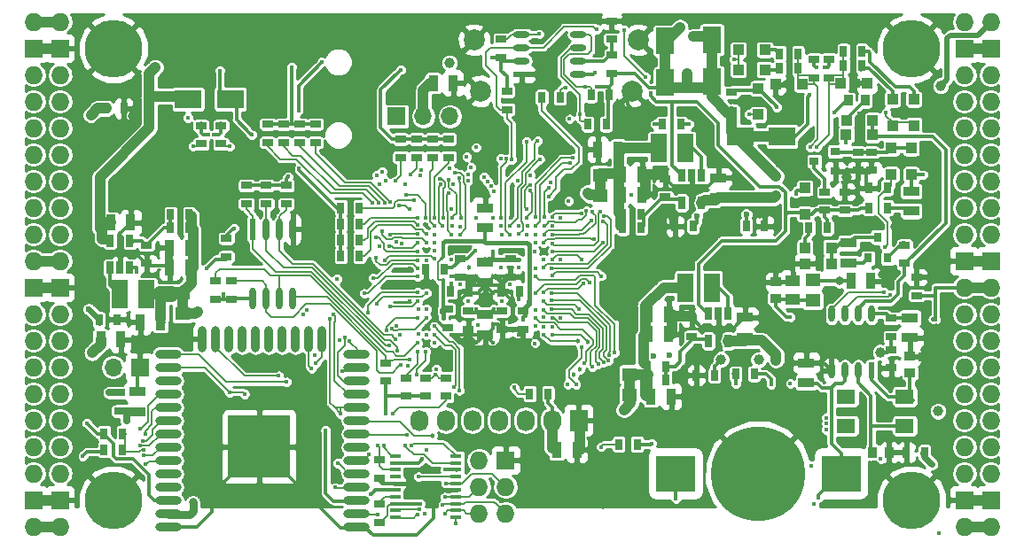
<source format=gbl>
G04 #@! TF.GenerationSoftware,KiCad,Pcbnew,5.0.0-rc3+dfsg1-1*
G04 #@! TF.CreationDate,2018-07-06T15:32:04+02:00*
G04 #@! TF.ProjectId,ulx3s,756C7833732E6B696361645F70636200,rev?*
G04 #@! TF.SameCoordinates,Original*
G04 #@! TF.FileFunction,Copper,L4,Bot,Signal*
G04 #@! TF.FilePolarity,Positive*
%FSLAX46Y46*%
G04 Gerber Fmt 4.6, Leading zero omitted, Abs format (unit mm)*
G04 Created by KiCad (PCBNEW 5.0.0-rc3+dfsg1-1) date Fri Jul  6 15:32:04 2018*
%MOMM*%
%LPD*%
G01*
G04 APERTURE LIST*
G04 #@! TA.AperFunction,EtchedComponent*
%ADD10C,1.000000*%
G04 #@! TD*
G04 #@! TA.AperFunction,ComponentPad*
%ADD11C,2.000000*%
G04 #@! TD*
G04 #@! TA.AperFunction,SMDPad,CuDef*
%ADD12R,1.400000X1.295000*%
G04 #@! TD*
G04 #@! TA.AperFunction,SMDPad,CuDef*
%ADD13R,2.500000X1.800000*%
G04 #@! TD*
G04 #@! TA.AperFunction,SMDPad,CuDef*
%ADD14R,1.800000X2.500000*%
G04 #@! TD*
G04 #@! TA.AperFunction,SMDPad,CuDef*
%ADD15R,3.700000X3.500000*%
G04 #@! TD*
G04 #@! TA.AperFunction,BGAPad,CuDef*
%ADD16C,9.000000*%
G04 #@! TD*
G04 #@! TA.AperFunction,SMDPad,CuDef*
%ADD17R,1.550000X0.600000*%
G04 #@! TD*
G04 #@! TA.AperFunction,SMDPad,CuDef*
%ADD18O,1.550000X0.600000*%
G04 #@! TD*
G04 #@! TA.AperFunction,SMDPad,CuDef*
%ADD19R,0.600000X2.100000*%
G04 #@! TD*
G04 #@! TA.AperFunction,SMDPad,CuDef*
%ADD20O,0.600000X2.100000*%
G04 #@! TD*
G04 #@! TA.AperFunction,SMDPad,CuDef*
%ADD21R,0.600000X1.550000*%
G04 #@! TD*
G04 #@! TA.AperFunction,SMDPad,CuDef*
%ADD22O,0.600000X1.550000*%
G04 #@! TD*
G04 #@! TA.AperFunction,SMDPad,CuDef*
%ADD23R,1.000000X0.400000*%
G04 #@! TD*
G04 #@! TA.AperFunction,SMDPad,CuDef*
%ADD24R,0.700000X1.200000*%
G04 #@! TD*
G04 #@! TA.AperFunction,SMDPad,CuDef*
%ADD25O,2.500000X0.900000*%
G04 #@! TD*
G04 #@! TA.AperFunction,SMDPad,CuDef*
%ADD26O,0.900000X2.500000*%
G04 #@! TD*
G04 #@! TA.AperFunction,SMDPad,CuDef*
%ADD27R,6.000000X6.000000*%
G04 #@! TD*
G04 #@! TA.AperFunction,ComponentPad*
%ADD28O,1.727200X1.727200*%
G04 #@! TD*
G04 #@! TA.AperFunction,ComponentPad*
%ADD29R,1.727200X1.727200*%
G04 #@! TD*
G04 #@! TA.AperFunction,ComponentPad*
%ADD30C,5.500000*%
G04 #@! TD*
G04 #@! TA.AperFunction,ComponentPad*
%ADD31R,1.727200X2.032000*%
G04 #@! TD*
G04 #@! TA.AperFunction,ComponentPad*
%ADD32O,1.727200X2.032000*%
G04 #@! TD*
G04 #@! TA.AperFunction,SMDPad,CuDef*
%ADD33R,1.800000X1.400000*%
G04 #@! TD*
G04 #@! TA.AperFunction,SMDPad,CuDef*
%ADD34R,0.970000X1.500000*%
G04 #@! TD*
G04 #@! TA.AperFunction,SMDPad,CuDef*
%ADD35R,0.670000X1.000000*%
G04 #@! TD*
G04 #@! TA.AperFunction,SMDPad,CuDef*
%ADD36R,1.500000X0.970000*%
G04 #@! TD*
G04 #@! TA.AperFunction,SMDPad,CuDef*
%ADD37R,1.000000X0.670000*%
G04 #@! TD*
G04 #@! TA.AperFunction,SMDPad,CuDef*
%ADD38R,1.000000X1.000000*%
G04 #@! TD*
G04 #@! TA.AperFunction,BGAPad,CuDef*
%ADD39C,0.300000*%
G04 #@! TD*
G04 #@! TA.AperFunction,ComponentPad*
%ADD40R,1.700000X1.700000*%
G04 #@! TD*
G04 #@! TA.AperFunction,ComponentPad*
%ADD41O,1.700000X1.700000*%
G04 #@! TD*
G04 #@! TA.AperFunction,SMDPad,CuDef*
%ADD42R,1.500000X2.700000*%
G04 #@! TD*
G04 #@! TA.AperFunction,SMDPad,CuDef*
%ADD43R,0.800000X0.900000*%
G04 #@! TD*
G04 #@! TA.AperFunction,SMDPad,CuDef*
%ADD44R,0.900000X0.800000*%
G04 #@! TD*
G04 #@! TA.AperFunction,SMDPad,CuDef*
%ADD45R,0.820000X1.000000*%
G04 #@! TD*
G04 #@! TA.AperFunction,SMDPad,CuDef*
%ADD46R,1.000000X0.820000*%
G04 #@! TD*
G04 #@! TA.AperFunction,SMDPad,CuDef*
%ADD47R,1.400000X1.120000*%
G04 #@! TD*
G04 #@! TA.AperFunction,ViaPad*
%ADD48C,0.400000*%
G04 #@! TD*
G04 #@! TA.AperFunction,ViaPad*
%ADD49C,2.000000*%
G04 #@! TD*
G04 #@! TA.AperFunction,ViaPad*
%ADD50C,0.454000*%
G04 #@! TD*
G04 #@! TA.AperFunction,ViaPad*
%ADD51C,0.600000*%
G04 #@! TD*
G04 #@! TA.AperFunction,ViaPad*
%ADD52C,1.000000*%
G04 #@! TD*
G04 #@! TA.AperFunction,ViaPad*
%ADD53C,0.800000*%
G04 #@! TD*
G04 #@! TA.AperFunction,ViaPad*
%ADD54C,0.700000*%
G04 #@! TD*
G04 #@! TA.AperFunction,Conductor*
%ADD55C,0.300000*%
G04 #@! TD*
G04 #@! TA.AperFunction,Conductor*
%ADD56C,0.500000*%
G04 #@! TD*
G04 #@! TA.AperFunction,Conductor*
%ADD57C,1.000000*%
G04 #@! TD*
G04 #@! TA.AperFunction,Conductor*
%ADD58C,0.700000*%
G04 #@! TD*
G04 #@! TA.AperFunction,Conductor*
%ADD59C,0.600000*%
G04 #@! TD*
G04 #@! TA.AperFunction,Conductor*
%ADD60C,0.400000*%
G04 #@! TD*
G04 #@! TA.AperFunction,Conductor*
%ADD61C,0.800000*%
G04 #@! TD*
G04 #@! TA.AperFunction,Conductor*
%ADD62C,0.190000*%
G04 #@! TD*
G04 #@! TA.AperFunction,Conductor*
%ADD63C,0.200000*%
G04 #@! TD*
G04 #@! TA.AperFunction,Conductor*
%ADD64C,1.500000*%
G04 #@! TD*
G04 #@! TA.AperFunction,Conductor*
%ADD65C,0.127000*%
G04 #@! TD*
G04 #@! TA.AperFunction,Conductor*
%ADD66C,0.180000*%
G04 #@! TD*
G04 #@! TA.AperFunction,Conductor*
%ADD67C,1.200000*%
G04 #@! TD*
G04 #@! TA.AperFunction,Conductor*
%ADD68C,0.254000*%
G04 #@! TD*
G04 APERTURE END LIST*
D10*
G04 #@! TO.C,RP3*
X149472000Y-77311000D02*
X149472000Y-79311000D01*
G04 #@! TO.C,RP2*
X109609000Y-88632000D02*
X109609000Y-90632000D01*
G04 #@! TO.C,RP1*
X152281000Y-96361000D02*
X152281000Y-98361000D01*
G04 #@! TO.C,RD9*
X166854000Y-73630000D02*
X162854000Y-73630000D01*
G04 #@! TO.C,RD52*
X160155000Y-64391000D02*
X160155000Y-68391000D01*
G04 #@! TO.C,RD51*
X155710000Y-68518000D02*
X155710000Y-64518000D01*
G04 #@! TD*
D11*
G04 #@! TO.P,GPDI1,0*
G04 #@! TO.N,GND*
X152546000Y-69312000D03*
X138046000Y-69312000D03*
X153146000Y-64412000D03*
X137446000Y-64412000D03*
G04 #@! TD*
D12*
G04 #@! TO.P,RP3,2*
G04 #@! TO.N,+3V3*
X149472000Y-79278500D03*
G04 #@! TO.P,RP3,1*
G04 #@! TO.N,/power/P3V3*
X149472000Y-77343500D03*
G04 #@! TD*
G04 #@! TO.P,RP2,2*
G04 #@! TO.N,+2V5*
X109609000Y-90599500D03*
G04 #@! TO.P,RP2,1*
G04 #@! TO.N,/power/P2V5*
X109609000Y-88664500D03*
G04 #@! TD*
G04 #@! TO.P,RP1,2*
G04 #@! TO.N,+1V1*
X152281000Y-98328500D03*
G04 #@! TO.P,RP1,1*
G04 #@! TO.N,/power/P1V1*
X152281000Y-96393500D03*
G04 #@! TD*
D13*
G04 #@! TO.P,RD9,2*
G04 #@! TO.N,+5V*
X162854000Y-73630000D03*
G04 #@! TO.P,RD9,1*
G04 #@! TO.N,/usb/US2VBUS*
X166854000Y-73630000D03*
G04 #@! TD*
D14*
G04 #@! TO.P,RD52,2*
G04 #@! TO.N,+5V*
X160155000Y-68391000D03*
G04 #@! TO.P,RD52,1*
G04 #@! TO.N,/gpio/OUT5V*
X160155000Y-64391000D03*
G04 #@! TD*
G04 #@! TO.P,RD51,2*
G04 #@! TO.N,/gpio/IN5V*
X155710000Y-64518000D03*
G04 #@! TO.P,RD51,1*
G04 #@! TO.N,+5V*
X155710000Y-68518000D03*
G04 #@! TD*
D15*
G04 #@! TO.P,BAT1,1*
G04 #@! TO.N,/power/VBAT*
X172485000Y-105870000D03*
X156685000Y-105870000D03*
D16*
G04 #@! TO.P,BAT1,2*
G04 #@! TO.N,GND*
X164585000Y-105870000D03*
G04 #@! TD*
D17*
G04 #@! TO.P,U11,1*
G04 #@! TO.N,GND*
X141980000Y-67706500D03*
D18*
G04 #@! TO.P,U11,2*
G04 #@! TO.N,+2V5*
X141980000Y-66436500D03*
G04 #@! TO.P,U11,3*
G04 #@! TO.N,FPDI_SCL*
X141980000Y-65166500D03*
G04 #@! TO.P,U11,4*
G04 #@! TO.N,FPDI_SDA*
X141980000Y-63896500D03*
G04 #@! TO.P,U11,5*
G04 #@! TO.N,GPDI_SDA*
X147380000Y-63896500D03*
G04 #@! TO.P,U11,6*
G04 #@! TO.N,GPDI_SCL*
X147380000Y-65166500D03*
G04 #@! TO.P,U11,7*
G04 #@! TO.N,/gpdi/VREF2*
X147380000Y-66436500D03*
G04 #@! TO.P,U11,8*
G04 #@! TO.N,+3V3*
X147380000Y-67706500D03*
G04 #@! TD*
D19*
G04 #@! TO.P,U10,1*
G04 #@! TO.N,/flash/FLASH_nCS*
X116340000Y-82520000D03*
D20*
G04 #@! TO.P,U10,2*
G04 #@! TO.N,/flash/FLASH_MISO*
X117610000Y-82520000D03*
G04 #@! TO.P,U10,3*
G04 #@! TO.N,/flash/FLASH_nWP*
X118880000Y-82520000D03*
G04 #@! TO.P,U10,4*
G04 #@! TO.N,GND*
X120150000Y-82520000D03*
G04 #@! TO.P,U10,5*
G04 #@! TO.N,/flash/FLASH_MOSI*
X120150000Y-89124000D03*
G04 #@! TO.P,U10,6*
G04 #@! TO.N,/flash/FLASH_SCK*
X118880000Y-89124000D03*
G04 #@! TO.P,U10,7*
G04 #@! TO.N,/flash/FLASH_nHOLD*
X117610000Y-89124000D03*
G04 #@! TO.P,U10,8*
G04 #@! TO.N,+3V3*
X116340000Y-89124000D03*
G04 #@! TD*
D21*
G04 #@! TO.P,U7,1*
G04 #@! TO.N,/power/OSCI_32k*
X175395000Y-96015000D03*
D22*
G04 #@! TO.P,U7,2*
G04 #@! TO.N,/power/OSCO_32k*
X174125000Y-96015000D03*
G04 #@! TO.P,U7,3*
G04 #@! TO.N,/power/VBAT*
X172855000Y-96015000D03*
G04 #@! TO.P,U7,4*
G04 #@! TO.N,GND*
X171585000Y-96015000D03*
G04 #@! TO.P,U7,5*
G04 #@! TO.N,FPDI_SDA*
X171585000Y-90615000D03*
G04 #@! TO.P,U7,6*
G04 #@! TO.N,FPDI_SCL*
X172855000Y-90615000D03*
G04 #@! TO.P,U7,7*
G04 #@! TO.N,/power/WAKEUPn*
X174125000Y-90615000D03*
G04 #@! TO.P,U7,8*
G04 #@! TO.N,/power/RTCVDD*
X175395000Y-90615000D03*
G04 #@! TD*
D23*
G04 #@! TO.P,U6,20*
G04 #@! TO.N,FTDI_TXD*
X129935000Y-104215000D03*
G04 #@! TO.P,U6,19*
G04 #@! TO.N,FTDI_nSLEEP*
X129935000Y-104865000D03*
G04 #@! TO.P,U6,18*
G04 #@! TO.N,FTDI_TXDEN*
X129935000Y-105515000D03*
G04 #@! TO.P,U6,17*
G04 #@! TO.N,FTDI_nRXLED*
X129935000Y-106165000D03*
G04 #@! TO.P,U6,16*
G04 #@! TO.N,GND*
X129935000Y-106815000D03*
G04 #@! TO.P,U6,15*
G04 #@! TO.N,USB5V*
X129935000Y-107465000D03*
G04 #@! TO.P,U6,14*
G04 #@! TO.N,nRESET*
X129935000Y-108115000D03*
G04 #@! TO.P,U6,13*
G04 #@! TO.N,FT2V5*
X129935000Y-108765000D03*
G04 #@! TO.P,U6,12*
G04 #@! TO.N,USB_FTDI_D-*
X129935000Y-109415000D03*
G04 #@! TO.P,U6,11*
G04 #@! TO.N,USB_FTDI_D+*
X129935000Y-110065000D03*
G04 #@! TO.P,U6,10*
G04 #@! TO.N,FTDI_nTXLED*
X135735000Y-110065000D03*
G04 #@! TO.P,U6,9*
G04 #@! TO.N,JTAG_TDO*
X135735000Y-109415000D03*
G04 #@! TO.P,U6,8*
G04 #@! TO.N,JTAG_TMS*
X135735000Y-108765000D03*
G04 #@! TO.P,U6,7*
G04 #@! TO.N,JTAG_TCK*
X135735000Y-108115000D03*
G04 #@! TO.P,U6,6*
G04 #@! TO.N,GND*
X135735000Y-107465000D03*
G04 #@! TO.P,U6,5*
G04 #@! TO.N,JTAG_TDI*
X135735000Y-106815000D03*
G04 #@! TO.P,U6,4*
G04 #@! TO.N,FTDI_RXD*
X135735000Y-106165000D03*
G04 #@! TO.P,U6,3*
G04 #@! TO.N,FT2V5*
X135735000Y-105515000D03*
G04 #@! TO.P,U6,2*
G04 #@! TO.N,FTDI_nRTS*
X135735000Y-104865000D03*
G04 #@! TO.P,U6,1*
G04 #@! TO.N,FTDI_nDTR*
X135735000Y-104215000D03*
G04 #@! TD*
D24*
G04 #@! TO.P,U5,1*
G04 #@! TO.N,/power/PWREN*
X157285000Y-77392000D03*
G04 #@! TO.P,U5,2*
G04 #@! TO.N,GND*
X158235000Y-77392000D03*
G04 #@! TO.P,U5,3*
G04 #@! TO.N,/power/L3*
X159185000Y-77392000D03*
G04 #@! TO.P,U5,4*
G04 #@! TO.N,+5V*
X159185000Y-79992000D03*
G04 #@! TO.P,U5,5*
G04 #@! TO.N,/power/FB3*
X157285000Y-79992000D03*
G04 #@! TD*
G04 #@! TO.P,U3,1*
G04 #@! TO.N,/power/PWREN*
X159825000Y-90600000D03*
G04 #@! TO.P,U3,2*
G04 #@! TO.N,GND*
X160775000Y-90600000D03*
G04 #@! TO.P,U3,3*
G04 #@! TO.N,/power/L1*
X161725000Y-90600000D03*
G04 #@! TO.P,U3,4*
G04 #@! TO.N,+5V*
X161725000Y-93200000D03*
G04 #@! TO.P,U3,5*
G04 #@! TO.N,/power/FB1*
X159825000Y-93200000D03*
G04 #@! TD*
G04 #@! TO.P,U4,1*
G04 #@! TO.N,/power/PWREN*
X104575000Y-86215000D03*
G04 #@! TO.P,U4,2*
G04 #@! TO.N,GND*
X103625000Y-86215000D03*
G04 #@! TO.P,U4,3*
G04 #@! TO.N,/power/L2*
X102675000Y-86215000D03*
G04 #@! TO.P,U4,4*
G04 #@! TO.N,+5V*
X102675000Y-83615000D03*
G04 #@! TO.P,U4,5*
G04 #@! TO.N,/power/FB2*
X104575000Y-83615000D03*
G04 #@! TD*
D25*
G04 #@! TO.P,U9,38*
G04 #@! TO.N,GND*
X126230000Y-111000000D03*
G04 #@! TO.P,U9,37*
G04 #@! TO.N,JTAG_TDI*
X126230000Y-109730000D03*
G04 #@! TO.P,U9,36*
G04 #@! TO.N,PROG_DONE*
X126230000Y-108460000D03*
G04 #@! TO.P,U9,35*
G04 #@! TO.N,WIFI_TXD*
X126230000Y-107190000D03*
G04 #@! TO.P,U9,34*
G04 #@! TO.N,WIFI_RXD*
X126230000Y-105920000D03*
G04 #@! TO.P,U9,33*
G04 #@! TO.N,JTAG_TMS*
X126230000Y-104650000D03*
G04 #@! TO.P,U9,32*
G04 #@! TO.N,Net-(U9-Pad32)*
X126230000Y-103380000D03*
G04 #@! TO.P,U9,31*
G04 #@! TO.N,JTAG_TDO*
X126230000Y-102110000D03*
G04 #@! TO.P,U9,30*
G04 #@! TO.N,JTAG_TCK*
X126230000Y-100840000D03*
G04 #@! TO.P,U9,29*
G04 #@! TO.N,WIFI_GPIO5*
X126230000Y-99570000D03*
G04 #@! TO.P,U9,28*
G04 #@! TO.N,WIFI_GPIO17*
X126230000Y-98300000D03*
G04 #@! TO.P,U9,27*
G04 #@! TO.N,WIFI_GPIO16*
X126230000Y-97030000D03*
G04 #@! TO.P,U9,26*
G04 #@! TO.N,SD_D1*
X126230000Y-95760000D03*
G04 #@! TO.P,U9,25*
G04 #@! TO.N,WIFI_GPIO0*
X126230000Y-94490000D03*
D26*
G04 #@! TO.P,U9,24*
G04 #@! TO.N,SD_D0*
X122945000Y-93000000D03*
G04 #@! TO.P,U9,23*
G04 #@! TO.N,SD_CMD*
X121675000Y-93000000D03*
G04 #@! TO.P,U9,22*
G04 #@! TO.N,Net-(U9-Pad22)*
X120405000Y-93000000D03*
G04 #@! TO.P,U9,21*
G04 #@! TO.N,Net-(U9-Pad21)*
X119135000Y-93000000D03*
G04 #@! TO.P,U9,20*
G04 #@! TO.N,Net-(U9-Pad20)*
X117865000Y-93000000D03*
G04 #@! TO.P,U9,19*
G04 #@! TO.N,Net-(U9-Pad19)*
X116595000Y-93000000D03*
G04 #@! TO.P,U9,18*
G04 #@! TO.N,Net-(U9-Pad18)*
X115325000Y-93000000D03*
G04 #@! TO.P,U9,17*
G04 #@! TO.N,Net-(U9-Pad17)*
X114055000Y-93000000D03*
G04 #@! TO.P,U9,16*
G04 #@! TO.N,SD_D3*
X112785000Y-93000000D03*
G04 #@! TO.P,U9,15*
G04 #@! TO.N,GND*
X111515000Y-93000000D03*
D25*
G04 #@! TO.P,U9,14*
G04 #@! TO.N,SD_D2*
X108230000Y-94490000D03*
G04 #@! TO.P,U9,13*
G04 #@! TO.N,SD_CLK*
X108230000Y-95760000D03*
G04 #@! TO.P,U9,12*
G04 #@! TO.N,Net-(U9-Pad12)*
X108230000Y-97030000D03*
G04 #@! TO.P,U9,11*
G04 #@! TO.N,GN11*
X108230000Y-98300000D03*
G04 #@! TO.P,U9,10*
G04 #@! TO.N,GP11*
X108230000Y-99570000D03*
G04 #@! TO.P,U9,9*
G04 #@! TO.N,GN12*
X108230000Y-100840000D03*
G04 #@! TO.P,U9,8*
G04 #@! TO.N,GP12*
X108230000Y-102110000D03*
G04 #@! TO.P,U9,7*
G04 #@! TO.N,GN13*
X108230000Y-103380000D03*
G04 #@! TO.P,U9,6*
G04 #@! TO.N,GP13*
X108230000Y-104650000D03*
G04 #@! TO.P,U9,5*
G04 #@! TO.N,Net-(U9-Pad5)*
X108230000Y-105920000D03*
G04 #@! TO.P,U9,4*
G04 #@! TO.N,Net-(U9-Pad4)*
X108230000Y-107190000D03*
G04 #@! TO.P,U9,3*
G04 #@! TO.N,/wifi/WIFIEN*
X108230000Y-108460000D03*
G04 #@! TO.P,U9,2*
G04 #@! TO.N,+3V3*
X108230000Y-109730000D03*
G04 #@! TO.P,U9,1*
G04 #@! TO.N,GND*
X108230000Y-111000000D03*
D27*
G04 #@! TO.P,U9,39*
X116930000Y-103300000D03*
G04 #@! TD*
D28*
G04 #@! TO.P,J1,1*
G04 #@! TO.N,2V5_3V3*
X97910000Y-62690000D03*
G04 #@! TO.P,J1,2*
X95370000Y-62690000D03*
D29*
G04 #@! TO.P,J1,3*
G04 #@! TO.N,GND*
X97910000Y-65230000D03*
G04 #@! TO.P,J1,4*
X95370000Y-65230000D03*
D28*
G04 #@! TO.P,J1,5*
G04 #@! TO.N,GN0*
X97910000Y-67770000D03*
G04 #@! TO.P,J1,6*
G04 #@! TO.N,GP0*
X95370000Y-67770000D03*
G04 #@! TO.P,J1,7*
G04 #@! TO.N,GN1*
X97910000Y-70310000D03*
G04 #@! TO.P,J1,8*
G04 #@! TO.N,GP1*
X95370000Y-70310000D03*
G04 #@! TO.P,J1,9*
G04 #@! TO.N,GN2*
X97910000Y-72850000D03*
G04 #@! TO.P,J1,10*
G04 #@! TO.N,GP2*
X95370000Y-72850000D03*
G04 #@! TO.P,J1,11*
G04 #@! TO.N,GN3*
X97910000Y-75390000D03*
G04 #@! TO.P,J1,12*
G04 #@! TO.N,GP3*
X95370000Y-75390000D03*
G04 #@! TO.P,J1,13*
G04 #@! TO.N,GN4*
X97910000Y-77930000D03*
G04 #@! TO.P,J1,14*
G04 #@! TO.N,GP4*
X95370000Y-77930000D03*
G04 #@! TO.P,J1,15*
G04 #@! TO.N,GN5*
X97910000Y-80470000D03*
G04 #@! TO.P,J1,16*
G04 #@! TO.N,GP5*
X95370000Y-80470000D03*
G04 #@! TO.P,J1,17*
G04 #@! TO.N,GN6*
X97910000Y-83010000D03*
G04 #@! TO.P,J1,18*
G04 #@! TO.N,GP6*
X95370000Y-83010000D03*
G04 #@! TO.P,J1,19*
G04 #@! TO.N,2V5_3V3*
X97910000Y-85550000D03*
G04 #@! TO.P,J1,20*
X95370000Y-85550000D03*
D29*
G04 #@! TO.P,J1,21*
G04 #@! TO.N,GND*
X97910000Y-88090000D03*
G04 #@! TO.P,J1,22*
X95370000Y-88090000D03*
D28*
G04 #@! TO.P,J1,23*
G04 #@! TO.N,GN7*
X97910000Y-90630000D03*
G04 #@! TO.P,J1,24*
G04 #@! TO.N,GP7*
X95370000Y-90630000D03*
G04 #@! TO.P,J1,25*
G04 #@! TO.N,GN8*
X97910000Y-93170000D03*
G04 #@! TO.P,J1,26*
G04 #@! TO.N,GP8*
X95370000Y-93170000D03*
G04 #@! TO.P,J1,27*
G04 #@! TO.N,GN9*
X97910000Y-95710000D03*
G04 #@! TO.P,J1,28*
G04 #@! TO.N,GP9*
X95370000Y-95710000D03*
G04 #@! TO.P,J1,29*
G04 #@! TO.N,GN10*
X97910000Y-98250000D03*
G04 #@! TO.P,J1,30*
G04 #@! TO.N,GP10*
X95370000Y-98250000D03*
G04 #@! TO.P,J1,31*
G04 #@! TO.N,GN11*
X97910000Y-100790000D03*
G04 #@! TO.P,J1,32*
G04 #@! TO.N,GP11*
X95370000Y-100790000D03*
G04 #@! TO.P,J1,33*
G04 #@! TO.N,GN12*
X97910000Y-103330000D03*
G04 #@! TO.P,J1,34*
G04 #@! TO.N,GP12*
X95370000Y-103330000D03*
G04 #@! TO.P,J1,35*
G04 #@! TO.N,GN13*
X97910000Y-105870000D03*
G04 #@! TO.P,J1,36*
G04 #@! TO.N,GP13*
X95370000Y-105870000D03*
D29*
G04 #@! TO.P,J1,37*
G04 #@! TO.N,GND*
X97910000Y-108410000D03*
G04 #@! TO.P,J1,38*
X95370000Y-108410000D03*
D28*
G04 #@! TO.P,J1,39*
G04 #@! TO.N,2V5_3V3*
X97910000Y-110950000D03*
G04 #@! TO.P,J1,40*
X95370000Y-110950000D03*
G04 #@! TD*
G04 #@! TO.P,J2,1*
G04 #@! TO.N,+3V3*
X184270000Y-110950000D03*
G04 #@! TO.P,J2,2*
X186810000Y-110950000D03*
D29*
G04 #@! TO.P,J2,3*
G04 #@! TO.N,GND*
X184270000Y-108410000D03*
G04 #@! TO.P,J2,4*
X186810000Y-108410000D03*
D28*
G04 #@! TO.P,J2,5*
G04 #@! TO.N,GN14*
X184270000Y-105870000D03*
G04 #@! TO.P,J2,6*
G04 #@! TO.N,GP14*
X186810000Y-105870000D03*
G04 #@! TO.P,J2,7*
G04 #@! TO.N,GN15*
X184270000Y-103330000D03*
G04 #@! TO.P,J2,8*
G04 #@! TO.N,GP15*
X186810000Y-103330000D03*
G04 #@! TO.P,J2,9*
G04 #@! TO.N,GN16*
X184270000Y-100790000D03*
G04 #@! TO.P,J2,10*
G04 #@! TO.N,GP16*
X186810000Y-100790000D03*
G04 #@! TO.P,J2,11*
G04 #@! TO.N,GN17*
X184270000Y-98250000D03*
G04 #@! TO.P,J2,12*
G04 #@! TO.N,GP17*
X186810000Y-98250000D03*
G04 #@! TO.P,J2,13*
G04 #@! TO.N,GN18*
X184270000Y-95710000D03*
G04 #@! TO.P,J2,14*
G04 #@! TO.N,GP18*
X186810000Y-95710000D03*
G04 #@! TO.P,J2,15*
G04 #@! TO.N,GN19*
X184270000Y-93170000D03*
G04 #@! TO.P,J2,16*
G04 #@! TO.N,GP19*
X186810000Y-93170000D03*
G04 #@! TO.P,J2,17*
G04 #@! TO.N,GN20*
X184270000Y-90630000D03*
G04 #@! TO.P,J2,18*
G04 #@! TO.N,GP20*
X186810000Y-90630000D03*
G04 #@! TO.P,J2,19*
G04 #@! TO.N,+3V3*
X184270000Y-88090000D03*
G04 #@! TO.P,J2,20*
X186810000Y-88090000D03*
D29*
G04 #@! TO.P,J2,21*
G04 #@! TO.N,GND*
X184270000Y-85550000D03*
G04 #@! TO.P,J2,22*
X186810000Y-85550000D03*
D28*
G04 #@! TO.P,J2,23*
G04 #@! TO.N,GN21*
X184270000Y-83010000D03*
G04 #@! TO.P,J2,24*
G04 #@! TO.N,GP21*
X186810000Y-83010000D03*
G04 #@! TO.P,J2,25*
G04 #@! TO.N,GN22*
X184270000Y-80470000D03*
G04 #@! TO.P,J2,26*
G04 #@! TO.N,GP22*
X186810000Y-80470000D03*
G04 #@! TO.P,J2,27*
G04 #@! TO.N,GN23*
X184270000Y-77930000D03*
G04 #@! TO.P,J2,28*
G04 #@! TO.N,GP23*
X186810000Y-77930000D03*
G04 #@! TO.P,J2,29*
G04 #@! TO.N,GN24*
X184270000Y-75390000D03*
G04 #@! TO.P,J2,30*
G04 #@! TO.N,GP24*
X186810000Y-75390000D03*
G04 #@! TO.P,J2,31*
G04 #@! TO.N,GN25*
X184270000Y-72850000D03*
G04 #@! TO.P,J2,32*
G04 #@! TO.N,GP25*
X186810000Y-72850000D03*
G04 #@! TO.P,J2,33*
G04 #@! TO.N,GN26*
X184270000Y-70310000D03*
G04 #@! TO.P,J2,34*
G04 #@! TO.N,GP26*
X186810000Y-70310000D03*
G04 #@! TO.P,J2,35*
G04 #@! TO.N,GN27*
X184270000Y-67770000D03*
G04 #@! TO.P,J2,36*
G04 #@! TO.N,GP27*
X186810000Y-67770000D03*
D29*
G04 #@! TO.P,J2,37*
G04 #@! TO.N,GND*
X184270000Y-65230000D03*
G04 #@! TO.P,J2,38*
X186810000Y-65230000D03*
D28*
G04 #@! TO.P,J2,39*
G04 #@! TO.N,/gpio/IN5V*
X184270000Y-62690000D03*
G04 #@! TO.P,J2,40*
G04 #@! TO.N,/gpio/OUT5V*
X186810000Y-62690000D03*
G04 #@! TD*
D30*
G04 #@! TO.P,H1,1*
G04 #@! TO.N,GND*
X102990000Y-108410000D03*
G04 #@! TD*
G04 #@! TO.P,H2,1*
G04 #@! TO.N,GND*
X179190000Y-108410000D03*
G04 #@! TD*
G04 #@! TO.P,H3,1*
G04 #@! TO.N,GND*
X179190000Y-65230000D03*
G04 #@! TD*
G04 #@! TO.P,H4,1*
G04 #@! TO.N,GND*
X102990000Y-65230000D03*
G04 #@! TD*
D29*
G04 #@! TO.P,J4,1*
G04 #@! TO.N,GND*
X140455000Y-104600000D03*
D28*
G04 #@! TO.P,J4,2*
G04 #@! TO.N,+3V3*
X137915000Y-104600000D03*
G04 #@! TO.P,J4,3*
G04 #@! TO.N,JTAG_TDI*
X140455000Y-107140000D03*
G04 #@! TO.P,J4,4*
G04 #@! TO.N,JTAG_TCK*
X137915000Y-107140000D03*
G04 #@! TO.P,J4,5*
G04 #@! TO.N,JTAG_TMS*
X140455000Y-109680000D03*
G04 #@! TO.P,J4,6*
G04 #@! TO.N,JTAG_TDO*
X137915000Y-109680000D03*
G04 #@! TD*
D31*
G04 #@! TO.P,OLED1,1*
G04 #@! TO.N,GND*
X147440000Y-100790000D03*
D32*
G04 #@! TO.P,OLED1,2*
G04 #@! TO.N,+3V3*
X144900000Y-100790000D03*
G04 #@! TO.P,OLED1,3*
G04 #@! TO.N,OLED_CLK*
X142360000Y-100790000D03*
G04 #@! TO.P,OLED1,4*
G04 #@! TO.N,OLED_MOSI*
X139820000Y-100790000D03*
G04 #@! TO.P,OLED1,5*
G04 #@! TO.N,OLED_RES*
X137280000Y-100790000D03*
G04 #@! TO.P,OLED1,6*
G04 #@! TO.N,OLED_DC*
X134740000Y-100790000D03*
G04 #@! TO.P,OLED1,7*
G04 #@! TO.N,OLED_CS*
X132200000Y-100790000D03*
G04 #@! TD*
D33*
G04 #@! TO.P,Y2,4*
G04 #@! TO.N,/power/OSCI_32k*
X178576000Y-98522000D03*
G04 #@! TO.P,Y2,3*
G04 #@! TO.N,Net-(Y2-Pad3)*
X172976000Y-98522000D03*
G04 #@! TO.P,Y2,2*
G04 #@! TO.N,Net-(Y2-Pad2)*
X172976000Y-101322000D03*
G04 #@! TO.P,Y2,1*
G04 #@! TO.N,/power/OSCO_32k*
X178576000Y-101322000D03*
G04 #@! TD*
D34*
G04 #@! TO.P,C47,1*
G04 #@! TO.N,2V5_3V3*
X133546000Y-68550000D03*
G04 #@! TO.P,C47,2*
G04 #@! TO.N,GND*
X135456000Y-68550000D03*
G04 #@! TD*
G04 #@! TO.P,C1,1*
G04 #@! TO.N,+5V*
X102748500Y-81885000D03*
G04 #@! TO.P,C1,2*
G04 #@! TO.N,GND*
X104658500Y-81885000D03*
G04 #@! TD*
D35*
G04 #@! TO.P,C2,1*
G04 #@! TO.N,/power/P1V1*
X153985000Y-96910000D03*
G04 #@! TO.P,C2,2*
G04 #@! TO.N,/power/FB1*
X155735000Y-96910000D03*
G04 #@! TD*
D34*
G04 #@! TO.P,C3,2*
G04 #@! TO.N,GND*
X156015000Y-90630000D03*
G04 #@! TO.P,C3,1*
G04 #@! TO.N,/power/P1V1*
X154105000Y-90630000D03*
G04 #@! TD*
G04 #@! TO.P,C4,1*
G04 #@! TO.N,/power/P1V1*
X154105000Y-92535000D03*
G04 #@! TO.P,C4,2*
G04 #@! TO.N,GND*
X156015000Y-92535000D03*
G04 #@! TD*
D36*
G04 #@! TO.P,C5,2*
G04 #@! TO.N,GND*
X163315000Y-90945000D03*
G04 #@! TO.P,C5,1*
G04 #@! TO.N,+5V*
X163315000Y-92855000D03*
G04 #@! TD*
D35*
G04 #@! TO.P,C6,1*
G04 #@! TO.N,/power/P3V3*
X151645000Y-82375000D03*
G04 #@! TO.P,C6,2*
G04 #@! TO.N,/power/FB3*
X153395000Y-82375000D03*
G04 #@! TD*
D34*
G04 #@! TO.P,C7,2*
G04 #@! TO.N,GND*
X153475000Y-79200000D03*
G04 #@! TO.P,C7,1*
G04 #@! TO.N,/power/P3V3*
X151565000Y-79200000D03*
G04 #@! TD*
G04 #@! TO.P,C8,2*
G04 #@! TO.N,GND*
X153475000Y-77295000D03*
G04 #@! TO.P,C8,1*
G04 #@! TO.N,/power/P3V3*
X151565000Y-77295000D03*
G04 #@! TD*
D36*
G04 #@! TO.P,C9,1*
G04 #@! TO.N,+5V*
X160775000Y-79520000D03*
G04 #@! TO.P,C9,2*
G04 #@! TO.N,GND*
X160775000Y-77610000D03*
G04 #@! TD*
D35*
G04 #@! TO.P,C10,2*
G04 #@! TO.N,/power/FB2*
X108465000Y-81105000D03*
G04 #@! TO.P,C10,1*
G04 #@! TO.N,/power/P2V5*
X110215000Y-81105000D03*
G04 #@! TD*
D34*
G04 #@! TO.P,C11,2*
G04 #@! TO.N,GND*
X108385000Y-84280000D03*
G04 #@! TO.P,C11,1*
G04 #@! TO.N,/power/P2V5*
X110295000Y-84280000D03*
G04 #@! TD*
G04 #@! TO.P,C12,1*
G04 #@! TO.N,/power/P2V5*
X110295000Y-86185000D03*
G04 #@! TO.P,C12,2*
G04 #@! TO.N,GND*
X108385000Y-86185000D03*
G04 #@! TD*
D36*
G04 #@! TO.P,C13,2*
G04 #@! TO.N,/power/WKUP*
X173221000Y-83833000D03*
G04 #@! TO.P,C13,1*
G04 #@! TO.N,+5V*
X173221000Y-85743000D03*
G04 #@! TD*
D37*
G04 #@! TO.P,C14,2*
G04 #@! TO.N,GND*
X175380000Y-76900000D03*
G04 #@! TO.P,C14,1*
G04 #@! TO.N,/power/SHUT*
X175380000Y-75150000D03*
G04 #@! TD*
D36*
G04 #@! TO.P,C15,1*
G04 #@! TO.N,/sdcard/SD3V3*
X105276000Y-99967000D03*
G04 #@! TO.P,C15,2*
G04 #@! TO.N,GND*
X105276000Y-98057000D03*
G04 #@! TD*
D34*
G04 #@! TO.P,C16,1*
G04 #@! TO.N,+3V3*
X173424000Y-87473000D03*
G04 #@! TO.P,C16,2*
G04 #@! TO.N,GND*
X175334000Y-87473000D03*
G04 #@! TD*
D36*
G04 #@! TO.P,C17,1*
G04 #@! TO.N,+1V1*
X138500000Y-90665000D03*
G04 #@! TO.P,C17,2*
G04 #@! TO.N,GND*
X138500000Y-92575000D03*
G04 #@! TD*
D37*
G04 #@! TO.P,C18,1*
G04 #@! TO.N,/gpdi/VREF2*
X150589600Y-64359000D03*
G04 #@! TO.P,C18,2*
G04 #@! TO.N,GND*
X150589600Y-62609000D03*
G04 #@! TD*
D36*
G04 #@! TO.P,C19,1*
G04 #@! TO.N,+2V5*
X138500000Y-82375000D03*
G04 #@! TO.P,C19,2*
G04 #@! TO.N,GND*
X138500000Y-80465000D03*
G04 #@! TD*
G04 #@! TO.P,C20,2*
G04 #@! TO.N,GND*
X138500000Y-87575000D03*
G04 #@! TO.P,C20,1*
G04 #@! TO.N,+3V3*
X138500000Y-85665000D03*
G04 #@! TD*
D34*
G04 #@! TO.P,C21,2*
G04 #@! TO.N,GND*
X103706000Y-93061000D03*
G04 #@! TO.P,C21,1*
G04 #@! TO.N,+3V3*
X101796000Y-93061000D03*
G04 #@! TD*
G04 #@! TO.P,C22,1*
G04 #@! TO.N,/power/P1V1*
X154359000Y-98504000D03*
G04 #@! TO.P,C22,2*
G04 #@! TO.N,GND*
X156269000Y-98504000D03*
G04 #@! TD*
G04 #@! TO.P,C23,2*
G04 #@! TO.N,GND*
X105591000Y-91392000D03*
G04 #@! TO.P,C23,1*
G04 #@! TO.N,/power/P2V5*
X107501000Y-91392000D03*
G04 #@! TD*
G04 #@! TO.P,C24,1*
G04 #@! TO.N,/power/P3V3*
X151189000Y-74882000D03*
G04 #@! TO.P,C24,2*
G04 #@! TO.N,GND*
X149279000Y-74882000D03*
G04 #@! TD*
D37*
G04 #@! TO.P,C25,2*
G04 #@! TO.N,GND*
X140900000Y-87095000D03*
G04 #@! TO.P,C25,1*
G04 #@! TO.N,+3V3*
X140900000Y-85345000D03*
G04 #@! TD*
G04 #@! TO.P,C26,2*
G04 #@! TO.N,GND*
X136100000Y-87095000D03*
G04 #@! TO.P,C26,1*
G04 #@! TO.N,2V5_3V3*
X136100000Y-85345000D03*
G04 #@! TD*
G04 #@! TO.P,C27,2*
G04 #@! TO.N,GND*
X136900000Y-92095000D03*
G04 #@! TO.P,C27,1*
G04 #@! TO.N,+1V1*
X136900000Y-90345000D03*
G04 #@! TD*
G04 #@! TO.P,C28,1*
G04 #@! TO.N,+1V1*
X140100000Y-90345000D03*
G04 #@! TO.P,C28,2*
G04 #@! TO.N,GND*
X140100000Y-92095000D03*
G04 #@! TD*
G04 #@! TO.P,C29,2*
G04 #@! TO.N,GND*
X142100000Y-92095000D03*
G04 #@! TO.P,C29,1*
G04 #@! TO.N,+2V5*
X142100000Y-90345000D03*
G04 #@! TD*
G04 #@! TO.P,C30,1*
G04 #@! TO.N,+2V5*
X134900000Y-90145000D03*
G04 #@! TO.P,C30,2*
G04 #@! TO.N,GND*
X134900000Y-91895000D03*
G04 #@! TD*
D35*
G04 #@! TO.P,C31,1*
G04 #@! TO.N,+3V3*
X135225000Y-88420000D03*
G04 #@! TO.P,C31,2*
G04 #@! TO.N,GND*
X136975000Y-88420000D03*
G04 #@! TD*
G04 #@! TO.P,C32,2*
G04 #@! TO.N,GND*
X140025000Y-88420000D03*
G04 #@! TO.P,C32,1*
G04 #@! TO.N,+3V3*
X141775000Y-88420000D03*
G04 #@! TD*
G04 #@! TO.P,C33,1*
G04 #@! TO.N,+3V3*
X163425000Y-82220000D03*
G04 #@! TO.P,C33,2*
G04 #@! TO.N,GND*
X165175000Y-82220000D03*
G04 #@! TD*
G04 #@! TO.P,C34,1*
G04 #@! TO.N,+3V3*
X158375000Y-82220000D03*
G04 #@! TO.P,C34,2*
G04 #@! TO.N,GND*
X156625000Y-82220000D03*
G04 #@! TD*
D37*
G04 #@! TO.P,C35,1*
G04 #@! TO.N,+3V3*
X177300000Y-94025000D03*
G04 #@! TO.P,C35,2*
G04 #@! TO.N,GND*
X177300000Y-95775000D03*
G04 #@! TD*
D34*
G04 #@! TO.P,C46,1*
G04 #@! TO.N,+3V3*
X145342000Y-103584000D03*
G04 #@! TO.P,C46,2*
G04 #@! TO.N,GND*
X147252000Y-103584000D03*
G04 #@! TD*
D35*
G04 #@! TO.P,C48,2*
G04 #@! TO.N,GND*
X103995000Y-70963000D03*
G04 #@! TO.P,C48,1*
G04 #@! TO.N,2V5_3V3*
X102245000Y-70963000D03*
G04 #@! TD*
G04 #@! TO.P,C49,2*
G04 #@! TO.N,GND*
X103372000Y-91156000D03*
G04 #@! TO.P,C49,1*
G04 #@! TO.N,2V5_3V3*
X101622000Y-91156000D03*
G04 #@! TD*
D37*
G04 #@! TO.P,C50,1*
G04 #@! TO.N,+3V3*
X179713000Y-88856000D03*
G04 #@! TO.P,C50,2*
G04 #@! TO.N,GND*
X179713000Y-87106000D03*
G04 #@! TD*
D35*
G04 #@! TO.P,C51,1*
G04 #@! TO.N,+3V3*
X180473000Y-103856000D03*
G04 #@! TO.P,C51,2*
G04 #@! TO.N,GND*
X178723000Y-103856000D03*
G04 #@! TD*
G04 #@! TO.P,C52,2*
G04 #@! TO.N,GND*
X158645000Y-96490000D03*
G04 #@! TO.P,C52,1*
G04 #@! TO.N,+3V3*
X160395000Y-96490000D03*
G04 #@! TD*
G04 #@! TO.P,C53,2*
G04 #@! TO.N,GND*
X132827200Y-86330000D03*
G04 #@! TO.P,C53,1*
G04 #@! TO.N,2V5_3V3*
X134577200Y-86330000D03*
G04 #@! TD*
D36*
G04 #@! TO.P,C54,2*
G04 #@! TO.N,GND*
X169172000Y-95281000D03*
G04 #@! TO.P,C54,1*
G04 #@! TO.N,/power/VBAT*
X169172000Y-97191000D03*
G04 #@! TD*
G04 #@! TO.P,D11,1*
G04 #@! TO.N,/power/HOLD*
X179190000Y-80790000D03*
G04 #@! TO.P,D11,2*
G04 #@! TO.N,+3V3*
X179190000Y-78880000D03*
G04 #@! TD*
D38*
G04 #@! TO.P,D10,1*
G04 #@! TO.N,/power/WAKE*
X169050000Y-84280000D03*
G04 #@! TO.P,D10,2*
G04 #@! TO.N,/power/WKUP*
X171550000Y-84280000D03*
G04 #@! TD*
G04 #@! TO.P,D12,2*
G04 #@! TO.N,/power/FTDI_nSUSPEND*
X169030000Y-78585000D03*
G04 #@! TO.P,D12,1*
G04 #@! TO.N,/power/PWREN*
X169030000Y-81085000D03*
G04 #@! TD*
G04 #@! TO.P,D13,1*
G04 #@! TO.N,/power/WKUP*
X171550000Y-85804000D03*
G04 #@! TO.P,D13,2*
G04 #@! TO.N,GND*
X169050000Y-85804000D03*
G04 #@! TD*
G04 #@! TO.P,D14,2*
G04 #@! TO.N,/power/SHUT*
X179190000Y-74775000D03*
G04 #@! TO.P,D14,1*
G04 #@! TO.N,+3V3*
X179190000Y-77275000D03*
G04 #@! TD*
G04 #@! TO.P,D15,2*
G04 #@! TO.N,SHUTDOWN*
X177285000Y-77275000D03*
G04 #@! TO.P,D15,1*
G04 #@! TO.N,/power/SHUT*
X177285000Y-74775000D03*
G04 #@! TD*
G04 #@! TO.P,D16,1*
G04 #@! TO.N,/power/PWRBTn*
X172987000Y-73503000D03*
G04 #@! TO.P,D16,2*
G04 #@! TO.N,/power/WAKEUPn*
X175487000Y-73503000D03*
G04 #@! TD*
G04 #@! TO.P,D17,1*
G04 #@! TO.N,/power/PWRBTn*
X164585000Y-69060000D03*
G04 #@! TO.P,D17,2*
G04 #@! TO.N,BTN_PWRn*
X164585000Y-71560000D03*
G04 #@! TD*
G04 #@! TO.P,D20,1*
G04 #@! TO.N,USB_FPGA_D+*
X168756000Y-68659000D03*
G04 #@! TO.P,D20,2*
G04 #@! TO.N,GND*
X166256000Y-68659000D03*
G04 #@! TD*
G04 #@! TO.P,D21,2*
G04 #@! TO.N,GND*
X174979000Y-68550000D03*
G04 #@! TO.P,D21,1*
G04 #@! TO.N,USB_FPGA_D-*
X172479000Y-68550000D03*
G04 #@! TD*
G04 #@! TO.P,D23,2*
G04 #@! TO.N,Net-(D23-Pad2)*
X165200000Y-67262000D03*
G04 #@! TO.P,D23,1*
G04 #@! TO.N,USB_FPGA_PULL_D+*
X162700000Y-67262000D03*
G04 #@! TD*
G04 #@! TO.P,D24,2*
G04 #@! TO.N,USB_FPGA_PULL_D+*
X162700000Y-65357000D03*
G04 #@! TO.P,D24,1*
G04 #@! TO.N,Net-(D24-Pad1)*
X165200000Y-65357000D03*
G04 #@! TD*
G04 #@! TO.P,D25,1*
G04 #@! TO.N,USB_FPGA_PULL_D-*
X177412000Y-72594000D03*
G04 #@! TO.P,D25,2*
G04 #@! TO.N,Net-(D25-Pad2)*
X177412000Y-70094000D03*
G04 #@! TD*
G04 #@! TO.P,D26,1*
G04 #@! TO.N,Net-(D26-Pad1)*
X179444000Y-70094000D03*
G04 #@! TO.P,D26,2*
G04 #@! TO.N,USB_FPGA_PULL_D-*
X179444000Y-72594000D03*
G04 #@! TD*
D39*
G04 #@! TO.P,AE1,1*
G04 #@! TO.N,/usb/ANT_433MHz*
X181872000Y-111603000D03*
G04 #@! TD*
D37*
G04 #@! TO.P,R49,1*
G04 #@! TO.N,USB_FTDI_D-*
X113277000Y-74360000D03*
G04 #@! TO.P,R49,2*
G04 #@! TO.N,/usb/FTD-*
X113277000Y-72610000D03*
G04 #@! TD*
G04 #@! TO.P,R50,2*
G04 #@! TO.N,/usb/FTD+*
X111372000Y-72610000D03*
G04 #@! TO.P,R50,1*
G04 #@! TO.N,USB_FTDI_D+*
X111372000Y-74360000D03*
G04 #@! TD*
D35*
G04 #@! TO.P,R51,2*
G04 #@! TO.N,/blinkey/SWPU*
X155455000Y-72487000D03*
G04 #@! TO.P,R51,1*
G04 #@! TO.N,2V5_3V3*
X157205000Y-72487000D03*
G04 #@! TD*
D37*
G04 #@! TO.P,R52,2*
G04 #@! TO.N,/usb/FPD-*
X171331000Y-66278000D03*
G04 #@! TO.P,R52,1*
G04 #@! TO.N,USB_FPGA_D-*
X171331000Y-68028000D03*
G04 #@! TD*
G04 #@! TO.P,R53,1*
G04 #@! TO.N,USB_FPGA_D+*
X169919000Y-68028000D03*
G04 #@! TO.P,R53,2*
G04 #@! TO.N,/usb/FPD+*
X169919000Y-66278000D03*
G04 #@! TD*
D35*
G04 #@! TO.P,R54,2*
G04 #@! TO.N,Net-(D26-Pad1)*
X174477000Y-65502000D03*
G04 #@! TO.P,R54,1*
G04 #@! TO.N,USB_FPGA_D-*
X172727000Y-65502000D03*
G04 #@! TD*
D37*
G04 #@! TO.P,R56,1*
G04 #@! TO.N,GND*
X128390000Y-106321000D03*
G04 #@! TO.P,R56,2*
G04 #@! TO.N,FTDI_TXDEN*
X128390000Y-104571000D03*
G04 #@! TD*
G04 #@! TO.P,R57,2*
G04 #@! TO.N,/analog/AUDIO_V*
X117722000Y-72483000D03*
G04 #@! TO.P,R57,1*
G04 #@! TO.N,AUDIO_V0*
X117722000Y-74233000D03*
G04 #@! TD*
G04 #@! TO.P,R58,1*
G04 #@! TO.N,AUDIO_V1*
X119246000Y-74233000D03*
G04 #@! TO.P,R58,2*
G04 #@! TO.N,/analog/AUDIO_V*
X119246000Y-72483000D03*
G04 #@! TD*
G04 #@! TO.P,R59,2*
G04 #@! TO.N,/analog/AUDIO_V*
X120770000Y-72483000D03*
G04 #@! TO.P,R59,1*
G04 #@! TO.N,AUDIO_V2*
X120770000Y-74233000D03*
G04 #@! TD*
G04 #@! TO.P,R60,1*
G04 #@! TO.N,AUDIO_V3*
X122294000Y-74233000D03*
G04 #@! TO.P,R60,2*
G04 #@! TO.N,/analog/AUDIO_V*
X122294000Y-72483000D03*
G04 #@! TD*
D35*
G04 #@! TO.P,R61,1*
G04 #@! TO.N,GPDI_CEC*
X145655000Y-69900000D03*
G04 #@! TO.P,R61,2*
G04 #@! TO.N,/gpdi/FPDI_CEC*
X143905000Y-69900000D03*
G04 #@! TD*
D40*
G04 #@! TO.P,J3,1*
G04 #@! TO.N,GND*
X105530000Y-95710000D03*
D41*
G04 #@! TO.P,J3,2*
G04 #@! TO.N,/wifi/WIFIEN*
X102990000Y-95710000D03*
G04 #@! TD*
D40*
G04 #@! TO.P,J5,1*
G04 #@! TO.N,+2V5*
X130056000Y-71725000D03*
D41*
G04 #@! TO.P,J5,2*
G04 #@! TO.N,2V5_3V3*
X132596000Y-71725000D03*
G04 #@! TO.P,J5,3*
G04 #@! TO.N,+3V3*
X135136000Y-71725000D03*
G04 #@! TD*
D35*
G04 #@! TO.P,R40,1*
G04 #@! TO.N,Net-(D24-Pad1)*
X166631000Y-65738000D03*
G04 #@! TO.P,R40,2*
G04 #@! TO.N,USB_FPGA_D+*
X168381000Y-65738000D03*
G04 #@! TD*
D37*
G04 #@! TO.P,R55,1*
G04 #@! TO.N,/flash/FPGA_DONE*
X134740000Y-96740000D03*
G04 #@! TO.P,R55,2*
G04 #@! TO.N,PROG_DONE*
X134740000Y-98490000D03*
G04 #@! TD*
D36*
G04 #@! TO.P,C55,1*
G04 #@! TO.N,/power/RTCVDD*
X179078000Y-90963000D03*
G04 #@! TO.P,C55,2*
G04 #@! TO.N,GND*
X179078000Y-92873000D03*
G04 #@! TD*
D37*
G04 #@! TO.P,R65,1*
G04 #@! TO.N,+3V3*
X177300000Y-92793000D03*
G04 #@! TO.P,R65,2*
G04 #@! TO.N,/power/RTCVDD*
X177300000Y-91043000D03*
G04 #@! TD*
D42*
G04 #@! TO.P,L1,1*
G04 #@! TO.N,/power/L1*
X160140000Y-88090000D03*
G04 #@! TO.P,L1,2*
G04 #@! TO.N,/power/P1V1*
X157600000Y-88090000D03*
G04 #@! TD*
G04 #@! TO.P,L2,1*
G04 #@! TO.N,/power/L2*
X103625000Y-88725000D03*
G04 #@! TO.P,L2,2*
G04 #@! TO.N,/power/P2V5*
X106165000Y-88725000D03*
G04 #@! TD*
G04 #@! TO.P,L3,2*
G04 #@! TO.N,/power/P3V3*
X155060000Y-74755000D03*
G04 #@! TO.P,L3,1*
G04 #@! TO.N,/power/L3*
X157600000Y-74755000D03*
G04 #@! TD*
D35*
G04 #@! TO.P,R1,2*
G04 #@! TO.N,/power/PWREN*
X171175000Y-82375000D03*
G04 #@! TO.P,R1,1*
G04 #@! TO.N,/power/WAKE*
X169425000Y-82375000D03*
G04 #@! TD*
D37*
G04 #@! TO.P,R2,2*
G04 #@! TO.N,GND*
X172840000Y-78960000D03*
G04 #@! TO.P,R2,1*
G04 #@! TO.N,/power/PWREN*
X172840000Y-80710000D03*
G04 #@! TD*
G04 #@! TO.P,R3,1*
G04 #@! TO.N,+5V*
X162045000Y-71185000D03*
G04 #@! TO.P,R3,2*
G04 #@! TO.N,/power/PWRBTn*
X162045000Y-69435000D03*
G04 #@! TD*
D35*
G04 #@! TO.P,R4,1*
G04 #@! TO.N,/power/HOLD*
X176890000Y-80470000D03*
G04 #@! TO.P,R4,2*
G04 #@! TO.N,/power/PWREN*
X175140000Y-80470000D03*
G04 #@! TD*
D37*
G04 #@! TO.P,R5,1*
G04 #@! TO.N,/power/SHUT*
X174110000Y-75150000D03*
G04 #@! TO.P,R5,2*
G04 #@! TO.N,GND*
X174110000Y-76900000D03*
G04 #@! TD*
G04 #@! TO.P,R6,2*
G04 #@! TO.N,/power/WAKEUPn*
X178555000Y-85790000D03*
G04 #@! TO.P,R6,1*
G04 #@! TO.N,/power/WKn*
X178555000Y-84040000D03*
G04 #@! TD*
G04 #@! TO.P,R7,2*
G04 #@! TO.N,/blinkey/BTNPUL*
X113785000Y-85155000D03*
G04 #@! TO.P,R7,1*
G04 #@! TO.N,+3V3*
X113785000Y-83405000D03*
G04 #@! TD*
G04 #@! TO.P,R8,1*
G04 #@! TO.N,/power/PWREN*
X170935000Y-80710000D03*
G04 #@! TO.P,R8,2*
G04 #@! TO.N,/power/SHD*
X170935000Y-78960000D03*
G04 #@! TD*
G04 #@! TO.P,R9,2*
G04 #@! TO.N,FT2V5*
X128390000Y-110555000D03*
G04 #@! TO.P,R9,1*
G04 #@! TO.N,nRESET*
X128390000Y-108805000D03*
G04 #@! TD*
D35*
G04 #@! TO.P,R10,2*
G04 #@! TO.N,FTDI_nSLEEP*
X151264000Y-103076000D03*
G04 #@! TO.P,R10,1*
G04 #@! TO.N,/power/FTDI_nSUSPEND*
X153014000Y-103076000D03*
G04 #@! TD*
D37*
G04 #@! TO.P,R11,2*
G04 #@! TO.N,/flash/FLASH_nWP*
X119515000Y-80093000D03*
G04 #@! TO.P,R11,1*
G04 #@! TO.N,+3V3*
X119515000Y-78343000D03*
G04 #@! TD*
G04 #@! TO.P,R12,1*
G04 #@! TO.N,+3V3*
X114308000Y-89219000D03*
G04 #@! TO.P,R12,2*
G04 #@! TO.N,/flash/FLASH_nHOLD*
X114308000Y-87469000D03*
G04 #@! TD*
D35*
G04 #@! TO.P,R13,2*
G04 #@! TO.N,GND*
X175140000Y-78565000D03*
G04 #@! TO.P,R13,1*
G04 #@! TO.N,SHUTDOWN*
X176890000Y-78565000D03*
G04 #@! TD*
G04 #@! TO.P,R14,2*
G04 #@! TO.N,/analog/AUDIO_L*
X124721000Y-85060000D03*
G04 #@! TO.P,R14,1*
G04 #@! TO.N,AUDIO_L0*
X126471000Y-85060000D03*
G04 #@! TD*
G04 #@! TO.P,R15,1*
G04 #@! TO.N,AUDIO_L1*
X126471000Y-83536000D03*
G04 #@! TO.P,R15,2*
G04 #@! TO.N,/analog/AUDIO_L*
X124721000Y-83536000D03*
G04 #@! TD*
G04 #@! TO.P,R16,2*
G04 #@! TO.N,/analog/AUDIO_L*
X124721000Y-82012000D03*
G04 #@! TO.P,R16,1*
G04 #@! TO.N,AUDIO_L2*
X126471000Y-82012000D03*
G04 #@! TD*
G04 #@! TO.P,R17,1*
G04 #@! TO.N,AUDIO_L3*
X126471000Y-80470000D03*
G04 #@! TO.P,R17,2*
G04 #@! TO.N,/analog/AUDIO_L*
X124721000Y-80470000D03*
G04 #@! TD*
D37*
G04 #@! TO.P,R18,2*
G04 #@! TO.N,/analog/AUDIO_R*
X130422000Y-73898000D03*
G04 #@! TO.P,R18,1*
G04 #@! TO.N,AUDIO_R0*
X130422000Y-75648000D03*
G04 #@! TD*
G04 #@! TO.P,R19,2*
G04 #@! TO.N,/analog/AUDIO_R*
X131961000Y-73898000D03*
G04 #@! TO.P,R19,1*
G04 #@! TO.N,AUDIO_R1*
X131961000Y-75648000D03*
G04 #@! TD*
G04 #@! TO.P,R20,2*
G04 #@! TO.N,/analog/AUDIO_R*
X133485000Y-73898000D03*
G04 #@! TO.P,R20,1*
G04 #@! TO.N,AUDIO_R2*
X133485000Y-75648000D03*
G04 #@! TD*
G04 #@! TO.P,R21,1*
G04 #@! TO.N,AUDIO_R3*
X135009000Y-75648000D03*
G04 #@! TO.P,R21,2*
G04 #@! TO.N,/analog/AUDIO_R*
X135009000Y-73898000D03*
G04 #@! TD*
G04 #@! TO.P,R22,1*
G04 #@! TO.N,+2V5*
X140025500Y-66105000D03*
G04 #@! TO.P,R22,2*
G04 #@! TO.N,FPDI_SDA*
X140025500Y-64355000D03*
G04 #@! TD*
G04 #@! TO.P,R23,2*
G04 #@! TO.N,FPDI_SCL*
X140597000Y-71076000D03*
G04 #@! TO.P,R23,1*
G04 #@! TO.N,+2V5*
X140597000Y-69326000D03*
G04 #@! TD*
G04 #@! TO.P,R24,1*
G04 #@! TO.N,+5V*
X150615000Y-67647000D03*
G04 #@! TO.P,R24,2*
G04 #@! TO.N,/gpdi/VREF2*
X150615000Y-65897000D03*
G04 #@! TD*
D35*
G04 #@! TO.P,R25,2*
G04 #@! TO.N,GPDI_SCL*
X148300000Y-72487000D03*
G04 #@! TO.P,R25,1*
G04 #@! TO.N,+5V*
X150050000Y-72487000D03*
G04 #@! TD*
G04 #@! TO.P,R26,1*
G04 #@! TO.N,+5V*
X150362000Y-69693000D03*
G04 #@! TO.P,R26,2*
G04 #@! TO.N,GPDI_SDA*
X148612000Y-69693000D03*
G04 #@! TD*
D37*
G04 #@! TO.P,R27,2*
G04 #@! TO.N,/flash/FLASH_MOSI*
X129025000Y-95300000D03*
G04 #@! TO.P,R27,1*
G04 #@! TO.N,+3V3*
X129025000Y-97050000D03*
G04 #@! TD*
G04 #@! TO.P,R28,1*
G04 #@! TO.N,+3V3*
X117595000Y-78343000D03*
G04 #@! TO.P,R28,2*
G04 #@! TO.N,/flash/FLASH_MISO*
X117595000Y-80093000D03*
G04 #@! TD*
G04 #@! TO.P,R29,1*
G04 #@! TO.N,+3V3*
X112784000Y-89219000D03*
G04 #@! TO.P,R29,2*
G04 #@! TO.N,/flash/FLASH_SCK*
X112784000Y-87469000D03*
G04 #@! TD*
G04 #@! TO.P,R30,1*
G04 #@! TO.N,+3V3*
X115690000Y-78343000D03*
G04 #@! TO.P,R30,2*
G04 #@! TO.N,/flash/FLASH_nCS*
X115690000Y-80093000D03*
G04 #@! TD*
D35*
G04 #@! TO.P,R31,2*
G04 #@! TO.N,/flash/FPGA_PROGRAMN*
X142755000Y-98250000D03*
G04 #@! TO.P,R31,1*
G04 #@! TO.N,+3V3*
X144505000Y-98250000D03*
G04 #@! TD*
D37*
G04 #@! TO.P,R32,1*
G04 #@! TO.N,+3V3*
X132835000Y-98490000D03*
G04 #@! TO.P,R32,2*
G04 #@! TO.N,/flash/FPGA_DONE*
X132835000Y-96740000D03*
G04 #@! TD*
G04 #@! TO.P,R33,2*
G04 #@! TO.N,/flash/FPGA_INITN*
X130930000Y-96740000D03*
G04 #@! TO.P,R33,1*
G04 #@! TO.N,+3V3*
X130930000Y-98490000D03*
G04 #@! TD*
D35*
G04 #@! TO.P,R34,1*
G04 #@! TO.N,+3V3*
X102115000Y-103600000D03*
G04 #@! TO.P,R34,2*
G04 #@! TO.N,WIFI_EN*
X103865000Y-103600000D03*
G04 #@! TD*
G04 #@! TO.P,R35,2*
G04 #@! TO.N,/wifi/WIFIEN*
X102115000Y-102060000D03*
G04 #@! TO.P,R35,1*
G04 #@! TO.N,WIFI_EN*
X103865000Y-102060000D03*
G04 #@! TD*
D37*
G04 #@! TO.P,R38,1*
G04 #@! TO.N,/sdcard/SD3V3*
X103576500Y-99905000D03*
G04 #@! TO.P,R38,2*
G04 #@! TO.N,+3V3*
X103576500Y-98155000D03*
G04 #@! TD*
D35*
G04 #@! TO.P,R39,1*
G04 #@! TO.N,+3V3*
X164190000Y-96345000D03*
G04 #@! TO.P,R39,2*
G04 #@! TO.N,/blinkey/BTNPUR*
X162440000Y-96345000D03*
G04 #@! TD*
G04 #@! TO.P,R63,2*
G04 #@! TO.N,USB_FPGA_D+*
X168381000Y-67135000D03*
G04 #@! TO.P,R63,1*
G04 #@! TO.N,Net-(D23-Pad2)*
X166631000Y-67135000D03*
G04 #@! TD*
G04 #@! TO.P,R64,1*
G04 #@! TO.N,Net-(D25-Pad2)*
X174475000Y-66899000D03*
G04 #@! TO.P,R64,2*
G04 #@! TO.N,USB_FPGA_D-*
X172725000Y-66899000D03*
G04 #@! TD*
G04 #@! TO.P,RA1,1*
G04 #@! TO.N,/power/P1V1*
X153985000Y-95640000D03*
G04 #@! TO.P,RA1,2*
G04 #@! TO.N,/power/FB1*
X155735000Y-95640000D03*
G04 #@! TD*
G04 #@! TO.P,RA2,1*
G04 #@! TO.N,/power/P2V5*
X110215000Y-82375000D03*
G04 #@! TO.P,RA2,2*
G04 #@! TO.N,/power/FB2*
X108465000Y-82375000D03*
G04 #@! TD*
G04 #@! TO.P,RA3,1*
G04 #@! TO.N,/power/P3V3*
X151645000Y-81105000D03*
G04 #@! TO.P,RA3,2*
G04 #@! TO.N,/power/FB3*
X153395000Y-81105000D03*
G04 #@! TD*
D37*
G04 #@! TO.P,RB1,2*
G04 #@! TO.N,/power/FB1*
X158235000Y-92775000D03*
G04 #@! TO.P,RB1,1*
G04 #@! TO.N,GND*
X158235000Y-91025000D03*
G04 #@! TD*
G04 #@! TO.P,RB2,1*
G04 #@! TO.N,GND*
X106165000Y-85790000D03*
G04 #@! TO.P,RB2,2*
G04 #@! TO.N,/power/FB2*
X106165000Y-84040000D03*
G04 #@! TD*
G04 #@! TO.P,RB3,2*
G04 #@! TO.N,/power/FB3*
X155695000Y-79440000D03*
G04 #@! TO.P,RB3,1*
G04 #@! TO.N,GND*
X155695000Y-77690000D03*
G04 #@! TD*
D13*
G04 #@! TO.P,D8,1*
G04 #@! TO.N,+5V*
X110149000Y-70074000D03*
G04 #@! TO.P,D8,2*
G04 #@! TO.N,USB5V*
X114149000Y-70074000D03*
G04 #@! TD*
D43*
G04 #@! TO.P,Q1,3*
G04 #@! TO.N,/power/WKUP*
X176015000Y-83280000D03*
G04 #@! TO.P,Q1,2*
G04 #@! TO.N,+5V*
X175065000Y-85280000D03*
G04 #@! TO.P,Q1,1*
G04 #@! TO.N,/power/WKn*
X176965000Y-85280000D03*
G04 #@! TD*
D44*
G04 #@! TO.P,Q2,1*
G04 #@! TO.N,/power/SHUT*
X171935000Y-75075000D03*
G04 #@! TO.P,Q2,2*
G04 #@! TO.N,GND*
X171935000Y-76975000D03*
G04 #@! TO.P,Q2,3*
G04 #@! TO.N,/power/SHD*
X169935000Y-76025000D03*
G04 #@! TD*
D38*
G04 #@! TO.P,D27,1*
G04 #@! TO.N,/power/WAKEUPn*
X175502000Y-72106000D03*
G04 #@! TO.P,D27,2*
G04 #@! TO.N,Net-(D27-Pad2)*
X173002000Y-72106000D03*
G04 #@! TD*
D45*
G04 #@! TO.P,R66,1*
G04 #@! TO.N,US2_ID*
X173198000Y-70201000D03*
G04 #@! TO.P,R66,2*
G04 #@! TO.N,Net-(D27-Pad2)*
X174798000Y-70201000D03*
G04 #@! TD*
D46*
G04 #@! TO.P,C56,2*
G04 #@! TO.N,/power/OSCI_32k*
X179078000Y-96274000D03*
G04 #@! TO.P,C56,1*
G04 #@! TO.N,GND*
X179078000Y-94674000D03*
G04 #@! TD*
D45*
G04 #@! TO.P,C57,1*
G04 #@! TO.N,GND*
X177084000Y-103856000D03*
G04 #@! TO.P,C57,2*
G04 #@! TO.N,/power/OSCO_32k*
X175484000Y-103856000D03*
G04 #@! TD*
D47*
G04 #@! TO.P,C58,1*
G04 #@! TO.N,/analog/ADC3V3*
X167902000Y-89242000D03*
G04 #@! TO.P,C58,2*
G04 #@! TO.N,GND*
X167902000Y-87482000D03*
G04 #@! TD*
D46*
G04 #@! TO.P,C59,1*
G04 #@! TO.N,/analog/ADC3V3*
X166251000Y-89162000D03*
G04 #@! TO.P,C59,2*
G04 #@! TO.N,GND*
X166251000Y-87562000D03*
G04 #@! TD*
D12*
G04 #@! TO.P,L4,1*
G04 #@! TO.N,+3V3*
X169807000Y-87394500D03*
G04 #@! TO.P,L4,2*
G04 #@! TO.N,/analog/ADC3V3*
X169807000Y-89329500D03*
G04 #@! TD*
D48*
G04 #@! TO.N,*
X124632693Y-93120351D03*
D49*
G04 #@! TO.N,GND*
X118689500Y-101316000D03*
D48*
X141742847Y-69038361D03*
X152408000Y-72169500D03*
X138480000Y-92600000D03*
X140080000Y-92600000D03*
X135280000Y-87000000D03*
X145687392Y-90996646D03*
D50*
X141675979Y-86986521D03*
D48*
X140876932Y-84552536D03*
X132882184Y-84635369D03*
X132879996Y-82103336D03*
X140922639Y-81447441D03*
X177287984Y-96778661D03*
D51*
X152510125Y-81695229D03*
D48*
X131264297Y-86227110D03*
X135342764Y-89381630D03*
X144103496Y-84660400D03*
D52*
X177658444Y-82281349D03*
D48*
X145680000Y-81405125D03*
X145691238Y-94166752D03*
D52*
X163203000Y-94966000D03*
X158539988Y-94868772D03*
D53*
X164727000Y-81123000D03*
D51*
X156262773Y-81349374D03*
X123437000Y-108972000D03*
D48*
X135281276Y-80583119D03*
X131279502Y-89407325D03*
X170309539Y-85441529D03*
X145672808Y-85396062D03*
X133216000Y-107465000D03*
X137680000Y-88600000D03*
X142480000Y-95000000D03*
X141680000Y-92600000D03*
X135284627Y-94985297D03*
X135288625Y-94225619D03*
X134455822Y-94267172D03*
X136095958Y-93369652D03*
D50*
X139264636Y-91615205D03*
D52*
X116880503Y-64802940D03*
X106974809Y-64953974D03*
D48*
X140874194Y-91433353D03*
X142480000Y-94200000D03*
X140880000Y-93400000D03*
X139280000Y-93400000D03*
X137680000Y-93400000D03*
X136880000Y-92600000D03*
X135280000Y-92600000D03*
X132880000Y-91800000D03*
X132880000Y-93400000D03*
D50*
X139280000Y-87000000D03*
X137680000Y-87000000D03*
X136080000Y-84600000D03*
X139280000Y-88600000D03*
D52*
X175776000Y-63343000D03*
X164854000Y-63343000D03*
D48*
X174252000Y-71471000D03*
D52*
X158645000Y-98635000D03*
X104402000Y-76932000D03*
X123198000Y-64232000D03*
D53*
X167267000Y-68677000D03*
D51*
X179459000Y-71344000D03*
D48*
X170061000Y-103094000D03*
X173109000Y-103094000D03*
D52*
X166632000Y-96363000D03*
X173490000Y-94585000D03*
D53*
X176411000Y-86838000D03*
D52*
X159266000Y-72360000D03*
D48*
X122944000Y-67788000D03*
D52*
X118245000Y-67534000D03*
D48*
X114181000Y-76678000D03*
X111006000Y-76551000D03*
X106815000Y-76424000D03*
D52*
X104910000Y-71725000D03*
D48*
X101354000Y-76297000D03*
X116340000Y-76678000D03*
D52*
X121674000Y-104618000D03*
D53*
X116594000Y-95474000D03*
D52*
X101989000Y-100681000D03*
X108339000Y-71852000D03*
X181491000Y-78202000D03*
X178443000Y-89505000D03*
X147455000Y-107031000D03*
X149741000Y-108809000D03*
D51*
X152408000Y-92997500D03*
X154567000Y-77567000D03*
X154567000Y-79154500D03*
D48*
X169045000Y-79535500D03*
D52*
X173045500Y-77567000D03*
X173934500Y-68550000D03*
X180221000Y-94712000D03*
X181618000Y-92045000D03*
X161171000Y-81123000D03*
D49*
X115197000Y-101316000D03*
D53*
X112784000Y-101633500D03*
D48*
G04 #@! TO.N,+5V*
X149169500Y-68867500D03*
D52*
X166275426Y-77459534D03*
X107021491Y-67043629D03*
X166255545Y-79350736D03*
X157807568Y-67669269D03*
X101707889Y-82423180D03*
X166284693Y-95025145D03*
D48*
X174379000Y-85743000D03*
D52*
G04 #@! TO.N,/gpio/IN5V*
X157107000Y-63216000D03*
G04 #@! TO.N,/gpio/OUT5V*
X181999000Y-68804000D03*
X158376998Y-64105000D03*
D48*
G04 #@! TO.N,+3V3*
X119692151Y-77494120D03*
X135263000Y-87727000D03*
X141740000Y-89250994D03*
D51*
X156091000Y-94585000D03*
D48*
X137803000Y-91664000D03*
D51*
X181155918Y-104980708D03*
D52*
X135105588Y-66616618D03*
D48*
X181491000Y-91156000D03*
D52*
X148268387Y-79050018D03*
D48*
X114513935Y-82409431D03*
X132110753Y-92527478D03*
X165803369Y-97344883D03*
D51*
X154593901Y-94607945D03*
D52*
X164625730Y-94982471D03*
X176254940Y-94288458D03*
D53*
X110593913Y-108636458D03*
D48*
X180340784Y-77316932D03*
X129005202Y-100174798D03*
X100080000Y-104200000D03*
X139272517Y-84611349D03*
X141680000Y-86200000D03*
X132880000Y-92600000D03*
X141680000Y-85400000D03*
D54*
X102624000Y-98141000D03*
D52*
X100973000Y-94331000D03*
D48*
X110117000Y-71852000D03*
X148979000Y-67529972D03*
D52*
X181745000Y-99919000D03*
D53*
X172347000Y-87473000D03*
D51*
X163457000Y-81123000D03*
D52*
X161044000Y-94966000D03*
D51*
X158758000Y-81250000D03*
D48*
X113546000Y-88679500D03*
G04 #@! TO.N,BTN_F1*
X121494155Y-90235621D03*
X130019546Y-91732979D03*
G04 #@! TO.N,BTN_F2*
X121166000Y-90648000D03*
X130384540Y-92584728D03*
G04 #@! TO.N,BTN_R*
X146394787Y-97333919D03*
X143300000Y-86220000D03*
G04 #@! TO.N,BTN_U*
X144891603Y-91881937D03*
X147175985Y-97333919D03*
X147700000Y-93820000D03*
G04 #@! TO.N,+2V5*
X142107219Y-91201016D03*
X142480000Y-83800000D03*
X134480000Y-83800000D03*
X134480000Y-91000000D03*
X139200000Y-66137000D03*
D52*
X111025100Y-90413100D03*
D48*
G04 #@! TO.N,/power/PWREN*
X154313000Y-69502500D03*
X120664983Y-71227362D03*
X122926177Y-66532317D03*
X105245010Y-86595559D03*
G04 #@! TO.N,/power/VBAT*
X156725998Y-108301000D03*
X170315004Y-108174000D03*
G04 #@! TO.N,JTAG_TDI*
X128216338Y-109813327D03*
X136050273Y-97914229D03*
X132708000Y-109680000D03*
X134750646Y-106810513D03*
X133680000Y-91800000D03*
G04 #@! TO.N,JTAG_TCK*
X135517000Y-97633000D03*
X134675868Y-108131585D03*
D50*
X133449289Y-102232615D03*
D48*
X133680000Y-92600000D03*
G04 #@! TO.N,JTAG_TMS*
X132928488Y-103601340D03*
X127419091Y-104077728D03*
X133685482Y-93402296D03*
X134463998Y-108841973D03*
G04 #@! TO.N,JTAG_TDO*
X131986331Y-96404793D03*
X131039072Y-102187000D03*
X134636872Y-109719950D03*
X132846234Y-94197073D03*
G04 #@! TO.N,SHUTDOWN*
X176700000Y-84220000D03*
X143260000Y-84620000D03*
G04 #@! TO.N,GPDI_SDA*
X148090000Y-68867500D03*
G04 #@! TO.N,GPDI_SCL*
X147582000Y-71534498D03*
G04 #@! TO.N,SD_CMD*
X121928000Y-95855000D03*
G04 #@! TO.N,SD_CLK*
X114073995Y-98088051D03*
X115514500Y-98268000D03*
G04 #@! TO.N,SD_D0*
X122309000Y-95347000D03*
X127810351Y-87182069D03*
X132083026Y-86260405D03*
G04 #@! TO.N,SD_D1*
X122203636Y-94585375D03*
X124849021Y-96102869D03*
G04 #@! TO.N,USB5V*
X113157250Y-67343629D03*
X116198000Y-73474420D03*
X127586603Y-107875044D03*
G04 #@! TO.N,GPDI_CEC*
X146233418Y-68946082D03*
G04 #@! TO.N,FTDI_nDTR*
X131453853Y-103208291D03*
G04 #@! TO.N,SDRAM_D15*
X149787294Y-81774991D03*
X144080000Y-86200000D03*
G04 #@! TO.N,SDRAM_A6*
X149553145Y-86989440D03*
X144894316Y-86977564D03*
G04 #@! TO.N,SDRAM_D13*
X144896700Y-83863953D03*
X149527221Y-80838006D03*
D50*
G04 #@! TO.N,SDRAM_D6*
X147343891Y-93217126D03*
D48*
X144113248Y-92588762D03*
G04 #@! TO.N,SDRAM_D14*
X149853189Y-81252115D03*
X144875155Y-86292748D03*
G04 #@! TO.N,SDRAM_D12*
X144916886Y-83019942D03*
X148696112Y-80861847D03*
D50*
G04 #@! TO.N,SDRAM_D5*
X148349010Y-93322307D03*
D48*
X144882352Y-92577990D03*
G04 #@! TO.N,SDRAM_D4*
X144902941Y-91037926D03*
X148747982Y-95669626D03*
G04 #@! TO.N,SDRAM_D3*
X144867244Y-90193915D03*
X149795895Y-95251084D03*
G04 #@! TO.N,SDRAM_D2*
X144856756Y-89349904D03*
X150278898Y-95040253D03*
G04 #@! TO.N,SDRAM_D1*
X150345974Y-94517527D03*
X144877648Y-88622010D03*
G04 #@! TO.N,SDRAM_D0*
X150889207Y-94332565D03*
X143280000Y-87000000D03*
G04 #@! TO.N,/flash/FLASH_nWP*
X129972715Y-93035096D03*
X131084713Y-95564177D03*
G04 #@! TO.N,/flash/FLASH_nHOLD*
X130422000Y-95456000D03*
G04 #@! TO.N,/flash/FLASH_MOSI*
X131316164Y-94959140D03*
G04 #@! TO.N,/flash/FLASH_MISO*
X130123373Y-94122671D03*
G04 #@! TO.N,/flash/FLASH_SCK*
X132031990Y-93400000D03*
G04 #@! TO.N,/flash/FLASH_nCS*
X129362027Y-93645784D03*
G04 #@! TO.N,/flash/FPGA_PROGRAMN*
X141280657Y-97642010D03*
X133852393Y-95875797D03*
G04 #@! TO.N,/flash/FPGA_DONE*
X133762848Y-96395146D03*
G04 #@! TO.N,/flash/FPGA_INITN*
X132080000Y-94200000D03*
G04 #@! TO.N,WIFI_EN*
X128452683Y-84116867D03*
X105890482Y-103613569D03*
G04 #@! TO.N,FTDI_nRTS*
X129449238Y-89937935D03*
X130839477Y-103208987D03*
X132075624Y-89410644D03*
G04 #@! TO.N,FTDI_TXD*
X128806823Y-103185900D03*
G04 #@! TO.N,FTDI_RXD*
X128136791Y-89611518D03*
X132162861Y-106185868D03*
X132880000Y-88600000D03*
G04 #@! TO.N,WIFI_RXD*
X126970181Y-88659309D03*
X132080000Y-87000000D03*
X124448789Y-104875730D03*
G04 #@! TO.N,WIFI_GPIO0*
X125525099Y-93236764D03*
G04 #@! TO.N,WIFI_TXD*
X124202418Y-107207639D03*
G04 #@! TO.N,USB_FTDI_D+*
X110599084Y-74589383D03*
X132024412Y-109766775D03*
G04 #@! TO.N,USB_FTDI_D-*
X114104080Y-74612196D03*
X132219727Y-109277292D03*
G04 #@! TO.N,SD_D3*
X118797407Y-96534407D03*
G04 #@! TO.N,AUDIO_L3*
X131677570Y-79697994D03*
G04 #@! TO.N,AUDIO_L2*
X132088008Y-81408008D03*
G04 #@! TO.N,AUDIO_L1*
X132079995Y-82103334D03*
G04 #@! TO.N,AUDIO_L0*
X132872609Y-82947347D03*
G04 #@! TO.N,AUDIO_R3*
X133664491Y-81414685D03*
G04 #@! TO.N,AUDIO_R2*
X133648389Y-82190597D03*
G04 #@! TO.N,AUDIO_R1*
X131353451Y-77264702D03*
G04 #@! TO.N,AUDIO_R0*
X129920953Y-77910818D03*
G04 #@! TO.N,OLED_CLK*
X129568570Y-92005655D03*
X132880000Y-91000000D03*
G04 #@! TO.N,OLED_MOSI*
X129055731Y-92162718D03*
X132077338Y-91002010D03*
G04 #@! TO.N,LED0*
X131265176Y-80621782D03*
X130272149Y-80238214D03*
G04 #@! TO.N,LED7*
X128091794Y-85277024D03*
X132089786Y-85479378D03*
G04 #@! TO.N,BTN_PWRn*
X146565997Y-71979003D03*
X134250176Y-78253806D03*
X163703220Y-71542164D03*
X134433979Y-82180155D03*
G04 #@! TO.N,FTDI_nTXLED*
X135656559Y-110610712D03*
G04 #@! TO.N,FTDI_nSLEEP*
X149577281Y-103320847D03*
X132468001Y-104503413D03*
D54*
G04 #@! TO.N,/sdcard/SD3V3*
X104260000Y-100790000D03*
D48*
G04 #@! TO.N,SD_D2*
X119515000Y-97125000D03*
G04 #@! TO.N,/blinkey/BTNPUL*
X111895217Y-86253790D03*
G04 #@! TO.N,/blinkey/BTNPUR*
X162441000Y-97270000D03*
X169934000Y-108808998D03*
X169680000Y-105126000D03*
G04 #@! TO.N,USB_FPGA_D+*
X169553000Y-74646000D03*
X142571021Y-82204353D03*
X143287402Y-83042010D03*
G04 #@! TO.N,/power/FTDI_nSUSPEND*
X154425580Y-102987766D03*
X168166438Y-79108038D03*
G04 #@! TO.N,/usb/FTD-*
X112614274Y-73474420D03*
G04 #@! TO.N,/usb/FTD+*
X112074854Y-73474420D03*
G04 #@! TO.N,ADC_MISO*
X143269694Y-93414905D03*
X176284000Y-104491000D03*
G04 #@! TO.N,ADC_MOSI*
X171089123Y-101653244D03*
X143280000Y-91800000D03*
G04 #@! TO.N,ADC_CSn*
X171089123Y-101086833D03*
X144064831Y-91877646D03*
G04 #@! TO.N,ADC_SCLK*
X171089123Y-100559822D03*
X144080000Y-90956495D03*
G04 #@! TO.N,SW3*
X135315381Y-82193851D03*
X135414395Y-78229653D03*
G04 #@! TO.N,SW2*
X135129679Y-76730134D03*
X136124555Y-82260038D03*
G04 #@! TO.N,SW1*
X135587699Y-77140701D03*
X136080000Y-83000000D03*
G04 #@! TO.N,USB_FPGA_D-*
X170188000Y-74646000D03*
X142785835Y-77341923D03*
X142460000Y-83020000D03*
X143280000Y-83800000D03*
G04 #@! TO.N,/usb/FPD+*
X170188000Y-67026000D03*
G04 #@! TO.N,/usb/FPD-*
X170950000Y-67026000D03*
G04 #@! TO.N,WIFI_GPIO16*
X125110333Y-92897638D03*
G04 #@! TO.N,/usb/ANT_433MHz*
X124361185Y-87274371D03*
X124361184Y-87274370D03*
X181872000Y-111603000D03*
G04 #@! TO.N,/power/PWRBTn*
X166353476Y-70835462D03*
X172982000Y-74265000D03*
G04 #@! TO.N,PROG_DONE*
X123273881Y-101715917D03*
X129660000Y-100155000D03*
G04 #@! TO.N,FTDI_TXDEN*
X128247798Y-103208979D03*
X127301115Y-90454353D03*
X132084049Y-88558274D03*
G04 #@! TO.N,/analog/AUDIO_V*
X120008000Y-67008000D03*
G04 #@! TO.N,AUDIO_V3*
X129437600Y-79946788D03*
X133680000Y-83000000D03*
G04 #@! TO.N,AUDIO_V2*
X128908575Y-79985477D03*
X133680000Y-83800000D03*
G04 #@! TO.N,AUDIO_V1*
X128328791Y-79953099D03*
X130487935Y-83869856D03*
G04 #@! TO.N,AUDIO_V0*
X133623139Y-85366416D03*
X127749884Y-79991140D03*
X128913013Y-85505853D03*
X129992018Y-83691508D03*
G04 #@! TO.N,+1V1*
X136080000Y-87800000D03*
X137624890Y-90122896D03*
X139322319Y-90164039D03*
X140080000Y-89400000D03*
X136880000Y-89400000D03*
X140896226Y-87816226D03*
D50*
X136938110Y-86196311D03*
D48*
X140014602Y-86192969D03*
D52*
X151758000Y-99774000D03*
D48*
G04 #@! TO.N,SW4*
X135021320Y-79024950D03*
X135280000Y-83022010D03*
G04 #@! TO.N,/blinkey/SWPU*
X154694000Y-72487000D03*
G04 #@! TO.N,/wifi/WIFIEN*
X100450000Y-101044000D03*
G04 #@! TO.N,FT2V5*
X132285867Y-108754446D03*
X134707351Y-105508447D03*
G04 #@! TO.N,GN0*
X139280000Y-81400000D03*
G04 #@! TO.N,GP0*
X139314656Y-78918689D03*
G04 #@! TO.N,GN1*
X139039938Y-78419090D03*
G04 #@! TO.N,GP1*
X138722927Y-77981589D03*
G04 #@! TO.N,GN2*
X138405916Y-77551542D03*
G04 #@! TO.N,GP2*
X137625200Y-74696800D03*
G04 #@! TO.N,GN3*
X137680000Y-81400000D03*
G04 #@! TO.N,GP3*
X136742593Y-75579407D03*
G04 #@! TO.N,GN4*
X137174375Y-76624866D03*
G04 #@! TO.N,GP4*
X136863200Y-77287600D03*
G04 #@! TO.N,GN5*
X136894606Y-77861070D03*
G04 #@! TO.N,GP5*
X136048819Y-77645502D03*
X136233339Y-81437235D03*
G04 #@! TO.N,GN6*
X135359567Y-81395445D03*
X135034780Y-77831198D03*
G04 #@! TO.N,GP6*
X134508502Y-81406751D03*
X134177298Y-77721089D03*
D50*
G04 #@! TO.N,GN14*
X146942280Y-96452058D03*
G04 #@! TO.N,GP14*
X147534467Y-95913260D03*
D48*
G04 #@! TO.N,GN15*
X147928857Y-95339016D03*
X143322010Y-91000657D03*
G04 #@! TO.N,GP15*
X149284391Y-95377990D03*
X144077013Y-90266968D03*
G04 #@! TO.N,GN16*
X147430953Y-90112484D03*
X144076240Y-89395301D03*
G04 #@! TO.N,GP16*
X143322010Y-90201951D03*
G04 #@! TO.N,GN17*
X147910791Y-87683418D03*
X144082832Y-88584510D03*
G04 #@! TO.N,GP17*
X148483539Y-87623462D03*
X143322010Y-88595030D03*
G04 #@! TO.N,GN18*
X144102010Y-85397219D03*
G04 #@! TO.N,GP18*
X144889349Y-85448737D03*
X147687390Y-85374093D03*
G04 #@! TO.N,GN19*
X144912409Y-84657964D03*
X149732494Y-83807694D03*
G04 #@! TO.N,GP19*
X148921512Y-83442010D03*
X144103186Y-83777990D03*
G04 #@! TO.N,GN20*
X144131413Y-83000000D03*
X148610661Y-81705858D03*
G04 #@! TO.N,GP20*
X144888125Y-82175931D03*
G04 #@! TO.N,GN21*
X144176662Y-82199998D03*
X148175253Y-80781550D03*
G04 #@! TO.N,GP21*
X144887777Y-81331919D03*
X147688311Y-80983115D03*
G04 #@! TO.N,GN22*
X142450323Y-81420000D03*
X142811300Y-78846033D03*
G04 #@! TO.N,GP22*
X142784407Y-78283067D03*
X142460000Y-80620000D03*
G04 #@! TO.N,GN23*
X144138346Y-81383767D03*
X144606344Y-78517346D03*
G04 #@! TO.N,GP23*
X144791531Y-78023942D03*
G04 #@! TO.N,GN24*
X146587441Y-76174058D03*
X143332651Y-82197990D03*
G04 #@! TO.N,GP24*
X146909804Y-75707894D03*
X143294334Y-81377293D03*
G04 #@! TO.N,GN25*
X143708879Y-75817300D03*
X141727010Y-82998875D03*
G04 #@! TO.N,GP25*
X141727010Y-82194937D03*
G04 #@! TO.N,GN26*
X140028978Y-82200000D03*
G04 #@! TO.N,GP26*
X141624813Y-77914503D03*
G04 #@! TO.N,GN27*
X142436989Y-74138000D03*
X140861329Y-83041266D03*
G04 #@! TO.N,GP27*
X143518000Y-74074500D03*
X140872990Y-82177164D03*
G04 #@! TO.N,GN7*
X132309031Y-77342560D03*
G04 #@! TO.N,GP7*
X132428734Y-76829323D03*
G04 #@! TO.N,GN8*
X128644933Y-77015661D03*
G04 #@! TO.N,GP8*
X128152012Y-77332672D03*
G04 #@! TO.N,GN9*
X128446805Y-78179514D03*
G04 #@! TO.N,GP9*
X128961752Y-77878818D03*
G04 #@! TO.N,GN10*
X130878594Y-78253288D03*
G04 #@! TO.N,GP10*
X132820479Y-81400981D03*
X130952639Y-79249008D03*
G04 #@! TO.N,GN11*
X129458086Y-83004065D03*
X132079024Y-82947345D03*
X105572759Y-101618485D03*
G04 #@! TO.N,GP11*
X132881746Y-83791358D03*
X128691780Y-82737217D03*
X106076127Y-102093465D03*
G04 #@! TO.N,GN12*
X105840996Y-102767214D03*
X129302562Y-84153497D03*
X132083682Y-83791356D03*
G04 #@! TO.N,GP12*
X128062071Y-83328884D03*
X105553144Y-103208669D03*
X132092886Y-84635367D03*
G04 #@! TO.N,GN13*
X105847765Y-104138847D03*
X133671942Y-84595200D03*
G04 #@! TO.N,GP13*
X132896883Y-85469380D03*
X106088753Y-104974041D03*
G04 #@! TO.N,WIFI_GPIO5*
X123709657Y-91064721D03*
X124707442Y-100126977D03*
X132900000Y-90180000D03*
G04 #@! TO.N,WIFI_GPIO17*
X124015020Y-90635192D03*
X132100000Y-90157990D03*
G04 #@! TO.N,USB_FPGA_PULL_D+*
X139992737Y-75748003D03*
X162271466Y-66284958D03*
G04 #@! TO.N,USB_FPGA_PULL_D-*
X140028978Y-81400000D03*
X140517734Y-75793988D03*
X176797084Y-71341791D03*
G04 #@! TO.N,FPDI_SDA*
X153805000Y-67996270D03*
X176605426Y-88507160D03*
X152497066Y-79193467D03*
X146481406Y-79819384D03*
X143650666Y-63862520D03*
X151773000Y-63470000D03*
G04 #@! TO.N,FPDI_SCL*
X177211069Y-88764025D03*
X141042112Y-75846610D03*
X140060000Y-83020000D03*
X149134122Y-63424051D03*
G04 #@! TO.N,/gpdi/FPDI_CEC*
X144606344Y-79361357D03*
G04 #@! TO.N,2V5_3V3*
X157996000Y-72487000D03*
D52*
X100855891Y-71574861D03*
D48*
X135280000Y-85400000D03*
D51*
X100652119Y-90162239D03*
D48*
X137550785Y-84577294D03*
X135280000Y-86200000D03*
G04 #@! TO.N,/usb/US2VBUS*
X169517039Y-69686488D03*
G04 #@! TO.N,US2_ID*
X171839000Y-71344000D03*
G04 #@! TO.N,/analog/AUDIO_L*
X120739932Y-76694083D03*
G04 #@! TO.N,/analog/AUDIO_R*
X130437000Y-67280000D03*
G04 #@! TO.N,/analog/ADC3V3*
X167648000Y-90902000D03*
X167648000Y-97252000D03*
G04 #@! TD*
D55*
G04 #@! TO.N,GND*
X152154000Y-69704000D02*
X152154000Y-70610213D01*
X152154000Y-70610213D02*
X152408000Y-70864213D01*
X152408000Y-70864213D02*
X152408000Y-72169500D01*
X152903398Y-83282000D02*
X152510125Y-82888727D01*
X154588000Y-83282000D02*
X152903398Y-83282000D01*
X152510125Y-82888727D02*
X152510125Y-82119493D01*
X155650000Y-82220000D02*
X154588000Y-83282000D01*
X156262773Y-81349374D02*
X156262773Y-81932773D01*
X156550000Y-82220000D02*
X155650000Y-82220000D01*
X156262773Y-81932773D02*
X156550000Y-82220000D01*
X152510125Y-82119493D02*
X152510125Y-81695229D01*
X169172000Y-95193500D02*
X170763500Y-95193500D01*
X170763500Y-95193500D02*
X171585000Y-96015000D01*
D56*
X136188509Y-87050148D02*
X136609374Y-87050148D01*
X136609374Y-87050148D02*
X136850000Y-87290774D01*
X136850000Y-87290774D02*
X136850000Y-88027041D01*
D55*
X135280000Y-87000000D02*
X136070000Y-87000000D01*
X136070000Y-87000000D02*
X136100000Y-86970000D01*
X141662500Y-87000000D02*
X141675979Y-86986521D01*
X139280000Y-87000000D02*
X141662500Y-87000000D01*
X141354953Y-86986521D02*
X141675979Y-86986521D01*
X140773938Y-86994997D02*
X140782414Y-86986521D01*
X140782414Y-86986521D02*
X141354953Y-86986521D01*
X133680000Y-91000000D02*
X132880000Y-91800000D01*
X134450000Y-91770000D02*
X133680000Y-91000000D01*
X134900000Y-91770000D02*
X134450000Y-91770000D01*
X177300000Y-95850000D02*
X177300000Y-96766645D01*
X177300000Y-96766645D02*
X177287984Y-96778661D01*
X139163860Y-75537864D02*
X137472985Y-77228739D01*
X139163860Y-73733860D02*
X139163860Y-75537864D01*
X137472985Y-77228739D02*
X137472985Y-78092985D01*
X137680000Y-71550000D02*
X137680000Y-72250000D01*
X137680000Y-72250000D02*
X139163860Y-73733860D01*
X138500000Y-79120000D02*
X138500000Y-80170000D01*
X137472985Y-78092985D02*
X138500000Y-79120000D01*
X105276000Y-97762000D02*
X105276000Y-95964000D01*
X105276000Y-95964000D02*
X105530000Y-95710000D01*
X138500000Y-87870000D02*
X137137029Y-87870000D01*
X137137029Y-87870000D02*
X136979988Y-88027041D01*
X136979988Y-88027041D02*
X136850000Y-88027041D01*
X140150000Y-88420000D02*
X140150000Y-87836000D01*
X140150000Y-87836000D02*
X140150000Y-87618935D01*
X138500000Y-87870000D02*
X140116000Y-87870000D01*
X140116000Y-87870000D02*
X140150000Y-87836000D01*
X139280000Y-88600000D02*
X139230000Y-88600000D01*
X139230000Y-88600000D02*
X138500000Y-87870000D01*
X137680000Y-88600000D02*
X137770000Y-88600000D01*
X137770000Y-88600000D02*
X138500000Y-87870000D01*
D57*
X147547000Y-103584000D02*
X147547000Y-100897000D01*
D55*
X147547000Y-100897000D02*
X147440000Y-100790000D01*
X139264636Y-91615205D02*
X139745205Y-91615205D01*
X139745205Y-91615205D02*
X140100000Y-91970000D01*
D56*
X140150000Y-88420000D02*
X140150000Y-87606614D01*
X140150000Y-87606614D02*
X139543386Y-87000000D01*
D55*
X139543386Y-87000000D02*
X139280000Y-87000000D01*
D56*
X140150000Y-87618935D02*
X140773938Y-86994997D01*
D55*
X137680000Y-87000000D02*
X137680000Y-87050000D01*
X137680000Y-87050000D02*
X138500000Y-87870000D01*
X139280000Y-87000000D02*
X139280000Y-87090000D01*
X139280000Y-87090000D02*
X138500000Y-87870000D01*
X140150000Y-88420000D02*
X141150000Y-89420000D01*
X140150000Y-88420000D02*
X139460000Y-88420000D01*
X139460000Y-88420000D02*
X139280000Y-88600000D01*
X137680000Y-87000000D02*
X137680000Y-87298789D01*
D56*
X137680000Y-87298789D02*
X136850000Y-88128789D01*
D55*
X136850000Y-88128789D02*
X136850000Y-88420000D01*
X136110990Y-86995403D02*
X136110990Y-87288031D01*
X136850000Y-88027041D02*
X136850000Y-88420000D01*
X136110990Y-86995403D02*
X137675403Y-86995403D01*
X137675403Y-86995403D02*
X137680000Y-87000000D01*
X135850000Y-90220000D02*
X135850000Y-89545000D01*
X135850000Y-89545000D02*
X136795000Y-88600000D01*
X136795000Y-88600000D02*
X137397158Y-88600000D01*
X137397158Y-88600000D02*
X137680000Y-88600000D01*
X133415999Y-107664999D02*
X133216000Y-107465000D01*
X133612013Y-107861013D02*
X133415999Y-107664999D01*
X131991648Y-111780338D02*
X133612013Y-110159973D01*
X127810434Y-111780338D02*
X131991648Y-111780338D01*
X133612013Y-110159973D02*
X133612013Y-107861013D01*
X127060434Y-111030338D02*
X127810434Y-111780338D01*
X126260434Y-111030338D02*
X127060434Y-111030338D01*
D57*
X184270000Y-108410000D02*
X186810000Y-108410000D01*
X184270000Y-85550000D02*
X186810000Y-85550000D01*
X184270000Y-65230000D02*
X186810000Y-65230000D01*
X95370000Y-65230000D02*
X97910000Y-65230000D01*
X95370000Y-88090000D02*
X97910000Y-88090000D01*
X95370000Y-108410000D02*
X97910000Y-108410000D01*
D55*
X108260434Y-111030338D02*
X109060434Y-111030338D01*
X109060434Y-111030338D02*
X109140772Y-110950000D01*
X110957617Y-110950000D02*
X112380000Y-109527617D01*
X109140772Y-110950000D02*
X110957617Y-110950000D01*
X112380000Y-109527617D02*
X112380000Y-107854384D01*
X112380000Y-107854384D02*
X116904046Y-103330338D01*
X116904046Y-103330338D02*
X116960434Y-103330338D01*
X133216000Y-107465000D02*
X132214478Y-107465000D01*
X135735000Y-107465000D02*
X133216000Y-107465000D01*
X132214478Y-107465000D02*
X131572496Y-106823018D01*
X131572496Y-106823018D02*
X129919874Y-106823018D01*
X126260434Y-111030338D02*
X124660659Y-111030338D01*
X124660659Y-111030338D02*
X116960659Y-103330338D01*
X116960659Y-103330338D02*
X116960434Y-103330338D01*
X129935000Y-106815000D02*
X128659000Y-106815000D01*
X128659000Y-106815000D02*
X128390000Y-106546000D01*
X128390000Y-106546000D02*
X128558000Y-106546000D01*
X136126306Y-93400000D02*
X136095958Y-93369652D01*
X136880000Y-92600000D02*
X136110348Y-93369652D01*
X136049652Y-93369652D02*
X136095958Y-93369652D01*
X137680000Y-93400000D02*
X136126306Y-93400000D01*
X135280000Y-92600000D02*
X136049652Y-93369652D01*
X136110348Y-93369652D02*
X136095958Y-93369652D01*
X139264636Y-92054364D02*
X139264636Y-91936231D01*
X139264636Y-91936231D02*
X139264636Y-91615205D01*
X138550000Y-92769000D02*
X139264636Y-92054364D01*
X136880000Y-92600000D02*
X137680000Y-93400000D01*
X136880000Y-92600000D02*
X138381000Y-92600000D01*
X138381000Y-92600000D02*
X138550000Y-92769000D01*
X135280000Y-92600000D02*
X136880000Y-92600000D01*
X138550000Y-92769000D02*
X138649000Y-92769000D01*
X138649000Y-92769000D02*
X139280000Y-93400000D01*
X138550000Y-92769000D02*
X138311000Y-92769000D01*
X138311000Y-92769000D02*
X137680000Y-93400000D01*
X103625000Y-84915000D02*
X105215000Y-84915000D01*
X103625000Y-86215000D02*
X103625000Y-84915000D01*
X105215000Y-84915000D02*
X106165000Y-85865000D01*
X106165000Y-85865000D02*
X106165000Y-86015000D01*
X106165000Y-86015000D02*
X107920000Y-86015000D01*
X107920000Y-86015000D02*
X108090000Y-86185000D01*
D57*
X153770000Y-77295000D02*
X154567000Y-77295000D01*
D55*
X155525000Y-77295000D02*
X155695000Y-77465000D01*
D57*
X153770000Y-79200000D02*
X153770000Y-77295000D01*
D55*
X174110000Y-77125000D02*
X174745000Y-77125000D01*
X174745000Y-77125000D02*
X175230000Y-77125000D01*
X174915000Y-78565000D02*
X174915000Y-77295000D01*
X174915000Y-77295000D02*
X174745000Y-77125000D01*
X175230000Y-77125000D02*
X175380000Y-76975000D01*
X173960000Y-76975000D02*
X174110000Y-77125000D01*
X159850000Y-78365000D02*
X158235000Y-78365000D01*
X158235000Y-78365000D02*
X156445000Y-78365000D01*
X158235000Y-77235000D02*
X158235000Y-78365000D01*
X160775000Y-77315000D02*
X160775000Y-77440000D01*
X160775000Y-77440000D02*
X159850000Y-78365000D01*
X156445000Y-78365000D02*
X155695000Y-77615000D01*
X155695000Y-77615000D02*
X155695000Y-77465000D01*
D57*
X156310000Y-90630000D02*
X156310000Y-92535000D01*
X158235000Y-90800000D02*
X156480000Y-90800000D01*
D55*
X156480000Y-90800000D02*
X156310000Y-90630000D01*
X163315000Y-90650000D02*
X163315000Y-90834602D01*
X163315000Y-90834602D02*
X162249602Y-91900000D01*
X162249602Y-91900000D02*
X160775000Y-91900000D01*
X106165000Y-85944374D02*
X106165000Y-86015000D01*
X159185000Y-91900000D02*
X160775000Y-91900000D01*
X160775000Y-90600000D02*
X160775000Y-91900000D01*
X158235000Y-90800000D02*
X158235000Y-90950000D01*
X158235000Y-90950000D02*
X159185000Y-91900000D01*
X108090000Y-84280000D02*
X108090000Y-86185000D01*
X108070000Y-84260000D02*
X108090000Y-84280000D01*
X103625000Y-82979500D02*
X103625000Y-84915000D01*
X104658500Y-81885000D02*
X104658500Y-81946000D01*
X104658500Y-81946000D02*
X103625000Y-82979500D01*
X172840000Y-77087000D02*
X172728000Y-76975000D01*
X172840000Y-78960000D02*
X172840000Y-77087000D01*
X172435000Y-76975000D02*
X172728000Y-76975000D01*
X172728000Y-76975000D02*
X173960000Y-76975000D01*
X175068894Y-63343000D02*
X164854000Y-63343000D01*
X175776000Y-63343000D02*
X175068894Y-63343000D01*
X158645000Y-96490000D02*
X158645000Y-98635000D01*
D57*
X154567000Y-77295000D02*
X155525000Y-77295000D01*
D55*
X169907068Y-85804000D02*
X169050000Y-85804000D01*
X170309539Y-85441529D02*
X169927068Y-85824000D01*
X169927068Y-85824000D02*
X169907068Y-85804000D01*
X159266000Y-74011000D02*
X159266000Y-72642842D01*
X159266000Y-72642842D02*
X159266000Y-72360000D01*
X160775000Y-77610000D02*
X160775000Y-75520000D01*
X160775000Y-75520000D02*
X159266000Y-74011000D01*
D57*
G04 #@! TO.N,+5V*
X166245264Y-79350736D02*
X166076000Y-79520000D01*
X166255545Y-79350736D02*
X166245264Y-79350736D01*
X166076000Y-79520000D02*
X160775000Y-79520000D01*
D55*
X160742000Y-79520000D02*
X160536000Y-79726000D01*
X160775000Y-79520000D02*
X160742000Y-79520000D01*
D57*
X160536000Y-79726000D02*
X159451000Y-79726000D01*
X159451000Y-79726000D02*
X159185000Y-79992000D01*
D55*
X150249000Y-69806000D02*
X150249000Y-72016000D01*
X150249000Y-72016000D02*
X150050000Y-72215000D01*
X150362000Y-69693000D02*
X150249000Y-69806000D01*
X150615000Y-67647000D02*
X152770962Y-67647000D01*
X152770962Y-67647000D02*
X154123962Y-69000000D01*
X150362000Y-68881500D02*
X150615000Y-68628500D01*
X150615000Y-68628500D02*
X150615000Y-67647000D01*
X154123962Y-69000000D02*
X155695000Y-69000000D01*
X149452342Y-68867500D02*
X150376000Y-68867500D01*
X150362000Y-68881500D02*
X150376000Y-68867500D01*
X150362000Y-69693000D02*
X150362000Y-68881500D01*
X149169500Y-68867500D02*
X149452342Y-68867500D01*
D57*
X162045000Y-71410000D02*
X162045000Y-73229108D01*
X162045000Y-73229108D02*
X165775427Y-76959535D01*
X165775427Y-76959535D02*
X166275426Y-77459534D01*
X106407114Y-69940886D02*
X106407114Y-67658006D01*
X106521492Y-67543628D02*
X107021491Y-67043629D01*
X106407114Y-67658006D02*
X106521492Y-67543628D01*
X106407114Y-69940886D02*
X106407114Y-72833672D01*
X106407114Y-72833672D02*
X101707889Y-77532897D01*
X101707889Y-77532897D02*
X101707889Y-81716074D01*
X101707889Y-81716074D02*
X101707889Y-82423180D01*
X162045000Y-71410000D02*
X162045000Y-71260000D01*
X155695000Y-69000000D02*
X157800000Y-69000000D01*
X157800000Y-69000000D02*
X160140000Y-69000000D01*
D55*
X157807568Y-68376375D02*
X157800000Y-68383943D01*
D57*
X157807568Y-67669269D02*
X157807568Y-68376375D01*
X157800000Y-68383943D02*
X157800000Y-69000000D01*
D55*
X101733051Y-82423180D02*
X101707889Y-82423180D01*
X101913492Y-82603621D02*
X101733051Y-82423180D01*
D57*
X166284693Y-94494693D02*
X166284693Y-95025145D01*
X164940000Y-93150000D02*
X166284693Y-94494693D01*
X163315000Y-93150000D02*
X164940000Y-93150000D01*
D55*
X101684316Y-83665000D02*
X101913492Y-83435824D01*
D57*
X101913492Y-83435824D02*
X101913492Y-82603621D01*
X160140000Y-69000000D02*
X160140000Y-69850000D01*
X160140000Y-69850000D02*
X161700000Y-71410000D01*
X109975000Y-69802000D02*
X106546000Y-69802000D01*
X106546000Y-69802000D02*
X106419000Y-69929000D01*
X106419000Y-69929000D02*
X106407114Y-69940886D01*
D55*
X106419000Y-69675000D02*
X106419000Y-69929000D01*
X160790000Y-79800000D02*
X160775000Y-79815000D01*
X164925000Y-93150000D02*
X164240000Y-93150000D01*
X164240000Y-93150000D02*
X163315000Y-93150000D01*
X160755000Y-79835000D02*
X160775000Y-79815000D01*
D57*
X161725000Y-93200000D02*
X163265000Y-93200000D01*
D55*
X163265000Y-93200000D02*
X163315000Y-93150000D01*
X102625000Y-83665000D02*
X102675000Y-83615000D01*
X161700000Y-71410000D02*
X162045000Y-71410000D01*
X162045000Y-71753000D02*
X162045000Y-71410000D01*
D57*
X102246069Y-81885000D02*
X101707889Y-82423180D01*
X102748500Y-81885000D02*
X102246069Y-81885000D01*
D58*
X102025000Y-83615000D02*
X102675000Y-83615000D01*
D55*
X101913492Y-83503492D02*
X102025000Y-83615000D01*
X101913492Y-83435824D02*
X101913492Y-83503492D01*
D57*
X162445892Y-73630000D02*
X162045000Y-73229108D01*
X163886500Y-73630000D02*
X162445892Y-73630000D01*
D55*
X160155000Y-68985000D02*
X160140000Y-69000000D01*
D57*
X160155000Y-67358500D02*
X160155000Y-68985000D01*
D55*
X155710000Y-68985000D02*
X155695000Y-69000000D01*
D57*
X155710000Y-67485500D02*
X155710000Y-68985000D01*
D55*
X174602000Y-85743000D02*
X175065000Y-85280000D01*
X174379000Y-85743000D02*
X174602000Y-85743000D01*
X173221000Y-85743000D02*
X174379000Y-85743000D01*
D57*
G04 #@! TO.N,/gpio/IN5V*
X155710000Y-65550500D02*
X155710000Y-64613000D01*
X155710000Y-64613000D02*
X156607001Y-63715999D01*
X156607001Y-63715999D02*
X157107000Y-63216000D01*
D56*
G04 #@! TO.N,/gpio/OUT5V*
X185540000Y-63960000D02*
X186810000Y-62690000D01*
X183000000Y-63960000D02*
X185540000Y-63960000D01*
X182634000Y-68169000D02*
X182507000Y-68296000D01*
X182634000Y-64232000D02*
X182634000Y-68169000D01*
D55*
X183000000Y-63960000D02*
X182906000Y-63960000D01*
D56*
X182507000Y-68296000D02*
X181999000Y-68804000D01*
X182906000Y-63960000D02*
X182634000Y-64232000D01*
D55*
X160155000Y-64476000D02*
X159784000Y-64105000D01*
D57*
X159869000Y-64105000D02*
X160155000Y-64391000D01*
X158376998Y-64105000D02*
X159869000Y-64105000D01*
D55*
G04 #@! TO.N,+3V3*
X177300000Y-92793000D02*
X177300000Y-94025000D01*
X144900000Y-99523000D02*
X144505000Y-99128000D01*
X144900000Y-100790000D02*
X144900000Y-99523000D01*
X144505000Y-99128000D02*
X144505000Y-98250000D01*
D57*
X144900000Y-100790000D02*
X144900000Y-103437000D01*
D55*
X144730000Y-100620000D02*
X144900000Y-100790000D01*
X144900000Y-103437000D02*
X145047000Y-103584000D01*
X129025000Y-98522000D02*
X129025000Y-98800000D01*
X129025000Y-97275000D02*
X129025000Y-98522000D01*
X130930000Y-98490000D02*
X129057000Y-98490000D01*
X129057000Y-98490000D02*
X129025000Y-98522000D01*
X132835000Y-98490000D02*
X130930000Y-98490000D01*
D57*
X149472000Y-79273500D02*
X148491869Y-79273500D01*
X148491869Y-79273500D02*
X148268387Y-79050018D01*
D55*
X139272517Y-85259517D02*
X139327000Y-85314000D01*
X139272517Y-84611349D02*
X139272517Y-85259517D01*
X139327000Y-85314000D02*
X138851000Y-85314000D01*
X138851000Y-85314000D02*
X138500000Y-85665000D01*
X135350000Y-88420000D02*
X135263000Y-88333000D01*
X135263000Y-88333000D02*
X135263000Y-88009842D01*
X135263000Y-88009842D02*
X135263000Y-87727000D01*
X141740000Y-89250994D02*
X141740000Y-88455000D01*
X141740000Y-88455000D02*
X141775000Y-88420000D01*
D59*
X180363731Y-104188521D02*
X180855919Y-104680709D01*
X180363731Y-103837683D02*
X180363731Y-104188521D01*
X180855919Y-104680709D02*
X181155918Y-104980708D01*
X180348000Y-103856000D02*
X180348000Y-103938888D01*
D55*
X176254940Y-94288458D02*
X176961542Y-94288458D01*
X176961542Y-94288458D02*
X177300000Y-93950000D01*
X101877202Y-103767545D02*
X100512455Y-103767545D01*
X100512455Y-103767545D02*
X100080000Y-104200000D01*
X181253000Y-91156000D02*
X181491000Y-91156000D01*
X181202000Y-91105000D02*
X181253000Y-91156000D01*
X149080093Y-79019093D02*
X149472000Y-79411000D01*
D60*
X141680000Y-85400000D02*
X140900000Y-85400000D01*
X140900000Y-85400000D02*
X138530000Y-85400000D01*
D55*
X140500000Y-85470000D02*
X140830000Y-85470000D01*
X140830000Y-85470000D02*
X140900000Y-85400000D01*
X138430000Y-85440000D02*
X138500000Y-85370000D01*
X138530000Y-85400000D02*
X138500000Y-85370000D01*
X113785000Y-83138366D02*
X114313936Y-82609430D01*
X113785000Y-83180000D02*
X113785000Y-83138366D01*
X114313936Y-82609430D02*
X114513935Y-82409431D01*
X179190000Y-78735000D02*
X179190000Y-77275000D01*
X165803369Y-96833369D02*
X165803369Y-97062041D01*
X165315000Y-96345000D02*
X165803369Y-96833369D01*
X165803369Y-97062041D02*
X165803369Y-97344883D01*
X164415000Y-96345000D02*
X165315000Y-96345000D01*
D61*
X110593913Y-109202143D02*
X110593913Y-108636458D01*
X110593913Y-109476859D02*
X110593913Y-109202143D01*
X110310434Y-109760338D02*
X110593913Y-109476859D01*
X108260434Y-109760338D02*
X110310434Y-109760338D01*
D55*
X179190000Y-77075000D02*
X179431932Y-77316932D01*
X179431932Y-77316932D02*
X180057942Y-77316932D01*
X180057942Y-77316932D02*
X180340784Y-77316932D01*
D57*
X184270000Y-110950000D02*
X186810000Y-110950000D01*
X184270000Y-88090000D02*
X186810000Y-88090000D01*
D55*
X129025000Y-98800000D02*
X129025000Y-100155000D01*
X129025000Y-100155000D02*
X129005202Y-100174798D01*
X129025000Y-97275000D02*
X129025000Y-98175000D01*
D58*
X103576500Y-98155000D02*
X103562500Y-98141000D01*
X103562500Y-98141000D02*
X103118974Y-98141000D01*
X103118974Y-98141000D02*
X102624000Y-98141000D01*
D57*
X101796000Y-93061000D02*
X101796000Y-93508000D01*
X101796000Y-93508000D02*
X100973000Y-94331000D01*
D55*
X184270000Y-88090000D02*
X181491000Y-88090000D01*
X181491000Y-91156000D02*
X181491000Y-90873158D01*
X179713000Y-88856000D02*
X181477000Y-88856000D01*
X181477000Y-88856000D02*
X181491000Y-88870000D01*
X181491000Y-90873158D02*
X181491000Y-88870000D01*
X181491000Y-88870000D02*
X181491000Y-88090000D01*
X119515000Y-77671271D02*
X119692151Y-77494120D01*
X119515000Y-78343000D02*
X119515000Y-77671271D01*
X119515000Y-78343000D02*
X117595000Y-78343000D01*
X117595000Y-78343000D02*
X115690000Y-78343000D01*
X147380000Y-67706500D02*
X148802472Y-67706500D01*
X148802472Y-67706500D02*
X148979000Y-67529972D01*
X173424000Y-87473000D02*
X172639000Y-87473000D01*
X172639000Y-87473000D02*
X172347000Y-87473000D01*
X169758500Y-87473000D02*
X169680000Y-87394500D01*
X169885500Y-87473000D02*
X169807000Y-87394500D01*
X172347000Y-87473000D02*
X169885500Y-87473000D01*
X163457000Y-82113000D02*
X163457000Y-81688685D01*
X163350000Y-82220000D02*
X163457000Y-82113000D01*
X163457000Y-81688685D02*
X163457000Y-81123000D01*
X160395000Y-96490000D02*
X160395000Y-95615000D01*
X160544001Y-95465999D02*
X161044000Y-94966000D01*
X160395000Y-95615000D02*
X160544001Y-95465999D01*
X158758000Y-81912000D02*
X158758000Y-81674264D01*
X158758000Y-81674264D02*
X158758000Y-81250000D01*
X158450000Y-82220000D02*
X158758000Y-81912000D01*
X114784000Y-89124000D02*
X114689000Y-89219000D01*
X116340000Y-89124000D02*
X114784000Y-89124000D01*
X113926996Y-89218996D02*
X113927000Y-89219000D01*
X114689000Y-89219000D02*
X113927000Y-89219000D01*
X113546000Y-89219000D02*
X113546000Y-88679500D01*
X113546000Y-89219000D02*
X113165000Y-89219000D01*
X113927000Y-89219000D02*
X113546000Y-89219000D01*
D62*
G04 #@! TO.N,BTN_U*
X146493162Y-96651096D02*
X146975986Y-97133920D01*
X146975986Y-97133920D02*
X147175985Y-97333919D01*
X147700000Y-93820000D02*
X147700000Y-94825565D01*
X147700000Y-94825565D02*
X146493162Y-96032403D01*
X146493162Y-96032403D02*
X146493162Y-96651096D01*
D55*
G04 #@! TO.N,/power/FB1*
X158235000Y-93000000D02*
X159625000Y-93000000D01*
X157145126Y-94239874D02*
X158235000Y-93150000D01*
X155735000Y-95640000D02*
X156687000Y-95640000D01*
X158235000Y-93150000D02*
X158235000Y-93000000D01*
X157145126Y-95181874D02*
X157145126Y-94239874D01*
X156687000Y-95640000D02*
X157145126Y-95181874D01*
X159625000Y-93000000D02*
X159825000Y-93200000D01*
X155735000Y-95640000D02*
X155735000Y-96910000D01*
G04 #@! TO.N,+2V5*
X141980000Y-66435000D02*
X141612000Y-66435000D01*
D60*
X142480000Y-83800000D02*
X142679999Y-83999999D01*
X142521001Y-89778999D02*
X142480000Y-89820000D01*
X142679999Y-89620001D02*
X142521001Y-89778999D01*
X142679999Y-83999999D02*
X142679999Y-89620001D01*
D55*
X138500000Y-82375000D02*
X138500000Y-83750000D01*
X138500000Y-83750000D02*
X138550000Y-83800000D01*
D63*
X133967600Y-85642798D02*
X133967600Y-87244400D01*
X134296398Y-85314000D02*
X133967600Y-85642798D01*
X133967600Y-87244400D02*
X134125802Y-87402602D01*
X134125802Y-87402602D02*
X134480000Y-87402602D01*
D55*
X134310500Y-85314000D02*
X134296398Y-85314000D01*
X134480000Y-83800000D02*
X134480000Y-85144500D01*
X134480000Y-85144500D02*
X134310500Y-85314000D01*
X134480000Y-87402602D02*
X134480000Y-90620000D01*
X142280331Y-90715424D02*
X142107219Y-90888536D01*
X142107219Y-90918174D02*
X142107219Y-91201016D01*
X142107219Y-90888536D02*
X142107219Y-90918174D01*
D60*
X142280331Y-90019669D02*
X142280331Y-90715424D01*
X142480000Y-89820000D02*
X142280331Y-90019669D01*
D55*
X142100000Y-90470000D02*
X142280331Y-90650331D01*
X142280331Y-90650331D02*
X142280331Y-90715424D01*
D60*
X138350001Y-83600001D02*
X138550000Y-83800000D01*
X134480000Y-83800000D02*
X134679999Y-83600001D01*
X134679999Y-83600001D02*
X138350001Y-83600001D01*
X134480000Y-90620000D02*
X134480000Y-90220000D01*
D55*
X134900000Y-90270000D02*
X134530000Y-90270000D01*
X134530000Y-90270000D02*
X134480000Y-90220000D01*
X142650000Y-89420000D02*
X142650000Y-89650000D01*
X142650000Y-89650000D02*
X142480000Y-89820000D01*
D60*
X134480000Y-91000000D02*
X134480000Y-90620000D01*
D55*
X134350000Y-90220000D02*
X134350000Y-90490000D01*
X134350000Y-90490000D02*
X134480000Y-90620000D01*
D60*
X138550000Y-83800000D02*
X142480000Y-83800000D01*
D55*
X140108362Y-66436500D02*
X141980000Y-66436500D01*
X140026862Y-66518000D02*
X140108362Y-66436500D01*
X140025500Y-66330000D02*
X140026862Y-66518000D01*
X140025500Y-66105000D02*
X139232000Y-66105000D01*
X139232000Y-66105000D02*
X139200000Y-66137000D01*
D57*
X110838700Y-90599500D02*
X111025100Y-90413100D01*
X109609000Y-90599500D02*
X110838700Y-90599500D01*
D55*
X140032430Y-67286930D02*
X140026862Y-66518000D01*
X140597000Y-69326000D02*
X140597000Y-67915000D01*
X140032430Y-67350430D02*
X140032430Y-67286930D01*
X140597000Y-67915000D02*
X140032430Y-67350430D01*
G04 #@! TO.N,/power/PWREN*
X158880000Y-89754000D02*
X159726000Y-90600000D01*
X158880000Y-85800000D02*
X158880000Y-89754000D01*
X166265000Y-83600000D02*
X161080000Y-83600000D01*
X161080000Y-83600000D02*
X158880000Y-85800000D01*
X167183550Y-81105000D02*
X167183550Y-82681450D01*
X167183550Y-82681450D02*
X166265000Y-83600000D01*
X159726000Y-90600000D02*
X159825000Y-90600000D01*
X157156000Y-77235000D02*
X156319773Y-76398773D01*
X157285000Y-77235000D02*
X157156000Y-77235000D01*
X156319773Y-71574763D02*
X156330000Y-71564536D01*
X170935000Y-81362000D02*
X171175000Y-81602000D01*
X171175000Y-81602000D02*
X171175000Y-82375000D01*
X170935000Y-80710000D02*
X170935000Y-81362000D01*
X174157000Y-80710000D02*
X174397000Y-80470000D01*
X174397000Y-80470000D02*
X175140000Y-80470000D01*
X172840000Y-80710000D02*
X174157000Y-80710000D01*
X170935000Y-80710000D02*
X172840000Y-80710000D01*
X169718000Y-81085000D02*
X170093000Y-80710000D01*
X169030000Y-81085000D02*
X169718000Y-81085000D01*
X170093000Y-80710000D02*
X170935000Y-80710000D01*
X154313000Y-69785342D02*
X154313000Y-69502500D01*
X120664983Y-70944520D02*
X120664983Y-71227362D01*
X120664983Y-68793511D02*
X120664983Y-70944520D01*
X122926177Y-66532317D02*
X120664983Y-68793511D01*
X105245010Y-86312717D02*
X105245010Y-86595559D01*
X105245010Y-86235010D02*
X105245010Y-86312717D01*
X104575000Y-86215000D02*
X105225000Y-86215000D01*
X105225000Y-86215000D02*
X105245010Y-86235010D01*
X169030000Y-80885000D02*
X167403550Y-80885000D01*
X167403550Y-80885000D02*
X167183550Y-81105000D01*
X168980000Y-80885000D02*
X169030000Y-80885000D01*
X154855658Y-70328000D02*
X154313000Y-69785342D01*
X156319773Y-70353227D02*
X156345000Y-70328000D01*
X156345000Y-70328000D02*
X154855658Y-70328000D01*
X156319773Y-71725000D02*
X156319773Y-71574763D01*
X156319773Y-71725000D02*
X156319773Y-70353227D01*
X156319773Y-76398773D02*
X156319773Y-71725000D01*
X167183550Y-79007550D02*
X167183550Y-81105000D01*
X158758000Y-70328000D02*
X160790000Y-72360000D01*
X160790000Y-72360000D02*
X160790000Y-74519000D01*
X156345000Y-70328000D02*
X158758000Y-70328000D01*
X160790000Y-74519000D02*
X164727000Y-78456000D01*
X164727000Y-78456000D02*
X166632000Y-78456000D01*
X166632000Y-78456000D02*
X167183550Y-79007550D01*
G04 #@! TO.N,/power/FB3*
X155210000Y-79665000D02*
X155695000Y-79665000D01*
X153620000Y-81105000D02*
X153770000Y-81105000D01*
X153770000Y-81105000D02*
X155210000Y-79665000D01*
X153620000Y-81105000D02*
X153620000Y-82225000D01*
X153620000Y-82225000D02*
X153470000Y-82375000D01*
X155695000Y-79665000D02*
X157115000Y-79665000D01*
X157115000Y-79665000D02*
X157285000Y-79835000D01*
G04 #@! TO.N,/power/FB2*
X108465000Y-82375000D02*
X108465000Y-81105000D01*
X107830000Y-82375000D02*
X108465000Y-82375000D01*
X104575000Y-83615000D02*
X105740000Y-83615000D01*
X105740000Y-83615000D02*
X106165000Y-84040000D01*
X107830000Y-82375000D02*
X106165000Y-84040000D01*
X104775000Y-83815000D02*
X104575000Y-83615000D01*
G04 #@! TO.N,/power/VBAT*
X169172000Y-97278500D02*
X170222000Y-97278500D01*
X170222000Y-97278500D02*
X170619505Y-97676005D01*
X170619505Y-97676005D02*
X171566133Y-97676005D01*
X172855000Y-96015000D02*
X172855000Y-97011291D01*
X172855000Y-97011291D02*
X172567532Y-97298759D01*
X172567532Y-97298759D02*
X171943379Y-97298759D01*
X171943379Y-97298759D02*
X171566133Y-97676005D01*
X171566133Y-97676005D02*
X171566133Y-103001133D01*
X172485000Y-103920000D02*
X172485000Y-105870000D01*
X171566133Y-103001133D02*
X172485000Y-103920000D01*
X172585000Y-105870000D02*
X172485000Y-105870000D01*
X156685000Y-108260002D02*
X156725998Y-108301000D01*
X156685000Y-105870000D02*
X156685000Y-108260002D01*
X172485000Y-105870000D02*
X172385000Y-105870000D01*
X172385000Y-105870000D02*
X170315004Y-107939996D01*
X170315004Y-107939996D02*
X170315004Y-108174000D01*
D62*
G04 #@! TO.N,JTAG_TDI*
X127933496Y-109813327D02*
X128216338Y-109813327D01*
X127113423Y-109813327D02*
X127933496Y-109813327D01*
X127107096Y-109807000D02*
X127113423Y-109813327D01*
X135059378Y-93301878D02*
X135425772Y-93301878D01*
X133879999Y-92122499D02*
X135059378Y-93301878D01*
X133879999Y-91999999D02*
X133879999Y-92122499D01*
X136050273Y-93926379D02*
X136050273Y-97631387D01*
X136050273Y-97631387D02*
X136050273Y-97914229D01*
X133680000Y-91800000D02*
X133879999Y-91999999D01*
X135425772Y-93301878D02*
X136050273Y-93926379D01*
X137254415Y-105873269D02*
X139188269Y-105873269D01*
X139188269Y-105873269D02*
X140455000Y-107140000D01*
X135735000Y-106856777D02*
X135718950Y-106872827D01*
X135718950Y-106872827D02*
X135656636Y-106810513D01*
X135656636Y-106810513D02*
X135033488Y-106810513D01*
X135033488Y-106810513D02*
X134750646Y-106810513D01*
X137254415Y-105873269D02*
X136254857Y-106872827D01*
X135735000Y-106815000D02*
X135735000Y-106856777D01*
X136254857Y-106872827D02*
X135718950Y-106872827D01*
G04 #@! TO.N,JTAG_TCK*
X133680000Y-92600000D02*
X134698889Y-93618889D01*
X135294462Y-93618889D02*
X135716999Y-94041426D01*
X135716999Y-97433001D02*
X135517000Y-97633000D01*
X135716999Y-94041426D02*
X135716999Y-97433001D01*
X134698889Y-93618889D02*
X135294462Y-93618889D01*
X133449289Y-102232615D02*
X131722624Y-102232615D01*
X127700434Y-100870338D02*
X126260434Y-100870338D01*
X131722624Y-102232615D02*
X130360347Y-100870338D01*
X130360347Y-100870338D02*
X127700434Y-100870338D01*
X135735000Y-108115000D02*
X136940000Y-108115000D01*
X136940000Y-108115000D02*
X137915000Y-107140000D01*
X135644172Y-108131585D02*
X134958710Y-108131585D01*
X134958710Y-108131585D02*
X134675868Y-108131585D01*
X135669098Y-108106659D02*
X135644172Y-108131585D01*
X135726659Y-108106659D02*
X135669098Y-108106659D01*
X135735000Y-108115000D02*
X135726659Y-108106659D01*
G04 #@! TO.N,JTAG_TMS*
X126816481Y-104680338D02*
X127219092Y-104277727D01*
X127219092Y-104277727D02*
X127419091Y-104077728D01*
X126260434Y-104680338D02*
X126816481Y-104680338D01*
X135735000Y-108765000D02*
X136425000Y-108765000D01*
X136595601Y-108594399D02*
X139369399Y-108594399D01*
X139369399Y-108594399D02*
X139591401Y-108816401D01*
X136425000Y-108765000D02*
X136595601Y-108594399D01*
X139591401Y-108816401D02*
X140455000Y-109680000D01*
X134540971Y-108765000D02*
X134463998Y-108841973D01*
X135735000Y-108765000D02*
X134540971Y-108765000D01*
G04 #@! TO.N,JTAG_TDO*
X132846234Y-94197073D02*
X132846234Y-95083073D01*
X132846234Y-95083073D02*
X131986331Y-95942976D01*
X131986331Y-95942976D02*
X131986331Y-96121951D01*
X131986331Y-96121951D02*
X131986331Y-96404793D01*
X126260434Y-102140338D02*
X130992410Y-102140338D01*
X130992410Y-102140338D02*
X131039072Y-102187000D01*
X136690000Y-109680000D02*
X137915000Y-109680000D01*
X135735000Y-109415000D02*
X136425000Y-109415000D01*
X136425000Y-109415000D02*
X136690000Y-109680000D01*
X134636872Y-109719950D02*
X134941822Y-109415000D01*
X134941822Y-109415000D02*
X135735000Y-109415000D01*
D55*
G04 #@! TO.N,/power/WAKEUPn*
X175502000Y-73488000D02*
X175487000Y-73503000D01*
X175502000Y-72106000D02*
X175502000Y-73488000D01*
X174125000Y-90140000D02*
X174125000Y-90615000D01*
X177935000Y-87565000D02*
X177935000Y-88743000D01*
X178570000Y-86930000D02*
X177935000Y-87565000D01*
X178555000Y-86915000D02*
X178570000Y-86930000D01*
X175614000Y-73630000D02*
X181237000Y-73630000D01*
X175487000Y-73503000D02*
X175614000Y-73630000D01*
X181237000Y-73630000D02*
X182481998Y-74874998D01*
X177935000Y-88743000D02*
X177253623Y-89424377D01*
X182481998Y-74874998D02*
X182481998Y-81938002D01*
X177253623Y-89424377D02*
X174840623Y-89424377D01*
X182481998Y-81938002D02*
X178555000Y-85865000D01*
X174840623Y-89424377D02*
X174125000Y-90140000D01*
X178555000Y-85865000D02*
X178555000Y-86915000D01*
G04 #@! TO.N,/power/WKUP*
X171984000Y-84280000D02*
X172431000Y-83833000D01*
X171550000Y-84280000D02*
X171984000Y-84280000D01*
X172431000Y-83833000D02*
X173221000Y-83833000D01*
X171550000Y-84280000D02*
X171550000Y-85804000D01*
X173774000Y-83280000D02*
X173221000Y-83833000D01*
X176015000Y-83280000D02*
X173774000Y-83280000D01*
G04 #@! TO.N,/power/SHUT*
X177285000Y-74775000D02*
X179190000Y-74775000D01*
X175380000Y-75150000D02*
X176910000Y-75150000D01*
X176910000Y-75150000D02*
X177285000Y-74775000D01*
X174110000Y-75150000D02*
X175380000Y-75150000D01*
X174035000Y-75075000D02*
X174110000Y-75150000D01*
X172010000Y-75150000D02*
X171935000Y-75075000D01*
X174110000Y-75150000D02*
X172010000Y-75150000D01*
G04 #@! TO.N,/power/WAKE*
X169050000Y-83404000D02*
X169425000Y-83029000D01*
X169050000Y-84280000D02*
X169050000Y-83404000D01*
X169425000Y-83029000D02*
X169425000Y-82375000D01*
G04 #@! TO.N,/power/HOLD*
X177115000Y-80470000D02*
X178725000Y-80470000D01*
X178725000Y-80470000D02*
X179190000Y-80935000D01*
G04 #@! TO.N,/power/WKn*
X178380000Y-83815000D02*
X178555000Y-83815000D01*
X176965000Y-85230000D02*
X178380000Y-83815000D01*
G04 #@! TO.N,/power/OSCI_32k*
X179332000Y-98870000D02*
X179344000Y-98882000D01*
X179078000Y-98020000D02*
X178576000Y-98522000D01*
X179078000Y-96274000D02*
X179078000Y-98020000D01*
X176967958Y-98522000D02*
X178576000Y-98522000D01*
X175395000Y-96015000D02*
X175395000Y-96949042D01*
X175395000Y-96949042D02*
X176967958Y-98522000D01*
G04 #@! TO.N,/power/OSCO_32k*
X174125000Y-96015000D02*
X174125000Y-97182087D01*
X175357000Y-98414087D02*
X174125000Y-97182087D01*
X178576000Y-101322000D02*
X175363000Y-101322000D01*
X175357000Y-104237000D02*
X175357000Y-101316000D01*
X175363000Y-101322000D02*
X175357000Y-101316000D01*
X175357000Y-101316000D02*
X175357000Y-98414087D01*
D62*
G04 #@! TO.N,SHUTDOWN*
X177115000Y-78565000D02*
X176965000Y-78565000D01*
X176965000Y-78565000D02*
X176100000Y-79430000D01*
X176100000Y-79430000D02*
X176100000Y-80981630D01*
X176100000Y-80981630D02*
X176936434Y-81818064D01*
X176936434Y-81818064D02*
X176936434Y-84006426D01*
X176936434Y-84006426D02*
X176722860Y-84220000D01*
X176722860Y-84220000D02*
X176700000Y-84220000D01*
X177285000Y-77075000D02*
X177285000Y-78395000D01*
X177285000Y-78395000D02*
X177115000Y-78565000D01*
G04 #@! TO.N,GPDI_SDA*
X147380000Y-63895000D02*
X148403021Y-63895000D01*
X148403021Y-63895000D02*
X148608485Y-64100464D01*
X148608485Y-64100464D02*
X148608485Y-65471704D01*
X148324189Y-65756000D02*
X146566000Y-65756000D01*
X148608485Y-65471704D02*
X148324189Y-65756000D01*
X146058000Y-67725543D02*
X147199957Y-68867500D01*
X146566000Y-65756000D02*
X146058000Y-66264000D01*
X146058000Y-66264000D02*
X146058000Y-67725543D01*
X147199957Y-68867500D02*
X148090000Y-68867500D01*
X148090000Y-68867500D02*
X148476500Y-68867500D01*
X148476500Y-68867500D02*
X148612000Y-69003000D01*
X148612000Y-69003000D02*
X148612000Y-69693000D01*
X148397500Y-69566000D02*
X148524500Y-69693000D01*
G04 #@! TO.N,GPDI_SCL*
X146708679Y-65165000D02*
X145740989Y-66132690D01*
X145740989Y-67856853D02*
X147582000Y-69697864D01*
X147582000Y-71251656D02*
X147582000Y-71534498D01*
X145740989Y-66132690D02*
X145740989Y-67856853D01*
X147380000Y-65165000D02*
X146708679Y-65165000D01*
X147582000Y-69697864D02*
X147582000Y-71251656D01*
X147582000Y-72106000D02*
X147709000Y-72233000D01*
X147727000Y-72215000D02*
X148300000Y-72215000D01*
X147582000Y-71534498D02*
X147582000Y-72106000D01*
X147709000Y-72233000D02*
X147727000Y-72215000D01*
D55*
G04 #@! TO.N,/gpdi/VREF2*
X150615000Y-65672000D02*
X150615000Y-64384400D01*
X150615000Y-64384400D02*
X150589600Y-64359000D01*
X147380000Y-66436500D02*
X149850500Y-66436500D01*
X149850500Y-66436500D02*
X150615000Y-65672000D01*
D62*
G04 #@! TO.N,SD_CMD*
X121728001Y-95655001D02*
X121928000Y-95855000D01*
X121675000Y-95602000D02*
X121728001Y-95655001D01*
X121675000Y-93000000D02*
X121675000Y-95602000D01*
G04 #@! TO.N,SD_CLK*
X108260434Y-95790338D02*
X107460434Y-95790338D01*
X108230000Y-95760000D02*
X111745944Y-95760000D01*
X111745944Y-95760000D02*
X113873996Y-97888052D01*
X113873996Y-97888052D02*
X114073995Y-98088051D01*
X114073995Y-98088051D02*
X115334551Y-98088051D01*
X115334551Y-98088051D02*
X115514500Y-98268000D01*
G04 #@! TO.N,SD_D0*
X122945000Y-94711000D02*
X122309000Y-95347000D01*
X122945000Y-93000000D02*
X122945000Y-94711000D01*
X129660000Y-85804000D02*
X128281931Y-87182069D01*
X128281931Y-87182069D02*
X128093193Y-87182069D01*
X128093193Y-87182069D02*
X127810351Y-87182069D01*
X132083026Y-86260405D02*
X131626621Y-85804000D01*
X131626621Y-85804000D02*
X129660000Y-85804000D01*
G04 #@! TO.N,SD_D1*
X125887131Y-96102869D02*
X125131863Y-96102869D01*
X126230000Y-95760000D02*
X125887131Y-96102869D01*
X125131863Y-96102869D02*
X124849021Y-96102869D01*
D55*
G04 #@! TO.N,USB5V*
X113157250Y-69682250D02*
X113157250Y-67626471D01*
X113277000Y-69802000D02*
X113157250Y-69682250D01*
X113157250Y-67626471D02*
X113157250Y-67343629D01*
X114761000Y-72037420D02*
X115998001Y-73274421D01*
X114761000Y-69802000D02*
X114761000Y-72037420D01*
X115998001Y-73274421D02*
X116198000Y-73474420D01*
X127786602Y-107675045D02*
X127586603Y-107875044D01*
X129935000Y-107465000D02*
X127996647Y-107465000D01*
X127996647Y-107465000D02*
X127786602Y-107675045D01*
D62*
G04 #@! TO.N,GPDI_CEC*
X145655000Y-69210000D02*
X145918918Y-68946082D01*
X145655000Y-69900000D02*
X145655000Y-69210000D01*
X145918918Y-68946082D02*
X146233418Y-68946082D01*
G04 #@! TO.N,nRESET*
X129935000Y-108115000D02*
X128895397Y-108115000D01*
X128895397Y-108115000D02*
X128373228Y-108637169D01*
G04 #@! TO.N,FTDI_nDTR*
X134529260Y-103008292D02*
X131653852Y-103008292D01*
X135760266Y-104239298D02*
X134529260Y-103008292D01*
X131653852Y-103008292D02*
X131453853Y-103208291D01*
G04 #@! TO.N,SDRAM_D15*
X149987293Y-81974990D02*
X149787294Y-81774991D01*
X150154496Y-84010256D02*
X150154496Y-82142193D01*
X148299372Y-85865380D02*
X150154496Y-84010256D01*
X145206679Y-85865380D02*
X148299372Y-85865380D01*
X144409261Y-85870739D02*
X145201320Y-85870739D01*
X145201320Y-85870739D02*
X145206679Y-85865380D01*
X144080000Y-86200000D02*
X144409261Y-85870739D01*
X150154496Y-82142193D02*
X149987293Y-81974990D01*
G04 #@! TO.N,SDRAM_A6*
X149533922Y-86909940D02*
X149553145Y-86929163D01*
X149553145Y-86929163D02*
X149553145Y-86989440D01*
X144894316Y-86977564D02*
X145244485Y-86627395D01*
X145244485Y-86627395D02*
X149251377Y-86627395D01*
X149251377Y-86627395D02*
X149533922Y-86909940D01*
G04 #@! TO.N,SDRAM_D13*
X149343514Y-83644024D02*
X148923586Y-84063952D01*
X149349682Y-81015545D02*
X149349682Y-83481067D01*
X145096699Y-84063952D02*
X144896700Y-83863953D01*
X148923586Y-84063952D02*
X145096699Y-84063952D01*
X149343514Y-83487235D02*
X149343514Y-83644024D01*
X149527221Y-80838006D02*
X149349682Y-81015545D01*
X149349682Y-83481067D02*
X149343514Y-83487235D01*
G04 #@! TO.N,SDRAM_D6*
X147022865Y-93217126D02*
X147343891Y-93217126D01*
X144741612Y-93217126D02*
X147022865Y-93217126D01*
X144113248Y-92588762D02*
X144741612Y-93217126D01*
G04 #@! TO.N,SDRAM_D14*
X150471507Y-84141566D02*
X150471507Y-81587591D01*
X150471507Y-81587591D02*
X150136031Y-81252115D01*
X144875155Y-86292748D02*
X148320325Y-86292748D01*
X150136031Y-81252115D02*
X149853189Y-81252115D01*
X148320325Y-86292748D02*
X150471507Y-84141566D01*
G04 #@! TO.N,SDRAM_D12*
X147466871Y-82991358D02*
X147438287Y-83019942D01*
X145199728Y-83019942D02*
X144916886Y-83019942D01*
X147438287Y-83019942D02*
X145199728Y-83019942D01*
X148896111Y-81061846D02*
X148696112Y-80861847D01*
X148142234Y-82797999D02*
X149032671Y-81907562D01*
X149032671Y-81198406D02*
X148896111Y-81061846D01*
X149032671Y-81907562D02*
X149032671Y-81198406D01*
X147904080Y-82991358D02*
X148097439Y-82797999D01*
X147466871Y-82991358D02*
X147904080Y-82991358D01*
X148097439Y-82797999D02*
X148142234Y-82797999D01*
X147481096Y-83005583D02*
X147466871Y-82991358D01*
G04 #@! TO.N,SDRAM_D5*
X144882352Y-92577990D02*
X147604693Y-92577990D01*
X147604693Y-92577990D02*
X148122011Y-93095308D01*
X148122011Y-93095308D02*
X148349010Y-93322307D01*
G04 #@! TO.N,SDRAM_D4*
X145129543Y-91037926D02*
X144902941Y-91037926D01*
X148291913Y-91418647D02*
X145510264Y-91418647D01*
X148747982Y-95669626D02*
X148547983Y-95469627D01*
X149115023Y-92241757D02*
X148291913Y-91418647D01*
X148547983Y-94236179D02*
X149115023Y-93669139D01*
X148547983Y-95469627D02*
X148547983Y-94236179D01*
X149115023Y-93669139D02*
X149115023Y-92241757D01*
X145510264Y-91418647D02*
X145129543Y-91037926D01*
G04 #@! TO.N,SDRAM_D3*
X148424131Y-90654224D02*
X147228392Y-90654224D01*
X149368234Y-94823423D02*
X149368234Y-94312568D01*
X149749045Y-93931759D02*
X149749045Y-91979138D01*
X149795895Y-95251084D02*
X149368234Y-94823423D01*
X147228392Y-90654224D02*
X146768083Y-90193915D01*
X149749045Y-91979138D02*
X148424131Y-90654224D01*
X145150086Y-90193915D02*
X144867244Y-90193915D01*
X146768083Y-90193915D02*
X145150086Y-90193915D01*
X149368234Y-94312568D02*
X149749045Y-93931759D01*
G04 #@! TO.N,SDRAM_D2*
X147568131Y-89349904D02*
X145139598Y-89349904D01*
X150066056Y-94063069D02*
X150066056Y-91847829D01*
X149828669Y-94300455D02*
X149880355Y-94248770D01*
X150278898Y-95040253D02*
X150259189Y-95040253D01*
X149880355Y-94248770D02*
X150066056Y-94063069D01*
X145139598Y-89349904D02*
X144856756Y-89349904D01*
X150259189Y-95040253D02*
X149828669Y-94609733D01*
X149828669Y-94609733D02*
X149828669Y-94300455D01*
X150066056Y-91847829D02*
X147568131Y-89349904D01*
G04 #@! TO.N,SDRAM_D1*
X150345974Y-94234685D02*
X150345974Y-94517527D01*
X150383067Y-91716519D02*
X150383067Y-94197592D01*
X150383067Y-94197592D02*
X150345974Y-94234685D01*
X144877648Y-88622010D02*
X147288558Y-88622010D01*
X147288558Y-88622010D02*
X150383067Y-91716519D01*
G04 #@! TO.N,SDRAM_D0*
X147121326Y-87400000D02*
X143680000Y-87400000D01*
X150889207Y-94332565D02*
X150889207Y-91537000D01*
X150889207Y-91537000D02*
X150757000Y-91537000D01*
X147576920Y-86944406D02*
X147121326Y-87400000D01*
X150757000Y-91537000D02*
X149027085Y-89807085D01*
X143680000Y-87400000D02*
X143280000Y-87000000D01*
X149027085Y-89807085D02*
X149027085Y-87092000D01*
X149027085Y-87092000D02*
X148879491Y-86944406D01*
X148879491Y-86944406D02*
X147576920Y-86944406D01*
G04 #@! TO.N,/flash/FLASH_nWP*
X129772716Y-92835097D02*
X129972715Y-93035096D01*
X128853170Y-92634927D02*
X129572546Y-92634927D01*
X119515000Y-80093000D02*
X119515000Y-80615000D01*
X120092000Y-85822000D02*
X122040243Y-85822000D01*
X118865000Y-84595000D02*
X120092000Y-85822000D01*
X129572546Y-92634927D02*
X129772716Y-92835097D01*
X122040243Y-85822000D02*
X128853170Y-92634927D01*
X119515000Y-80645000D02*
X119515000Y-80615000D01*
X118880000Y-81280000D02*
X119515000Y-80645000D01*
X118880000Y-82520000D02*
X118880000Y-81280000D01*
X118880000Y-84580000D02*
X118865000Y-84595000D01*
X118880000Y-82520000D02*
X118880000Y-84580000D01*
G04 #@! TO.N,/flash/FLASH_nHOLD*
X117610000Y-87854000D02*
X117610000Y-89124000D01*
X114689000Y-87469000D02*
X117225000Y-87469000D01*
X117225000Y-87469000D02*
X117610000Y-87854000D01*
X130222001Y-95655999D02*
X130422000Y-95456000D01*
X129660000Y-96218000D02*
X130222001Y-95655999D01*
X128136000Y-95964000D02*
X128390000Y-96218000D01*
X128136000Y-94159362D02*
X128136000Y-95964000D01*
X117595000Y-90379000D02*
X118100000Y-90884000D01*
X128390000Y-96218000D02*
X129660000Y-96218000D01*
X121376682Y-89685756D02*
X123662394Y-89685756D01*
X117595000Y-88115000D02*
X117595000Y-90379000D01*
X120178438Y-90884000D02*
X121376682Y-89685756D01*
X118100000Y-90884000D02*
X120178438Y-90884000D01*
X123662394Y-89685756D02*
X128136000Y-94159362D01*
G04 #@! TO.N,/flash/FLASH_MOSI*
X131033322Y-94959140D02*
X131316164Y-94959140D01*
X129780860Y-94959140D02*
X131033322Y-94959140D01*
X120277000Y-88997000D02*
X123421959Y-88997000D01*
X129025000Y-95075000D02*
X129665000Y-95075000D01*
X120150000Y-89124000D02*
X120277000Y-88997000D01*
X123421959Y-88997000D02*
X129025000Y-94600041D01*
X129025000Y-94600041D02*
X129025000Y-95075000D01*
X129665000Y-95075000D02*
X129780860Y-94959140D01*
G04 #@! TO.N,/flash/FLASH_MISO*
X130123373Y-93839829D02*
X130123373Y-94122671D01*
X130123373Y-93810316D02*
X130123373Y-93839829D01*
X117595000Y-84537000D02*
X119261000Y-86203000D01*
X128880982Y-93111060D02*
X129424117Y-93111060D01*
X119261000Y-86203000D02*
X121972922Y-86203000D01*
X121972922Y-86203000D02*
X128880982Y-93111060D01*
X129424117Y-93111060D02*
X130123373Y-93810316D01*
X117595000Y-82505000D02*
X117610000Y-82520000D01*
X117595000Y-80093000D02*
X117595000Y-82505000D01*
X117595000Y-83775000D02*
X117595000Y-84537000D01*
X117610000Y-83760000D02*
X117595000Y-83775000D01*
X117610000Y-82520000D02*
X117610000Y-83760000D01*
G04 #@! TO.N,/flash/FLASH_SCK*
X118865000Y-88235000D02*
X118865000Y-89520000D01*
X118865000Y-89520000D02*
X118865000Y-89045000D01*
X118865000Y-87869000D02*
X118865000Y-88235000D01*
X130796167Y-94635823D02*
X130035425Y-94635823D01*
X132031990Y-93400000D02*
X130796167Y-94635823D01*
X129652601Y-94252999D02*
X129126279Y-94252999D01*
X130035425Y-94635823D02*
X129652601Y-94252999D01*
X129126279Y-94252999D02*
X121838280Y-86965000D01*
X121838280Y-86965000D02*
X119769000Y-86965000D01*
X118865000Y-86980000D02*
X118880000Y-86965000D01*
X118865000Y-88235000D02*
X118865000Y-86980000D01*
X119769000Y-86965000D02*
X118880000Y-86965000D01*
X112784000Y-86711000D02*
X112784000Y-87469000D01*
X113146512Y-86348488D02*
X112784000Y-86711000D01*
X117374488Y-86348488D02*
X113146512Y-86348488D01*
X118880000Y-86965000D02*
X117991000Y-86965000D01*
X117991000Y-86965000D02*
X117374488Y-86348488D01*
G04 #@! TO.N,/flash/FLASH_nCS*
X129079185Y-93645784D02*
X129362027Y-93645784D01*
X128967385Y-93645784D02*
X129079185Y-93645784D01*
X116325000Y-84410000D02*
X118499000Y-86584000D01*
X118499000Y-86584000D02*
X121905601Y-86584000D01*
X121905601Y-86584000D02*
X128967385Y-93645784D01*
X115690000Y-80600000D02*
X115690000Y-80093000D01*
X116340000Y-82520000D02*
X116340000Y-81250000D01*
X116340000Y-81250000D02*
X115690000Y-80600000D01*
X116340000Y-84395000D02*
X116325000Y-84410000D01*
X116340000Y-82520000D02*
X116340000Y-84395000D01*
G04 #@! TO.N,/flash/FPGA_PROGRAMN*
X142530000Y-98250000D02*
X141740000Y-98250000D01*
X141740000Y-98250000D02*
X141280657Y-97790657D01*
X141280657Y-97790657D02*
X141280657Y-97642010D01*
G04 #@! TO.N,/flash/FPGA_DONE*
X132835000Y-96740000D02*
X133417994Y-96740000D01*
X133417994Y-96740000D02*
X133762848Y-96395146D01*
X134120000Y-96740000D02*
X134740000Y-96740000D01*
X133984702Y-96617000D02*
X133997000Y-96617000D01*
X133997000Y-96617000D02*
X134120000Y-96740000D01*
X133762848Y-96395146D02*
X133984702Y-96617000D01*
G04 #@! TO.N,/flash/FPGA_INITN*
X132080000Y-94200000D02*
X132080000Y-95400986D01*
X132080000Y-95400986D02*
X130965986Y-96515000D01*
X130965986Y-96515000D02*
X130930000Y-96515000D01*
G04 #@! TO.N,WIFI_EN*
X104090000Y-103800000D02*
X104090000Y-102060000D01*
X105673123Y-103613569D02*
X105486692Y-103800000D01*
X105486692Y-103800000D02*
X104090000Y-103800000D01*
X105673123Y-103613569D02*
X105890482Y-103613569D01*
X103945000Y-103965000D02*
X104090000Y-103965000D01*
D55*
X103940000Y-102060000D02*
X104090000Y-102060000D01*
D62*
G04 #@! TO.N,FTDI_nRTS*
X131548333Y-89937935D02*
X129732080Y-89937935D01*
X132075624Y-89410644D02*
X131548333Y-89937935D01*
X129732080Y-89937935D02*
X129449238Y-89937935D01*
X133454150Y-104865000D02*
X132670562Y-104081412D01*
X135735000Y-104865000D02*
X133454150Y-104865000D01*
X131711902Y-104081412D02*
X131039476Y-103408986D01*
X131039476Y-103408986D02*
X130839477Y-103208987D01*
X132670562Y-104081412D02*
X131711902Y-104081412D01*
G04 #@! TO.N,FTDI_TXD*
X128806823Y-103386823D02*
X128806823Y-103185900D01*
X129635000Y-104215000D02*
X128806823Y-103386823D01*
X129935000Y-104215000D02*
X129635000Y-104215000D01*
G04 #@! TO.N,FTDI_RXD*
X128768025Y-88980284D02*
X128336790Y-89411519D01*
X128336790Y-89411519D02*
X128136791Y-89611518D01*
X132499716Y-88980284D02*
X128768025Y-88980284D01*
X132880000Y-88600000D02*
X132499716Y-88980284D01*
X135792529Y-106185868D02*
X132445703Y-106185868D01*
X135798078Y-106180319D02*
X135792529Y-106185868D01*
X132445703Y-106185868D02*
X132162861Y-106185868D01*
G04 #@! TO.N,WIFI_RXD*
X132080000Y-87000000D02*
X128972000Y-87000000D01*
X128972000Y-87000000D02*
X127312691Y-88659309D01*
X127312691Y-88659309D02*
X127253023Y-88659309D01*
X127253023Y-88659309D02*
X126970181Y-88659309D01*
X126260434Y-105950338D02*
X125523397Y-105950338D01*
X124648788Y-105075729D02*
X124448789Y-104875730D01*
X125523397Y-105950338D02*
X124648788Y-105075729D01*
G04 #@! TO.N,WIFI_GPIO0*
X126260434Y-93972099D02*
X125725098Y-93436763D01*
X125725098Y-93436763D02*
X125525099Y-93236764D01*
X126260434Y-94520338D02*
X126260434Y-93972099D01*
G04 #@! TO.N,WIFI_TXD*
X126260434Y-107220338D02*
X124215117Y-107220338D01*
X124215117Y-107220338D02*
X124202418Y-107207639D01*
G04 #@! TO.N,USB_FTDI_D+*
X111372000Y-74585000D02*
X110603467Y-74585000D01*
X110603467Y-74585000D02*
X110599084Y-74589383D01*
X129989706Y-110093313D02*
X131697874Y-110093313D01*
X131824413Y-109966774D02*
X132024412Y-109766775D01*
X131697874Y-110093313D02*
X131824413Y-109966774D01*
G04 #@! TO.N,USB_FTDI_D-*
X114076884Y-74585000D02*
X114104080Y-74612196D01*
X113277000Y-74585000D02*
X114076884Y-74585000D01*
X129920049Y-109454792D02*
X130097549Y-109277292D01*
X131936885Y-109277292D02*
X132219727Y-109277292D01*
X130097549Y-109277292D02*
X131936885Y-109277292D01*
G04 #@! TO.N,SD_D3*
X118514565Y-96534407D02*
X118797407Y-96534407D01*
X115519407Y-96534407D02*
X118514565Y-96534407D01*
X112785000Y-93800000D02*
X115519407Y-96534407D01*
X112785000Y-93000000D02*
X112785000Y-93800000D01*
G04 #@! TO.N,AUDIO_L3*
X126696000Y-80470000D02*
X129693056Y-80470000D01*
X129693056Y-80470000D02*
X129850148Y-80312908D01*
X129850148Y-80035653D02*
X130187807Y-79697994D01*
X130187807Y-79697994D02*
X131394728Y-79697994D01*
X131394728Y-79697994D02*
X131677570Y-79697994D01*
X129850148Y-80312908D02*
X129850148Y-80035653D01*
G04 #@! TO.N,AUDIO_L2*
X126471000Y-82012000D02*
X126996000Y-82012000D01*
X126996000Y-82012000D02*
X127599992Y-81408008D01*
X131805166Y-81408008D02*
X132088008Y-81408008D01*
X127599992Y-81408008D02*
X131805166Y-81408008D01*
G04 #@! TO.N,AUDIO_L1*
X127008000Y-83536000D02*
X127287901Y-83256099D01*
X126996000Y-83536000D02*
X127008000Y-83536000D01*
X131734661Y-81758000D02*
X132079995Y-82103334D01*
X127287901Y-83256099D02*
X127287901Y-82418901D01*
X127287901Y-82418901D02*
X127948802Y-81758000D01*
X127948802Y-81758000D02*
X131734661Y-81758000D01*
X126471000Y-83536000D02*
X126996000Y-83536000D01*
X126996000Y-83536000D02*
X127008000Y-83548000D01*
X126471000Y-83536000D02*
X126471000Y-83371000D01*
G04 #@! TO.N,AUDIO_L0*
X127604911Y-82812089D02*
X128278000Y-82139000D01*
X132672610Y-82747348D02*
X132872609Y-82947347D01*
X127604911Y-84451089D02*
X127604911Y-82812089D01*
X126471000Y-85060000D02*
X126996000Y-85060000D01*
X131491102Y-82139000D02*
X131877442Y-82525340D01*
X128278000Y-82139000D02*
X131491102Y-82139000D01*
X126996000Y-85060000D02*
X127604911Y-84451089D01*
X131877442Y-82525340D02*
X132450602Y-82525340D01*
X132450602Y-82525340D02*
X132672610Y-82747348D01*
G04 #@! TO.N,AUDIO_R3*
X135009000Y-75648000D02*
X135009000Y-76173000D01*
X135009000Y-76173000D02*
X133664491Y-77517509D01*
X133664491Y-77517509D02*
X133664491Y-81131843D01*
X133664491Y-81131843D02*
X133664491Y-81414685D01*
G04 #@! TO.N,AUDIO_R2*
X133247364Y-77012636D02*
X133485000Y-76775000D01*
X133485000Y-76775000D02*
X133485000Y-75648000D01*
X133242489Y-81784697D02*
X133242489Y-81170099D01*
X133242489Y-81170099D02*
X133247364Y-81165224D01*
X133648389Y-82190597D02*
X133242489Y-81784697D01*
X133247364Y-81165224D02*
X133247364Y-77012636D01*
G04 #@! TO.N,AUDIO_R1*
X131961000Y-75648000D02*
X131961000Y-76657153D01*
X131961000Y-76657153D02*
X131353451Y-77264702D01*
G04 #@! TO.N,AUDIO_R0*
X130120952Y-77710819D02*
X129920953Y-77910818D01*
X130422000Y-77409771D02*
X130120952Y-77710819D01*
X130422000Y-75873000D02*
X130422000Y-77409771D01*
G04 #@! TO.N,OLED_CLK*
X131813818Y-92066182D02*
X130278523Y-92066182D01*
X130278523Y-92066182D02*
X130139051Y-92205654D01*
X130139051Y-92205654D02*
X129768569Y-92205654D01*
X132880000Y-91000000D02*
X131813818Y-92066182D01*
X129768569Y-92205654D02*
X129568570Y-92005655D01*
G04 #@! TO.N,OLED_MOSI*
X129933597Y-91002010D02*
X129055731Y-91879876D01*
X132077338Y-91002010D02*
X129933597Y-91002010D01*
X129055731Y-91879876D02*
X129055731Y-92162718D01*
G04 #@! TO.N,LED0*
X131065177Y-80421783D02*
X131265176Y-80621782D01*
X130881608Y-80238214D02*
X131065177Y-80421783D01*
X130272149Y-80238214D02*
X130881608Y-80238214D01*
G04 #@! TO.N,LED7*
X128483586Y-85951658D02*
X128091794Y-85559866D01*
X128091794Y-85559866D02*
X128091794Y-85277024D01*
X129064022Y-85951658D02*
X128483586Y-85951658D01*
X129536302Y-85479378D02*
X129064022Y-85951658D01*
X132089786Y-85479378D02*
X129536302Y-85479378D01*
G04 #@! TO.N,BTN_PWRn*
X134086501Y-81174054D02*
X134050177Y-81137730D01*
X134086501Y-81832677D02*
X134086501Y-81174054D01*
X134050177Y-78453805D02*
X134250176Y-78253806D01*
X134050177Y-81137730D02*
X134050177Y-78453805D01*
X134433979Y-82180155D02*
X134086501Y-81832677D01*
X163986062Y-71542164D02*
X163703220Y-71542164D01*
X164402836Y-71542164D02*
X163986062Y-71542164D01*
X164585000Y-71360000D02*
X164402836Y-71542164D01*
G04 #@! TO.N,FTDI_nTXLED*
X135656559Y-110327870D02*
X135656559Y-110610712D01*
X135815000Y-110065000D02*
X135656559Y-110223441D01*
X135656559Y-110223441D02*
X135656559Y-110327870D01*
G04 #@! TO.N,FTDI_nSLEEP*
X149822128Y-103076000D02*
X149777280Y-103120848D01*
X151039000Y-103076000D02*
X149822128Y-103076000D01*
X149777280Y-103120848D02*
X149577281Y-103320847D01*
D55*
X132268002Y-104703412D02*
X132468001Y-104503413D01*
X132103678Y-104867736D02*
X132268002Y-104703412D01*
X129931513Y-104867736D02*
X132103678Y-104867736D01*
D58*
G04 #@! TO.N,/sdcard/SD3V3*
X104260000Y-100790000D02*
X104300570Y-100749430D01*
X104300570Y-100749430D02*
X104300570Y-99898570D01*
X104300570Y-99898570D02*
X104260000Y-99858000D01*
X103498000Y-99858000D02*
X104260000Y-99858000D01*
X104260000Y-99858000D02*
X104872000Y-99858000D01*
D55*
X104872000Y-99858000D02*
X105276000Y-100262000D01*
D62*
G04 #@! TO.N,SD_D2*
X111100508Y-94490000D02*
X113735508Y-97125000D01*
X113735508Y-97125000D02*
X119232158Y-97125000D01*
X108230000Y-94490000D02*
X111100508Y-94490000D01*
X119232158Y-97125000D02*
X119515000Y-97125000D01*
D55*
G04 #@! TO.N,/blinkey/BTNPUL*
X112095216Y-86053791D02*
X111895217Y-86253790D01*
X112769007Y-85380000D02*
X112095216Y-86053791D01*
X113785000Y-85380000D02*
X112769007Y-85380000D01*
G04 #@! TO.N,/blinkey/BTNPUR*
X162440000Y-97269000D02*
X162441000Y-97270000D01*
X162440000Y-96345000D02*
X162440000Y-97269000D01*
X162215000Y-96345000D02*
X162365000Y-96345000D01*
D62*
G04 #@! TO.N,USB_FPGA_D+*
X169919000Y-68553000D02*
X169813000Y-68659000D01*
X169813000Y-68659000D02*
X168756000Y-68659000D01*
X170260999Y-73938001D02*
X170260999Y-68894999D01*
X169919000Y-68553000D02*
X169919000Y-68028000D01*
X169553000Y-74646000D02*
X170260999Y-73938001D01*
X170260999Y-68894999D02*
X169919000Y-68553000D01*
X168381000Y-67135000D02*
X168381000Y-67915000D01*
X168381000Y-67915000D02*
X168381000Y-68284000D01*
X168381000Y-67915000D02*
X168456000Y-67840000D01*
X168456000Y-67840000D02*
X169919000Y-67840000D01*
X168381000Y-68284000D02*
X168756000Y-68659000D01*
X168381000Y-65738000D02*
X168381000Y-67135000D01*
D55*
G04 #@! TO.N,/power/FTDI_nSUSPEND*
X154337346Y-103076000D02*
X154425580Y-102987766D01*
X153239000Y-103076000D02*
X154337346Y-103076000D01*
X169030000Y-78785000D02*
X168280000Y-78785000D01*
X168166438Y-78898562D02*
X168166438Y-79108038D01*
X168280000Y-78785000D02*
X168166438Y-78898562D01*
G04 #@! TO.N,/usb/FTD-*
X113087580Y-73474420D02*
X112897116Y-73474420D01*
X113277000Y-73285000D02*
X113087580Y-73474420D01*
X112897116Y-73474420D02*
X112614274Y-73474420D01*
X113277000Y-72385000D02*
X113277000Y-73285000D01*
G04 #@! TO.N,/usb/FTD+*
X111792012Y-73474420D02*
X112074854Y-73474420D01*
X111561420Y-73474420D02*
X111792012Y-73474420D01*
X111372000Y-72385000D02*
X111372000Y-73285000D01*
X111372000Y-73285000D02*
X111561420Y-73474420D01*
D62*
G04 #@! TO.N,SW1*
X136472596Y-77470758D02*
X136142539Y-77140701D01*
X136080000Y-83000000D02*
X136655341Y-82424659D01*
X136655341Y-82424659D02*
X136655341Y-78267325D01*
X136472596Y-78084580D02*
X136472596Y-77470758D01*
X136655341Y-78267325D02*
X136472596Y-78084580D01*
X135870541Y-77140701D02*
X135587699Y-77140701D01*
X136142539Y-77140701D02*
X135870541Y-77140701D01*
G04 #@! TO.N,USB_FPGA_D-*
X171331000Y-68677000D02*
X171331000Y-68028000D01*
X171331000Y-73503000D02*
X171331000Y-68677000D01*
X172479000Y-68659000D02*
X171349000Y-68659000D01*
X171349000Y-68659000D02*
X171331000Y-68677000D01*
X170188000Y-74646000D02*
X171331000Y-73503000D01*
X172725000Y-67915000D02*
X172725000Y-68413000D01*
X172725000Y-67120000D02*
X172725000Y-67915000D01*
X171316000Y-67840000D02*
X172650000Y-67840000D01*
X172650000Y-67840000D02*
X172725000Y-67915000D01*
X172725000Y-68413000D02*
X172479000Y-68659000D01*
X172727000Y-65738000D02*
X172727000Y-67118000D01*
X172727000Y-67118000D02*
X172725000Y-67120000D01*
D55*
X172852000Y-67118000D02*
X172850000Y-67120000D01*
G04 #@! TO.N,/usb/FPD+*
X169919000Y-66278000D02*
X169919000Y-66913000D01*
X170032000Y-67026000D02*
X170188000Y-67026000D01*
X169919000Y-66913000D02*
X170032000Y-67026000D01*
G04 #@! TO.N,/usb/FPD-*
X171331000Y-66278000D02*
X171331000Y-66913000D01*
X171331000Y-66913000D02*
X171218000Y-67026000D01*
X171218000Y-67026000D02*
X170950000Y-67026000D01*
D62*
G04 #@! TO.N,WIFI_GPIO16*
X124988658Y-97060338D02*
X124427011Y-96498691D01*
X125103089Y-93665231D02*
X125103089Y-92904882D01*
X124427011Y-94341309D02*
X125103089Y-93665231D01*
X126260434Y-97060338D02*
X124988658Y-97060338D01*
X124427011Y-96498691D02*
X124427011Y-94341309D01*
X125103089Y-92904882D02*
X125110333Y-92897638D01*
D55*
G04 #@! TO.N,/power/PWRBTn*
X164728014Y-69210000D02*
X166153477Y-70635463D01*
X162045000Y-69210000D02*
X164728014Y-69210000D01*
X166153477Y-70635463D02*
X166353476Y-70835462D01*
X172987000Y-74260000D02*
X172982000Y-74265000D01*
X172982000Y-73508000D02*
X172987000Y-73503000D01*
X172982000Y-74265000D02*
X172982000Y-73508000D01*
G04 #@! TO.N,PROG_DONE*
X123273881Y-107738881D02*
X123273881Y-101998759D01*
X124025338Y-108490338D02*
X123273881Y-107738881D01*
X126260434Y-108490338D02*
X124025338Y-108490338D01*
X123273881Y-101998759D02*
X123273881Y-101715917D01*
D62*
X134073010Y-99551990D02*
X134073010Y-99531990D01*
X134073010Y-99531990D02*
X134740000Y-98865000D01*
X134740000Y-98865000D02*
X134740000Y-98715000D01*
X129660000Y-100155000D02*
X130263010Y-99551990D01*
X130263010Y-99551990D02*
X134073010Y-99551990D01*
D57*
G04 #@! TO.N,/power/P3V3*
X151270000Y-75149000D02*
X151664000Y-74755000D01*
X151270000Y-77295000D02*
X151270000Y-75149000D01*
X151664000Y-74755000D02*
X152885000Y-74755000D01*
X149472000Y-77211000D02*
X151186000Y-77211000D01*
D55*
X151186000Y-77211000D02*
X151270000Y-77295000D01*
D57*
X151038211Y-77289735D02*
X151095040Y-77232906D01*
D55*
X151330000Y-75000000D02*
X151330000Y-77235000D01*
X151330000Y-77235000D02*
X151270000Y-77295000D01*
D57*
X151270000Y-77295000D02*
X151264735Y-77289735D01*
X151420000Y-81105000D02*
X151420000Y-82225000D01*
D55*
X151420000Y-82225000D02*
X151570000Y-82375000D01*
D57*
X151270000Y-79200000D02*
X151270000Y-80955000D01*
D55*
X151270000Y-80955000D02*
X151420000Y-81105000D01*
D57*
X151270000Y-77295000D02*
X151270000Y-79200000D01*
D55*
X151790000Y-76775000D02*
X151270000Y-77295000D01*
X152885000Y-74755000D02*
X153030000Y-74755000D01*
X154044000Y-74469000D02*
X154330000Y-74755000D01*
D57*
X153030000Y-74755000D02*
X154330000Y-74755000D01*
D55*
G04 #@! TO.N,/power/P2V5*
X109139500Y-88598000D02*
X108621879Y-88598000D01*
X108621879Y-88598000D02*
X108494879Y-88725000D01*
X106182500Y-88725000D02*
X107530000Y-88725000D01*
D64*
X108494879Y-88725000D02*
X107530000Y-88725000D01*
D57*
X107530000Y-88725000D02*
X107530000Y-91126000D01*
D55*
X107530000Y-91126000D02*
X107796000Y-91392000D01*
D57*
X110440000Y-82375000D02*
X110440000Y-81255000D01*
D55*
X110440000Y-81255000D02*
X110290000Y-81105000D01*
D57*
X110590000Y-84280000D02*
X110590000Y-82525000D01*
D55*
X110590000Y-82525000D02*
X110440000Y-82375000D01*
D57*
X110590000Y-86185000D02*
X110590000Y-84280000D01*
D55*
X110070000Y-86705000D02*
X110590000Y-86185000D01*
D57*
X109373000Y-88725000D02*
X108494879Y-88725000D01*
X110434500Y-87663500D02*
X109373000Y-88725000D01*
X110434500Y-86785379D02*
X110434500Y-87663500D01*
D55*
G04 #@! TO.N,/power/L1*
X160870000Y-88090000D02*
X161725000Y-88945000D01*
X161725000Y-88945000D02*
X161725000Y-90600000D01*
G04 #@! TO.N,/power/L3*
X159185000Y-77235000D02*
X159185000Y-75610000D01*
X159185000Y-75610000D02*
X158330000Y-74755000D01*
G04 #@! TO.N,/power/L2*
X102675000Y-86215000D02*
X102675000Y-87870000D01*
X102675000Y-87870000D02*
X103530000Y-88725000D01*
D62*
G04 #@! TO.N,FTDI_TXDEN*
X128390000Y-103351181D02*
X128247798Y-103208979D01*
X128390000Y-104346000D02*
X128390000Y-103351181D01*
X127301115Y-89821873D02*
X127301115Y-90171511D01*
X127301115Y-90171511D02*
X127301115Y-90454353D01*
X128564714Y-88558274D02*
X127301115Y-89821873D01*
X132084049Y-88558274D02*
X128564714Y-88558274D01*
X129935000Y-105515000D02*
X128769000Y-105515000D01*
X128769000Y-105515000D02*
X128390000Y-105136000D01*
X128390000Y-105136000D02*
X128390000Y-104346000D01*
D55*
G04 #@! TO.N,/analog/AUDIO_V*
X120023000Y-72483000D02*
X120770000Y-72483000D01*
X119246000Y-72483000D02*
X120023000Y-72483000D01*
X120008000Y-72468000D02*
X120023000Y-72483000D01*
X120008000Y-67008000D02*
X120008000Y-72468000D01*
X120770000Y-72483000D02*
X122294000Y-72483000D01*
X117722000Y-72483000D02*
X119246000Y-72483000D01*
D62*
G04 #@! TO.N,AUDIO_V3*
X122294000Y-74458000D02*
X122294000Y-75248000D01*
X122294000Y-75248000D02*
X125128989Y-78082989D01*
X129437600Y-79917689D02*
X129437600Y-79946788D01*
X125128989Y-78082989D02*
X127602900Y-78082989D01*
X127602900Y-78082989D02*
X129437600Y-79917689D01*
G04 #@! TO.N,AUDIO_V2*
X128908575Y-79928406D02*
X128908575Y-79985477D01*
X120770000Y-74608000D02*
X124562000Y-78400000D01*
X124562000Y-78400000D02*
X127380169Y-78400000D01*
X127380169Y-78400000D02*
X128908575Y-79928406D01*
D65*
X120770000Y-74608000D02*
X120770000Y-74458000D01*
D62*
G04 #@! TO.N,AUDIO_V1*
X127109160Y-78733468D02*
X128128792Y-79753100D01*
X124138083Y-78733468D02*
X127109160Y-78733468D01*
X120106784Y-75468784D02*
X120873399Y-75468784D01*
X119246000Y-74608000D02*
X120106784Y-75468784D01*
X120873399Y-75468784D02*
X124138083Y-78733468D01*
X128128792Y-79753100D02*
X128328791Y-79953099D01*
D65*
X119246000Y-74608000D02*
X119246000Y-74458000D01*
D66*
G04 #@! TO.N,AUDIO_V0*
X133423140Y-85166417D02*
X133623139Y-85366416D01*
X129366491Y-85052375D02*
X133309098Y-85052375D01*
X133309098Y-85052375D02*
X133423140Y-85166417D01*
X128913013Y-85505853D02*
X129366491Y-85052375D01*
D62*
X127549885Y-79791141D02*
X127749884Y-79991140D01*
X117722000Y-74608000D02*
X118926604Y-75812604D01*
X118926604Y-75812604D02*
X120493601Y-75812604D01*
X126830736Y-79071992D02*
X127549885Y-79791141D01*
X123752989Y-79071992D02*
X126830736Y-79071992D01*
X120493601Y-75812604D02*
X123752989Y-79071992D01*
D65*
X117722000Y-74608000D02*
X117722000Y-74458000D01*
D57*
G04 #@! TO.N,/power/P1V1*
X152393000Y-96398500D02*
X154096500Y-96398500D01*
D55*
X154096500Y-96398500D02*
X154110000Y-96385000D01*
D57*
X153810000Y-92535000D02*
X153620686Y-92724314D01*
X153620686Y-92724314D02*
X153620686Y-95220686D01*
X153620686Y-95220686D02*
X153810000Y-95410000D01*
D67*
X153910000Y-96910000D02*
X153910000Y-98350000D01*
D55*
X153910000Y-98350000D02*
X154064000Y-98504000D01*
X153733519Y-97228519D02*
X153733519Y-96686345D01*
X153810000Y-95410000D02*
X154110000Y-95710000D01*
X154110000Y-95710000D02*
X154110000Y-96385000D01*
D57*
X156870000Y-88090000D02*
X155570000Y-88090000D01*
X155570000Y-88090000D02*
X153810000Y-89850000D01*
X153810000Y-89850000D02*
X153810000Y-90630000D01*
X153810000Y-92535000D02*
X153810000Y-90630000D01*
D55*
X153695000Y-90515000D02*
X153810000Y-90630000D01*
G04 #@! TO.N,+1V1*
X139122320Y-90364038D02*
X139322319Y-90164039D01*
X139090358Y-90396000D02*
X139122320Y-90364038D01*
X138550000Y-90396000D02*
X139090358Y-90396000D01*
X140100000Y-90470000D02*
X138600000Y-90470000D01*
X138600000Y-90470000D02*
X138500000Y-90370000D01*
X136900000Y-90470000D02*
X138400000Y-90470000D01*
X138400000Y-90470000D02*
X138500000Y-90370000D01*
D57*
X152393000Y-98392000D02*
X152393000Y-99139000D01*
X152393000Y-99139000D02*
X151758000Y-99774000D01*
D62*
G04 #@! TO.N,SW4*
X134821321Y-79224949D02*
X135021320Y-79024950D01*
X134893371Y-82635381D02*
X134893371Y-81635148D01*
X134930512Y-81598007D02*
X134930512Y-80843075D01*
X135280000Y-83022010D02*
X134893371Y-82635381D01*
X134821321Y-80733884D02*
X134821321Y-79224949D01*
X134893371Y-81635148D02*
X134930512Y-81598007D01*
X134930512Y-80843075D02*
X134821321Y-80733884D01*
D55*
G04 #@! TO.N,/blinkey/SWPU*
X155455000Y-72487000D02*
X154694000Y-72487000D01*
G04 #@! TO.N,/wifi/WIFIEN*
X108230000Y-108460000D02*
X106940000Y-108460000D01*
X106940000Y-108460000D02*
X106380588Y-107900588D01*
X103264094Y-104452765D02*
X102990000Y-104178671D01*
X102990000Y-104178671D02*
X102990000Y-103010000D01*
X106380588Y-107900588D02*
X106380588Y-105958588D01*
X104874765Y-104452765D02*
X103264094Y-104452765D01*
X106380588Y-105958588D02*
X104874765Y-104452765D01*
X102990000Y-103010000D02*
X102040000Y-102060000D01*
X102040000Y-102060000D02*
X101890000Y-102060000D01*
D62*
X107460434Y-108490338D02*
X108260434Y-108490338D01*
X109060434Y-108490338D02*
X108260434Y-108490338D01*
D55*
X101890000Y-102060000D02*
X101466000Y-102060000D01*
X101466000Y-102060000D02*
X100450000Y-101044000D01*
G04 #@! TO.N,FT2V5*
X134707351Y-105508447D02*
X135728447Y-105508447D01*
X135728447Y-105508447D02*
X135735000Y-105515000D01*
D63*
X129935000Y-108765000D02*
X129386398Y-108765000D01*
X129386398Y-108765000D02*
X129140000Y-109011398D01*
X129140000Y-109011398D02*
X129140000Y-109880000D01*
X129140000Y-109880000D02*
X128390000Y-110630000D01*
D55*
X132003025Y-108754446D02*
X132285867Y-108754446D01*
X129923825Y-108754446D02*
X132003025Y-108754446D01*
X129908439Y-108769832D02*
X129923825Y-108754446D01*
X135798078Y-105537513D02*
X135769012Y-105508447D01*
D62*
G04 #@! TO.N,GP5*
X136048819Y-77928344D02*
X136048819Y-77645502D01*
X136233339Y-81437235D02*
X136233339Y-81154393D01*
X136133923Y-81054977D02*
X136133923Y-78013448D01*
X136233339Y-81154393D02*
X136133923Y-81054977D01*
X136133923Y-78013448D02*
X136048819Y-77928344D01*
G04 #@! TO.N,GN6*
X135559566Y-81195446D02*
X135359567Y-81395445D01*
X135221719Y-78605111D02*
X135739058Y-79122450D01*
X134989189Y-77876789D02*
X134989189Y-78480302D01*
X135034780Y-77831198D02*
X134989189Y-77876789D01*
X134989189Y-78480302D02*
X135113998Y-78605111D01*
X135739058Y-79122450D02*
X135739058Y-81015954D01*
X135739058Y-81015954D02*
X135559566Y-81195446D01*
X135113998Y-78605111D02*
X135221719Y-78605111D01*
G04 #@! TO.N,GP6*
X134672178Y-78051244D02*
X134672178Y-78456368D01*
X134502438Y-81117845D02*
X134508502Y-81123909D01*
X134502438Y-78626108D02*
X134502438Y-81117845D01*
X134342023Y-77721089D02*
X134672178Y-78051244D01*
X134177298Y-77721089D02*
X134342023Y-77721089D01*
X134508502Y-81123909D02*
X134508502Y-81406751D01*
X134672178Y-78456368D02*
X134502438Y-78626108D01*
G04 #@! TO.N,GN15*
X148128856Y-94206985D02*
X148128856Y-95139017D01*
X145077799Y-91459936D02*
X145720815Y-92102952D01*
X148798012Y-93537829D02*
X148128856Y-94206985D01*
X148128856Y-95139017D02*
X147928857Y-95339016D01*
X145720815Y-92102952D02*
X147794179Y-92102952D01*
X147794179Y-92102952D02*
X148798012Y-93106785D01*
X144698557Y-91459936D02*
X145077799Y-91459936D01*
X144694026Y-91455405D02*
X144698557Y-91459936D01*
X143322010Y-91000657D02*
X143776758Y-91455405D01*
X148798012Y-93106785D02*
X148798012Y-93537829D01*
X143776758Y-91455405D02*
X144694026Y-91455405D01*
G04 #@! TO.N,GP15*
X149040547Y-94191935D02*
X149040547Y-95134146D01*
X147048101Y-90971235D02*
X148292821Y-90971235D01*
X149432034Y-93800449D02*
X149040547Y-94191935D01*
X146641337Y-90564471D02*
X147048101Y-90971235D01*
X145468984Y-90615925D02*
X145520438Y-90564471D01*
X149084392Y-95177991D02*
X149284391Y-95377990D01*
X144425970Y-90615925D02*
X145468984Y-90615925D01*
X148292821Y-90971235D02*
X149432034Y-92110448D01*
X145520438Y-90564471D02*
X146641337Y-90564471D01*
X144077013Y-90266968D02*
X144425970Y-90615925D01*
X149432034Y-92110448D02*
X149432034Y-93800449D01*
X149040547Y-95134146D02*
X149084392Y-95177991D01*
G04 #@! TO.N,GN16*
X147230954Y-89912485D02*
X147430953Y-90112484D01*
X144076240Y-89395301D02*
X144452853Y-89771914D01*
X147090383Y-89771914D02*
X147230954Y-89912485D01*
X144452853Y-89771914D02*
X147090383Y-89771914D01*
G04 #@! TO.N,GN17*
X147710792Y-87883417D02*
X147910791Y-87683418D01*
X147416219Y-88177990D02*
X147710792Y-87883417D01*
X144489352Y-88177990D02*
X147416219Y-88177990D01*
X144082832Y-88584510D02*
X144489352Y-88177990D01*
G04 #@! TO.N,GP17*
X144161052Y-87755988D02*
X147213659Y-87755988D01*
X143322010Y-88595030D02*
X144161052Y-87755988D01*
X148283540Y-87423463D02*
X148483539Y-87623462D01*
X147708230Y-87261417D02*
X148121494Y-87261417D01*
X147213659Y-87755988D02*
X147708230Y-87261417D01*
X148121494Y-87261417D02*
X148283540Y-87423463D01*
G04 #@! TO.N,GP18*
X145089348Y-85248738D02*
X144889349Y-85448737D01*
X145364025Y-84974061D02*
X145089348Y-85248738D01*
X147287358Y-84974061D02*
X145364025Y-84974061D01*
X147687390Y-85374093D02*
X147287358Y-84974061D01*
G04 #@! TO.N,GN19*
X145195251Y-84657964D02*
X144912409Y-84657964D01*
X145198399Y-84654816D02*
X145195251Y-84657964D01*
X148885372Y-84654816D02*
X145198399Y-84654816D01*
X149732494Y-83807694D02*
X148885372Y-84654816D01*
G04 #@! TO.N,GP19*
X148638670Y-83442010D02*
X148921512Y-83442010D01*
X145148032Y-83413358D02*
X148610018Y-83413358D01*
X145119447Y-83441943D02*
X145148032Y-83413358D01*
X144439233Y-83441943D02*
X145119447Y-83441943D01*
X144103186Y-83777990D02*
X144439233Y-83441943D01*
X148610018Y-83413358D02*
X148638670Y-83442010D01*
G04 #@! TO.N,GN20*
X144331412Y-82800001D02*
X144131413Y-83000000D01*
X144533481Y-82597932D02*
X144331412Y-82800001D01*
X147718587Y-82597932D02*
X144533481Y-82597932D01*
X148610661Y-81705858D02*
X147718587Y-82597932D01*
G04 #@! TO.N,GN21*
X147163498Y-81827126D02*
X145163544Y-81827126D01*
X144622739Y-81753921D02*
X144376661Y-81999999D01*
X144376661Y-81999999D02*
X144176662Y-82199998D01*
X145090339Y-81753921D02*
X144622739Y-81753921D01*
X145163544Y-81827126D02*
X145090339Y-81753921D01*
X147404881Y-81585743D02*
X147163498Y-81827126D01*
X148175253Y-81145674D02*
X147735184Y-81585743D01*
X147735184Y-81585743D02*
X147404881Y-81585743D01*
X148175253Y-80781550D02*
X148175253Y-81145674D01*
G04 #@! TO.N,GP21*
X145236581Y-80983115D02*
X145087776Y-81131920D01*
X147688311Y-80983115D02*
X145236581Y-80983115D01*
X145087776Y-81131920D02*
X144887777Y-81331919D01*
G04 #@! TO.N,GN22*
X143011299Y-80859024D02*
X142650322Y-81220001D01*
X143011299Y-79046032D02*
X143011299Y-80859024D01*
X142811300Y-78846033D02*
X143011299Y-79046032D01*
X142650322Y-81220001D02*
X142450323Y-81420000D01*
G04 #@! TO.N,GP22*
X142260001Y-78800519D02*
X142577454Y-78483066D01*
X142584408Y-78483066D02*
X142784407Y-78283067D01*
X142460000Y-80620000D02*
X142260001Y-80420001D01*
X142577454Y-78483066D02*
X142584408Y-78483066D01*
X142260001Y-80420001D02*
X142260001Y-78800519D01*
G04 #@! TO.N,GN23*
X144138346Y-78985344D02*
X144138346Y-81100925D01*
X144606344Y-78517346D02*
X144138346Y-78985344D01*
X144138346Y-81100925D02*
X144138346Y-81383767D01*
G04 #@! TO.N,GN24*
X143716344Y-81814297D02*
X143332651Y-82197990D01*
X143716344Y-78329000D02*
X143716344Y-81814297D01*
X145871286Y-76174058D02*
X143716344Y-78329000D01*
X146587441Y-76174058D02*
X145871286Y-76174058D01*
G04 #@! TO.N,GP24*
X143294334Y-81094451D02*
X143294334Y-81377293D01*
X143331031Y-81057754D02*
X143294334Y-81094451D01*
X143331031Y-78191069D02*
X143331031Y-81057754D01*
X145804000Y-75718100D02*
X143331031Y-78191069D01*
X145804000Y-75707894D02*
X145804000Y-75718100D01*
X146909804Y-75707894D02*
X145804000Y-75707894D01*
G04 #@! TO.N,GN25*
X143508880Y-76017299D02*
X143708879Y-75817300D01*
X142363825Y-77162354D02*
X143508880Y-76017299D01*
X142363825Y-78248374D02*
X142363825Y-77162354D01*
X141938136Y-78674063D02*
X142363825Y-78248374D01*
X141727010Y-82998875D02*
X142149011Y-82576874D01*
X142149011Y-82576874D02*
X142149011Y-81992376D01*
X142149011Y-81992376D02*
X141938136Y-81781501D01*
X141938136Y-81781501D02*
X141938136Y-78674063D01*
G04 #@! TO.N,GN27*
X142436989Y-74420842D02*
X142436989Y-74138000D01*
X140450988Y-78069012D02*
X142436989Y-76083011D01*
X140861329Y-83041266D02*
X140450988Y-82630925D01*
X140450988Y-82630925D02*
X140450988Y-78069012D01*
X142436989Y-76083011D02*
X142436989Y-74420842D01*
G04 #@! TO.N,GP27*
X140872990Y-82177164D02*
X141593193Y-81456961D01*
X142046814Y-77018013D02*
X143191001Y-75873826D01*
X143191001Y-74401499D02*
X143318001Y-74274499D01*
X143191001Y-75873826D02*
X143191001Y-74401499D01*
X141593193Y-81456961D02*
X141593193Y-78570685D01*
X143318001Y-74274499D02*
X143518000Y-74074500D01*
X142046814Y-78117064D02*
X142046814Y-77018013D01*
X141593193Y-78570685D02*
X142046814Y-78117064D01*
G04 #@! TO.N,GP10*
X132820479Y-80043341D02*
X132820479Y-81118139D01*
X130952639Y-79249008D02*
X132026146Y-79249008D01*
X132026146Y-79249008D02*
X132820479Y-80043341D01*
X132820479Y-81118139D02*
X132820479Y-81400981D01*
G04 #@! TO.N,GN11*
X129514806Y-82947345D02*
X129458086Y-83004065D01*
X132079024Y-82947345D02*
X129514806Y-82947345D01*
X106318009Y-99411991D02*
X106318009Y-100873235D01*
X106318009Y-100873235D02*
X105772758Y-101418486D01*
X108230000Y-98300000D02*
X107430000Y-98300000D01*
X105772758Y-101418486D02*
X105572759Y-101618485D01*
X107430000Y-98300000D02*
X106318009Y-99411991D01*
G04 #@! TO.N,GP11*
X132459740Y-83369352D02*
X132681747Y-83591359D01*
X128691780Y-82737217D02*
X128691780Y-83020059D01*
X132681747Y-83591359D02*
X132881746Y-83791358D01*
X129789457Y-83269507D02*
X130521951Y-83269507D01*
X130521951Y-83269507D02*
X130621796Y-83369352D01*
X129631738Y-83427226D02*
X129789457Y-83269507D01*
X129098947Y-83427226D02*
X129631738Y-83427226D01*
X130621796Y-83369352D02*
X132459740Y-83369352D01*
X128691780Y-83020059D02*
X129098947Y-83427226D01*
X106076127Y-101800873D02*
X106076127Y-102093465D01*
X106688000Y-101189000D02*
X106076127Y-101800873D01*
X106688000Y-99919000D02*
X106688000Y-101189000D01*
X107037000Y-99570000D02*
X106688000Y-99919000D01*
X108230000Y-99570000D02*
X107037000Y-99570000D01*
G04 #@! TO.N,GN12*
X106123838Y-102767214D02*
X105840996Y-102767214D01*
X107482839Y-100870338D02*
X106698136Y-101655041D01*
X108260434Y-100870338D02*
X107482839Y-100870338D01*
X106698136Y-102192916D02*
X106123838Y-102767214D01*
X106698136Y-101655041D02*
X106698136Y-102192916D01*
X129724871Y-84292964D02*
X129585404Y-84153497D01*
X132083682Y-83791356D02*
X131582074Y-84292964D01*
X129585404Y-84153497D02*
X129302562Y-84153497D01*
X131582074Y-84292964D02*
X129724871Y-84292964D01*
G04 #@! TO.N,GP12*
X129120385Y-84635367D02*
X128876590Y-84391572D01*
X132092886Y-84635367D02*
X129120385Y-84635367D01*
X128876590Y-83860561D02*
X128344913Y-83328884D01*
X128344913Y-83328884D02*
X128062071Y-83328884D01*
X128876590Y-84391572D02*
X128876590Y-83860561D01*
X105570245Y-103191568D02*
X105553144Y-103208669D01*
X107460434Y-102140338D02*
X106409204Y-103191568D01*
X108260434Y-102140338D02*
X107460434Y-102140338D01*
X106409204Y-103191568D02*
X105570245Y-103191568D01*
G04 #@! TO.N,GN13*
X107460434Y-103410338D02*
X106731925Y-104138847D01*
X106130607Y-104138847D02*
X105847765Y-104138847D01*
X106731925Y-104138847D02*
X106130607Y-104138847D01*
X108260434Y-103410338D02*
X107460434Y-103410338D01*
G04 #@! TO.N,GP13*
X106288752Y-104774042D02*
X106088753Y-104974041D01*
X106382456Y-104680338D02*
X106288752Y-104774042D01*
X108260434Y-104680338D02*
X106382456Y-104680338D01*
G04 #@! TO.N,WIFI_GPIO5*
X124087000Y-99506535D02*
X123709657Y-99129192D01*
X124707442Y-100126977D02*
X124087000Y-99506535D01*
X124790000Y-99570000D02*
X124150465Y-99570000D01*
X124150465Y-99570000D02*
X124087000Y-99506535D01*
X123709657Y-99129192D02*
X123709657Y-91347563D01*
X123709657Y-91347563D02*
X123709657Y-91064721D01*
X126230000Y-99570000D02*
X124790000Y-99570000D01*
X124790000Y-99570000D02*
X124707442Y-99652558D01*
X124707442Y-99652558D02*
X124707442Y-99844135D01*
X124707442Y-99844135D02*
X124707442Y-100126977D01*
G04 #@! TO.N,WIFI_GPIO17*
X126230000Y-98300000D02*
X125430000Y-98300000D01*
X124110000Y-96980000D02*
X124110000Y-91410000D01*
X124215019Y-90835191D02*
X124015020Y-90635192D01*
X124215019Y-91304981D02*
X124215019Y-90835191D01*
X124110000Y-91410000D02*
X124215019Y-91304981D01*
X125430000Y-98300000D02*
X124110000Y-96980000D01*
G04 #@! TO.N,USB_FPGA_PULL_D+*
X162700000Y-65357000D02*
X162700000Y-66246000D01*
X162700000Y-66246000D02*
X162700000Y-67262000D01*
X162271466Y-66284958D02*
X162661042Y-66284958D01*
X162661042Y-66284958D02*
X162700000Y-66246000D01*
G04 #@! TO.N,USB_FPGA_PULL_D-*
X140028978Y-76565586D02*
X140028978Y-81117158D01*
X140517734Y-76076830D02*
X140028978Y-76565586D01*
X140028978Y-81117158D02*
X140028978Y-81400000D01*
X140517734Y-75793988D02*
X140517734Y-76076830D01*
X176797084Y-71341791D02*
X176797084Y-71707084D01*
X176797084Y-71707084D02*
X177412000Y-72322000D01*
X179444000Y-72322000D02*
X177412000Y-72322000D01*
D55*
G04 #@! TO.N,Net-(D23-Pad2)*
X165200000Y-67262000D02*
X166629000Y-67262000D01*
X166629000Y-67262000D02*
X166756000Y-67135000D01*
G04 #@! TO.N,Net-(D24-Pad1)*
X165200000Y-65357000D02*
X166250000Y-65357000D01*
X166250000Y-65357000D02*
X166631000Y-65738000D01*
G04 #@! TO.N,Net-(D25-Pad2)*
X174350000Y-67120000D02*
X175171500Y-67120000D01*
X174350000Y-67268000D02*
X174350000Y-67120000D01*
X175171500Y-67120000D02*
X177412000Y-69360500D01*
X177412000Y-69360500D02*
X177412000Y-69822000D01*
G04 #@! TO.N,Net-(D26-Pad1)*
X179444000Y-69297000D02*
X179078000Y-68931000D01*
X175268000Y-65658000D02*
X175112000Y-65502000D01*
X179444000Y-69822000D02*
X179444000Y-69297000D01*
X177681000Y-68931000D02*
X175268000Y-66518000D01*
X175112000Y-65502000D02*
X174477000Y-65502000D01*
X179078000Y-68931000D02*
X177681000Y-68931000D01*
X175268000Y-66518000D02*
X175268000Y-65658000D01*
D62*
G04 #@! TO.N,FPDI_SDA*
X141059500Y-63896500D02*
X140601000Y-64355000D01*
X141980000Y-63896500D02*
X141059500Y-63896500D01*
X140601000Y-64355000D02*
X140025500Y-64355000D01*
X141980000Y-63895000D02*
X143618186Y-63895000D01*
X143618186Y-63895000D02*
X143650666Y-63862520D01*
X171585000Y-90140000D02*
X171585000Y-90615000D01*
X176605426Y-88507160D02*
X173217840Y-88507160D01*
X173217840Y-88507160D02*
X171585000Y-90140000D01*
X153805000Y-67996270D02*
X151773000Y-65964270D01*
X151773000Y-65964270D02*
X151773000Y-63470000D01*
G04 #@! TO.N,FPDI_SCL*
X141042112Y-72409112D02*
X141027112Y-72409112D01*
X141042112Y-75846610D02*
X141042112Y-72409112D01*
X141027112Y-72409112D02*
X140597000Y-71979000D01*
X140597000Y-71979000D02*
X140597000Y-71076000D01*
X174030976Y-88964024D02*
X177011070Y-88964024D01*
X172855000Y-90140000D02*
X174030976Y-88964024D01*
X177011070Y-88964024D02*
X177211069Y-88764025D01*
X172855000Y-90615000D02*
X172855000Y-90140000D01*
X141980000Y-65166500D02*
X144062966Y-65166500D01*
X144062966Y-65166500D02*
X144064466Y-65165000D01*
X144064466Y-65165000D02*
X146054668Y-63174798D01*
X146054668Y-63174798D02*
X148884869Y-63174798D01*
X148884869Y-63174798D02*
X148934123Y-63224052D01*
X148934123Y-63224052D02*
X149134122Y-63424051D01*
X139907000Y-71076000D02*
X140597000Y-71076000D01*
X141980000Y-65166500D02*
X139027500Y-65166500D01*
X138565000Y-65629000D02*
X138565000Y-66899000D01*
X139581000Y-70750000D02*
X139907000Y-71076000D01*
X139027500Y-65166500D02*
X138565000Y-65629000D01*
X138565000Y-66899000D02*
X139581000Y-67915000D01*
X139581000Y-67915000D02*
X139581000Y-70750000D01*
G04 #@! TO.N,/gpdi/FPDI_CEC*
X143905000Y-71223000D02*
X143905000Y-69900000D01*
X147440000Y-74758000D02*
X143905000Y-71223000D01*
X145296000Y-78671701D02*
X145296000Y-77567000D01*
X144606344Y-79361357D02*
X145296000Y-78671701D01*
X145296000Y-77567000D02*
X146058000Y-76805000D01*
X146058000Y-76805000D02*
X146693000Y-76805000D01*
X147440000Y-76058000D02*
X147440000Y-74758000D01*
X146693000Y-76805000D02*
X147440000Y-76058000D01*
D55*
G04 #@! TO.N,2V5_3V3*
X157205000Y-72487000D02*
X157996000Y-72487000D01*
X136100000Y-85345000D02*
X136783079Y-85345000D01*
X136783079Y-85345000D02*
X137550785Y-84577294D01*
X134830000Y-86200000D02*
X135280000Y-86200000D01*
D59*
X101643971Y-91409703D02*
X101643971Y-91139971D01*
X101643971Y-91139971D02*
X100666239Y-90162239D01*
D57*
X132596000Y-71725000D02*
X132596000Y-69205000D01*
X132596000Y-69205000D02*
X133251000Y-68550000D01*
D55*
X133251000Y-68594624D02*
X133251000Y-68550000D01*
D57*
X102370000Y-70963000D02*
X101467752Y-70963000D01*
X101467752Y-70963000D02*
X100855891Y-71574861D01*
D55*
X100666239Y-90162239D02*
X100652119Y-90162239D01*
D57*
X95370000Y-62690000D02*
X97910000Y-62690000D01*
X95370000Y-85550000D02*
X97910000Y-85550000D01*
X95370000Y-110950000D02*
X97910000Y-110950000D01*
D55*
X133231000Y-68530000D02*
X133251000Y-68550000D01*
X135280000Y-86200000D02*
X135370000Y-86200000D01*
X135370000Y-86200000D02*
X136100000Y-85470000D01*
D60*
X136152023Y-85438343D02*
X136153680Y-85440000D01*
D55*
G04 #@! TO.N,/usb/US2VBUS*
X169317040Y-69886487D02*
X169517039Y-69686488D01*
X169317040Y-72468960D02*
X169317040Y-69886487D01*
X168156000Y-73630000D02*
X169317040Y-72468960D01*
X165821500Y-73630000D02*
X168156000Y-73630000D01*
G04 #@! TO.N,/power/SHD*
X169935000Y-76679000D02*
X169935000Y-76025000D01*
X170935000Y-78735000D02*
X170935000Y-77679000D01*
X170935000Y-77679000D02*
X169935000Y-76679000D01*
G04 #@! TO.N,/power/RTCVDD*
X175395000Y-90615000D02*
X176872000Y-90615000D01*
X176872000Y-90615000D02*
X177300000Y-91043000D01*
X177300000Y-91043000D02*
X178998000Y-91043000D01*
X178998000Y-91043000D02*
X179078000Y-90963000D01*
G04 #@! TO.N,Net-(D27-Pad2)*
X173002000Y-72106000D02*
X173002000Y-71959000D01*
X174544000Y-70417000D02*
X174544000Y-70201000D01*
X173002000Y-71959000D02*
X174544000Y-70417000D01*
G04 #@! TO.N,US2_ID*
X172944000Y-70201000D02*
X172944000Y-70239000D01*
X172944000Y-70239000D02*
X171839000Y-71344000D01*
G04 #@! TO.N,/analog/AUDIO_L*
X124721000Y-83536000D02*
X124721000Y-85060000D01*
X124721000Y-82012000D02*
X124721000Y-83536000D01*
X124721000Y-80470000D02*
X124721000Y-82012000D01*
X124346000Y-80470000D02*
X124721000Y-80470000D01*
X120739932Y-76863932D02*
X120739932Y-76694083D01*
X124346000Y-80470000D02*
X120739932Y-76863932D01*
X124496000Y-80470000D02*
X124346000Y-80470000D01*
X120723849Y-76678000D02*
X120739932Y-76694083D01*
G04 #@! TO.N,/analog/AUDIO_R*
X133485000Y-73898000D02*
X135009000Y-73898000D01*
X131961000Y-73898000D02*
X133485000Y-73898000D01*
X130422000Y-73898000D02*
X131961000Y-73898000D01*
X128532000Y-69185000D02*
X130237001Y-67479999D01*
X130237001Y-67479999D02*
X130437000Y-67280000D01*
X128532000Y-72808000D02*
X128532000Y-69185000D01*
X130422000Y-73898000D02*
X129622000Y-73898000D01*
X129622000Y-73898000D02*
X128532000Y-72808000D01*
G04 #@! TO.N,/analog/ADC3V3*
X167735500Y-89329500D02*
X167648000Y-89242000D01*
X167989500Y-89329500D02*
X167902000Y-89242000D01*
X169807000Y-89329500D02*
X167989500Y-89329500D01*
X166331000Y-89242000D02*
X166251000Y-89162000D01*
X167902000Y-89242000D02*
X166331000Y-89242000D01*
X167648000Y-90902000D02*
X167267000Y-90902000D01*
X166251000Y-89886000D02*
X166251000Y-89162000D01*
X167267000Y-90902000D02*
X166251000Y-89886000D01*
G04 #@! TD*
D68*
G04 #@! TO.N,GND*
G36*
X133084417Y-105168433D02*
X133110973Y-105208177D01*
X133218744Y-105280187D01*
X133268424Y-105313382D01*
X133454150Y-105350325D01*
X133501030Y-105341000D01*
X134147840Y-105341000D01*
X134126351Y-105392879D01*
X134126351Y-105624015D01*
X134161912Y-105709868D01*
X132508519Y-105709868D01*
X132491971Y-105693320D01*
X132278429Y-105604868D01*
X132047293Y-105604868D01*
X131833751Y-105693320D01*
X131670313Y-105856758D01*
X131581861Y-106070300D01*
X131581861Y-106301436D01*
X131670313Y-106514978D01*
X131833751Y-106678416D01*
X132047293Y-106766868D01*
X132278429Y-106766868D01*
X132491971Y-106678416D01*
X132508519Y-106661868D01*
X134183347Y-106661868D01*
X134169646Y-106694945D01*
X134169646Y-106926081D01*
X134258098Y-107139623D01*
X134421536Y-107303061D01*
X134635078Y-107391513D01*
X134866214Y-107391513D01*
X134930222Y-107365000D01*
X135073030Y-107365000D01*
X135086341Y-107373894D01*
X135235000Y-107403464D01*
X135882000Y-107403464D01*
X135882000Y-107526536D01*
X135235000Y-107526536D01*
X135086341Y-107556106D01*
X135073030Y-107565000D01*
X134826237Y-107565000D01*
X134791436Y-107550585D01*
X134560300Y-107550585D01*
X134346758Y-107639037D01*
X134183320Y-107802475D01*
X134094868Y-108016017D01*
X134094868Y-108247153D01*
X134136887Y-108348597D01*
X134134888Y-108349425D01*
X133971450Y-108512863D01*
X133882998Y-108726405D01*
X133882998Y-108957541D01*
X133919225Y-109045000D01*
X132794385Y-109045000D01*
X132866867Y-108870014D01*
X132866867Y-108638878D01*
X132778415Y-108425336D01*
X132614977Y-108261898D01*
X132401435Y-108173446D01*
X132170299Y-108173446D01*
X132049588Y-108223446D01*
X130823464Y-108223446D01*
X130823464Y-107915000D01*
X130798600Y-107790000D01*
X130823464Y-107665000D01*
X130823464Y-107524561D01*
X130973327Y-107374699D01*
X131070000Y-107141310D01*
X131070000Y-107073750D01*
X130911250Y-106915000D01*
X130596970Y-106915000D01*
X130583659Y-106906106D01*
X130435000Y-106876536D01*
X129788000Y-106876536D01*
X129788000Y-106753464D01*
X130435000Y-106753464D01*
X130583659Y-106723894D01*
X130596970Y-106715000D01*
X130911250Y-106715000D01*
X131070000Y-106556250D01*
X131070000Y-106488690D01*
X130973327Y-106255301D01*
X130823464Y-106105439D01*
X130823464Y-105965000D01*
X130798600Y-105840000D01*
X130823464Y-105715000D01*
X130823464Y-105398736D01*
X132051388Y-105398736D01*
X132103678Y-105409137D01*
X132155968Y-105398736D01*
X132155972Y-105398736D01*
X132310864Y-105367926D01*
X132486507Y-105250565D01*
X132516131Y-105206230D01*
X132606496Y-105115864D01*
X132606498Y-105115863D01*
X132676399Y-105045961D01*
X132797111Y-104995961D01*
X132854528Y-104938544D01*
X133084417Y-105168433D01*
X133084417Y-105168433D01*
G37*
X133084417Y-105168433D02*
X133110973Y-105208177D01*
X133218744Y-105280187D01*
X133268424Y-105313382D01*
X133454150Y-105350325D01*
X133501030Y-105341000D01*
X134147840Y-105341000D01*
X134126351Y-105392879D01*
X134126351Y-105624015D01*
X134161912Y-105709868D01*
X132508519Y-105709868D01*
X132491971Y-105693320D01*
X132278429Y-105604868D01*
X132047293Y-105604868D01*
X131833751Y-105693320D01*
X131670313Y-105856758D01*
X131581861Y-106070300D01*
X131581861Y-106301436D01*
X131670313Y-106514978D01*
X131833751Y-106678416D01*
X132047293Y-106766868D01*
X132278429Y-106766868D01*
X132491971Y-106678416D01*
X132508519Y-106661868D01*
X134183347Y-106661868D01*
X134169646Y-106694945D01*
X134169646Y-106926081D01*
X134258098Y-107139623D01*
X134421536Y-107303061D01*
X134635078Y-107391513D01*
X134866214Y-107391513D01*
X134930222Y-107365000D01*
X135073030Y-107365000D01*
X135086341Y-107373894D01*
X135235000Y-107403464D01*
X135882000Y-107403464D01*
X135882000Y-107526536D01*
X135235000Y-107526536D01*
X135086341Y-107556106D01*
X135073030Y-107565000D01*
X134826237Y-107565000D01*
X134791436Y-107550585D01*
X134560300Y-107550585D01*
X134346758Y-107639037D01*
X134183320Y-107802475D01*
X134094868Y-108016017D01*
X134094868Y-108247153D01*
X134136887Y-108348597D01*
X134134888Y-108349425D01*
X133971450Y-108512863D01*
X133882998Y-108726405D01*
X133882998Y-108957541D01*
X133919225Y-109045000D01*
X132794385Y-109045000D01*
X132866867Y-108870014D01*
X132866867Y-108638878D01*
X132778415Y-108425336D01*
X132614977Y-108261898D01*
X132401435Y-108173446D01*
X132170299Y-108173446D01*
X132049588Y-108223446D01*
X130823464Y-108223446D01*
X130823464Y-107915000D01*
X130798600Y-107790000D01*
X130823464Y-107665000D01*
X130823464Y-107524561D01*
X130973327Y-107374699D01*
X131070000Y-107141310D01*
X131070000Y-107073750D01*
X130911250Y-106915000D01*
X130596970Y-106915000D01*
X130583659Y-106906106D01*
X130435000Y-106876536D01*
X129788000Y-106876536D01*
X129788000Y-106753464D01*
X130435000Y-106753464D01*
X130583659Y-106723894D01*
X130596970Y-106715000D01*
X130911250Y-106715000D01*
X131070000Y-106556250D01*
X131070000Y-106488690D01*
X130973327Y-106255301D01*
X130823464Y-106105439D01*
X130823464Y-105965000D01*
X130798600Y-105840000D01*
X130823464Y-105715000D01*
X130823464Y-105398736D01*
X132051388Y-105398736D01*
X132103678Y-105409137D01*
X132155968Y-105398736D01*
X132155972Y-105398736D01*
X132310864Y-105367926D01*
X132486507Y-105250565D01*
X132516131Y-105206230D01*
X132606496Y-105115864D01*
X132606498Y-105115863D01*
X132676399Y-105045961D01*
X132797111Y-104995961D01*
X132854528Y-104938544D01*
X133084417Y-105168433D01*
G36*
X101079629Y-62355620D02*
X101065487Y-62365068D01*
X100753339Y-62813734D01*
X102990000Y-65050395D01*
X105226661Y-62813734D01*
X104914513Y-62365068D01*
X103921789Y-61951000D01*
X149536072Y-61951000D01*
X149454600Y-62147691D01*
X149454600Y-62323250D01*
X149613350Y-62482000D01*
X150462600Y-62482000D01*
X150462600Y-62462000D01*
X150716600Y-62462000D01*
X150716600Y-62482000D01*
X151565850Y-62482000D01*
X151724600Y-62323250D01*
X151724600Y-62147691D01*
X151643128Y-61951000D01*
X178263317Y-61951000D01*
X177279629Y-62355620D01*
X177265487Y-62365068D01*
X176953339Y-62813734D01*
X179190000Y-65050395D01*
X181426661Y-62813734D01*
X181114513Y-62365068D01*
X180121789Y-61951000D01*
X183266917Y-61951000D01*
X183097613Y-62204381D01*
X183001017Y-62690000D01*
X183097613Y-63175619D01*
X183200099Y-63329000D01*
X182968146Y-63329000D01*
X182905999Y-63316638D01*
X182659795Y-63365612D01*
X182503761Y-63469871D01*
X182236225Y-63737407D01*
X182064380Y-63319629D01*
X182054932Y-63305487D01*
X181606266Y-62993339D01*
X179369605Y-65230000D01*
X181606266Y-67466661D01*
X182003001Y-67190643D01*
X182003001Y-67907630D01*
X181987631Y-67923000D01*
X181823758Y-67923000D01*
X181499953Y-68057124D01*
X181252124Y-68304953D01*
X181118000Y-68628758D01*
X181118000Y-68979242D01*
X181252124Y-69303047D01*
X181499953Y-69550876D01*
X181823758Y-69685000D01*
X182174242Y-69685000D01*
X182498047Y-69550876D01*
X182745876Y-69303047D01*
X182880000Y-68979242D01*
X182880000Y-68815369D01*
X182997129Y-68698240D01*
X182997131Y-68698237D01*
X183036235Y-68659133D01*
X183088926Y-68623926D01*
X183216317Y-68433271D01*
X183372694Y-68667306D01*
X183784381Y-68942387D01*
X184147419Y-69014600D01*
X184392581Y-69014600D01*
X184755619Y-68942387D01*
X185167306Y-68667306D01*
X185442387Y-68255619D01*
X185538983Y-67770000D01*
X185442387Y-67284381D01*
X185167306Y-66872694D01*
X184951655Y-66728600D01*
X185259910Y-66728600D01*
X185493299Y-66631927D01*
X185540000Y-66585226D01*
X185586701Y-66631927D01*
X185820090Y-66728600D01*
X186128345Y-66728600D01*
X185912694Y-66872694D01*
X185637613Y-67284381D01*
X185541017Y-67770000D01*
X185637613Y-68255619D01*
X185912694Y-68667306D01*
X186324381Y-68942387D01*
X186687419Y-69014600D01*
X186932581Y-69014600D01*
X187295619Y-68942387D01*
X187549001Y-68773082D01*
X187549001Y-69306918D01*
X187295619Y-69137613D01*
X186932581Y-69065400D01*
X186687419Y-69065400D01*
X186324381Y-69137613D01*
X185912694Y-69412694D01*
X185637613Y-69824381D01*
X185541017Y-70310000D01*
X185637613Y-70795619D01*
X185912694Y-71207306D01*
X186324381Y-71482387D01*
X186687419Y-71554600D01*
X186932581Y-71554600D01*
X187295619Y-71482387D01*
X187549001Y-71313082D01*
X187549001Y-71846918D01*
X187295619Y-71677613D01*
X186932581Y-71605400D01*
X186687419Y-71605400D01*
X186324381Y-71677613D01*
X185912694Y-71952694D01*
X185637613Y-72364381D01*
X185541017Y-72850000D01*
X185637613Y-73335619D01*
X185912694Y-73747306D01*
X186324381Y-74022387D01*
X186687419Y-74094600D01*
X186932581Y-74094600D01*
X187295619Y-74022387D01*
X187549001Y-73853082D01*
X187549001Y-74386918D01*
X187295619Y-74217613D01*
X186932581Y-74145400D01*
X186687419Y-74145400D01*
X186324381Y-74217613D01*
X185912694Y-74492694D01*
X185637613Y-74904381D01*
X185541017Y-75390000D01*
X185637613Y-75875619D01*
X185912694Y-76287306D01*
X186324381Y-76562387D01*
X186687419Y-76634600D01*
X186932581Y-76634600D01*
X187295619Y-76562387D01*
X187549001Y-76393082D01*
X187549001Y-76926918D01*
X187295619Y-76757613D01*
X186932581Y-76685400D01*
X186687419Y-76685400D01*
X186324381Y-76757613D01*
X185912694Y-77032694D01*
X185637613Y-77444381D01*
X185541017Y-77930000D01*
X185637613Y-78415619D01*
X185912694Y-78827306D01*
X186324381Y-79102387D01*
X186687419Y-79174600D01*
X186932581Y-79174600D01*
X187295619Y-79102387D01*
X187549001Y-78933082D01*
X187549001Y-79466918D01*
X187295619Y-79297613D01*
X186932581Y-79225400D01*
X186687419Y-79225400D01*
X186324381Y-79297613D01*
X185912694Y-79572694D01*
X185637613Y-79984381D01*
X185541017Y-80470000D01*
X185637613Y-80955619D01*
X185912694Y-81367306D01*
X186324381Y-81642387D01*
X186687419Y-81714600D01*
X186932581Y-81714600D01*
X187295619Y-81642387D01*
X187549001Y-81473082D01*
X187549001Y-82006918D01*
X187295619Y-81837613D01*
X186932581Y-81765400D01*
X186687419Y-81765400D01*
X186324381Y-81837613D01*
X185912694Y-82112694D01*
X185637613Y-82524381D01*
X185541017Y-83010000D01*
X185637613Y-83495619D01*
X185912694Y-83907306D01*
X186128345Y-84051400D01*
X185820090Y-84051400D01*
X185586701Y-84148073D01*
X185540000Y-84194774D01*
X185493299Y-84148073D01*
X185259910Y-84051400D01*
X184951655Y-84051400D01*
X185167306Y-83907306D01*
X185442387Y-83495619D01*
X185538983Y-83010000D01*
X185442387Y-82524381D01*
X185167306Y-82112694D01*
X184755619Y-81837613D01*
X184392581Y-81765400D01*
X184147419Y-81765400D01*
X183784381Y-81837613D01*
X183372694Y-82112694D01*
X183097613Y-82524381D01*
X183001017Y-83010000D01*
X183097613Y-83495619D01*
X183372694Y-83907306D01*
X183588345Y-84051400D01*
X183280090Y-84051400D01*
X183046701Y-84148073D01*
X182868073Y-84326702D01*
X182771400Y-84560091D01*
X182771400Y-85264250D01*
X182930150Y-85423000D01*
X184143000Y-85423000D01*
X184143000Y-85403000D01*
X184397000Y-85403000D01*
X184397000Y-85423000D01*
X186683000Y-85423000D01*
X186683000Y-85403000D01*
X186937000Y-85403000D01*
X186937000Y-85423000D01*
X186957000Y-85423000D01*
X186957000Y-85677000D01*
X186937000Y-85677000D01*
X186937000Y-85697000D01*
X186683000Y-85697000D01*
X186683000Y-85677000D01*
X184397000Y-85677000D01*
X184397000Y-85697000D01*
X184143000Y-85697000D01*
X184143000Y-85677000D01*
X182930150Y-85677000D01*
X182771400Y-85835750D01*
X182771400Y-86539909D01*
X182868073Y-86773298D01*
X183046701Y-86951927D01*
X183280090Y-87048600D01*
X183588345Y-87048600D01*
X183372694Y-87192694D01*
X183127936Y-87559000D01*
X181543294Y-87559000D01*
X181491000Y-87548598D01*
X181438706Y-87559000D01*
X181283814Y-87589810D01*
X181108171Y-87707171D01*
X180990810Y-87882814D01*
X180949598Y-88090000D01*
X180960000Y-88142294D01*
X180960000Y-88325000D01*
X180540262Y-88325000D01*
X180487686Y-88246314D01*
X180361659Y-88162106D01*
X180213000Y-88132536D01*
X179213000Y-88132536D01*
X179064341Y-88162106D01*
X178938314Y-88246314D01*
X178854106Y-88372341D01*
X178824536Y-88521000D01*
X178824536Y-89191000D01*
X178854106Y-89339659D01*
X178938314Y-89465686D01*
X179064341Y-89549894D01*
X179213000Y-89579464D01*
X180213000Y-89579464D01*
X180361659Y-89549894D01*
X180487686Y-89465686D01*
X180540262Y-89387000D01*
X180960001Y-89387000D01*
X180960000Y-90628072D01*
X180819171Y-90722171D01*
X180701810Y-90897815D01*
X180660599Y-91105000D01*
X180701810Y-91312185D01*
X180789549Y-91443496D01*
X180840548Y-91494495D01*
X180870171Y-91538829D01*
X181045814Y-91656190D01*
X181200706Y-91687000D01*
X181253000Y-91697402D01*
X181271128Y-91693796D01*
X181375432Y-91737000D01*
X181606568Y-91737000D01*
X181820110Y-91648548D01*
X181983548Y-91485110D01*
X182072000Y-91271568D01*
X182072000Y-91040432D01*
X182022000Y-90919721D01*
X182022000Y-90630000D01*
X183001017Y-90630000D01*
X183097613Y-91115619D01*
X183372694Y-91527306D01*
X183784381Y-91802387D01*
X184147419Y-91874600D01*
X184392581Y-91874600D01*
X184755619Y-91802387D01*
X185167306Y-91527306D01*
X185442387Y-91115619D01*
X185538983Y-90630000D01*
X185442387Y-90144381D01*
X185167306Y-89732694D01*
X184755619Y-89457613D01*
X184392581Y-89385400D01*
X184147419Y-89385400D01*
X183784381Y-89457613D01*
X183372694Y-89732694D01*
X183097613Y-90144381D01*
X183001017Y-90630000D01*
X182022000Y-90630000D01*
X182022000Y-88922290D01*
X182032401Y-88870000D01*
X182022000Y-88817710D01*
X182022000Y-88621000D01*
X183127936Y-88621000D01*
X183372694Y-88987306D01*
X183784381Y-89262387D01*
X184147419Y-89334600D01*
X184392581Y-89334600D01*
X184755619Y-89262387D01*
X185167306Y-88987306D01*
X185178201Y-88971000D01*
X185901799Y-88971000D01*
X185912694Y-88987306D01*
X186324381Y-89262387D01*
X186687419Y-89334600D01*
X186932581Y-89334600D01*
X187295619Y-89262387D01*
X187549000Y-89093083D01*
X187549000Y-89626917D01*
X187295619Y-89457613D01*
X186932581Y-89385400D01*
X186687419Y-89385400D01*
X186324381Y-89457613D01*
X185912694Y-89732694D01*
X185637613Y-90144381D01*
X185541017Y-90630000D01*
X185637613Y-91115619D01*
X185912694Y-91527306D01*
X186324381Y-91802387D01*
X186687419Y-91874600D01*
X186932581Y-91874600D01*
X187295619Y-91802387D01*
X187549000Y-91633083D01*
X187549000Y-92166917D01*
X187295619Y-91997613D01*
X186932581Y-91925400D01*
X186687419Y-91925400D01*
X186324381Y-91997613D01*
X185912694Y-92272694D01*
X185637613Y-92684381D01*
X185541017Y-93170000D01*
X185637613Y-93655619D01*
X185912694Y-94067306D01*
X186324381Y-94342387D01*
X186687419Y-94414600D01*
X186932581Y-94414600D01*
X187295619Y-94342387D01*
X187549000Y-94173083D01*
X187549000Y-94706917D01*
X187295619Y-94537613D01*
X186932581Y-94465400D01*
X186687419Y-94465400D01*
X186324381Y-94537613D01*
X185912694Y-94812694D01*
X185637613Y-95224381D01*
X185541017Y-95710000D01*
X185637613Y-96195619D01*
X185912694Y-96607306D01*
X186324381Y-96882387D01*
X186687419Y-96954600D01*
X186932581Y-96954600D01*
X187295619Y-96882387D01*
X187549000Y-96713083D01*
X187549000Y-97246917D01*
X187295619Y-97077613D01*
X186932581Y-97005400D01*
X186687419Y-97005400D01*
X186324381Y-97077613D01*
X185912694Y-97352694D01*
X185637613Y-97764381D01*
X185541017Y-98250000D01*
X185637613Y-98735619D01*
X185912694Y-99147306D01*
X186324381Y-99422387D01*
X186687419Y-99494600D01*
X186932581Y-99494600D01*
X187295619Y-99422387D01*
X187549000Y-99253083D01*
X187549000Y-99786917D01*
X187295619Y-99617613D01*
X186932581Y-99545400D01*
X186687419Y-99545400D01*
X186324381Y-99617613D01*
X185912694Y-99892694D01*
X185637613Y-100304381D01*
X185541017Y-100790000D01*
X185637613Y-101275619D01*
X185912694Y-101687306D01*
X186324381Y-101962387D01*
X186687419Y-102034600D01*
X186932581Y-102034600D01*
X187295619Y-101962387D01*
X187549000Y-101793083D01*
X187549000Y-102326917D01*
X187295619Y-102157613D01*
X186932581Y-102085400D01*
X186687419Y-102085400D01*
X186324381Y-102157613D01*
X185912694Y-102432694D01*
X185637613Y-102844381D01*
X185541017Y-103330000D01*
X185637613Y-103815619D01*
X185912694Y-104227306D01*
X186324381Y-104502387D01*
X186687419Y-104574600D01*
X186932581Y-104574600D01*
X187295619Y-104502387D01*
X187549000Y-104333083D01*
X187549000Y-104866917D01*
X187295619Y-104697613D01*
X186932581Y-104625400D01*
X186687419Y-104625400D01*
X186324381Y-104697613D01*
X185912694Y-104972694D01*
X185637613Y-105384381D01*
X185541017Y-105870000D01*
X185637613Y-106355619D01*
X185912694Y-106767306D01*
X186128345Y-106911400D01*
X185820090Y-106911400D01*
X185586701Y-107008073D01*
X185540000Y-107054774D01*
X185493299Y-107008073D01*
X185259910Y-106911400D01*
X184951655Y-106911400D01*
X185167306Y-106767306D01*
X185442387Y-106355619D01*
X185538983Y-105870000D01*
X185442387Y-105384381D01*
X185167306Y-104972694D01*
X184755619Y-104697613D01*
X184392581Y-104625400D01*
X184147419Y-104625400D01*
X183784381Y-104697613D01*
X183372694Y-104972694D01*
X183097613Y-105384381D01*
X183001017Y-105870000D01*
X183097613Y-106355619D01*
X183372694Y-106767306D01*
X183588345Y-106911400D01*
X183280090Y-106911400D01*
X183046701Y-107008073D01*
X182868073Y-107186702D01*
X182771400Y-107420091D01*
X182771400Y-108124250D01*
X182930150Y-108283000D01*
X184143000Y-108283000D01*
X184143000Y-108263000D01*
X184397000Y-108263000D01*
X184397000Y-108283000D01*
X186683000Y-108283000D01*
X186683000Y-108263000D01*
X186937000Y-108263000D01*
X186937000Y-108283000D01*
X186957000Y-108283000D01*
X186957000Y-108537000D01*
X186937000Y-108537000D01*
X186937000Y-108557000D01*
X186683000Y-108557000D01*
X186683000Y-108537000D01*
X184397000Y-108537000D01*
X184397000Y-108557000D01*
X184143000Y-108557000D01*
X184143000Y-108537000D01*
X182930150Y-108537000D01*
X182771400Y-108695750D01*
X182771400Y-109045000D01*
X182573446Y-109045000D01*
X182576648Y-107745024D01*
X182064380Y-106499629D01*
X182054932Y-106485487D01*
X181606266Y-106173339D01*
X179369605Y-108410000D01*
X179383748Y-108424143D01*
X179204143Y-108603748D01*
X179190000Y-108589605D01*
X179175858Y-108603748D01*
X178996253Y-108424143D01*
X179010395Y-108410000D01*
X176773734Y-106173339D01*
X176325068Y-106485487D01*
X175806669Y-107728343D01*
X175803426Y-109045000D01*
X170465115Y-109045000D01*
X170515000Y-108924566D01*
X170515000Y-108720029D01*
X170644114Y-108666548D01*
X170807552Y-108503110D01*
X170824083Y-108463201D01*
X174335000Y-108463201D01*
X174657679Y-108399016D01*
X174931233Y-108216233D01*
X175114016Y-107942679D01*
X175178201Y-107620000D01*
X175178201Y-105993734D01*
X176953339Y-105993734D01*
X179190000Y-108230395D01*
X181426661Y-105993734D01*
X181198984Y-105666482D01*
X181222983Y-105661708D01*
X181291377Y-105661708D01*
X181354564Y-105635535D01*
X181421630Y-105622195D01*
X181478486Y-105584205D01*
X181541674Y-105558032D01*
X181590036Y-105509670D01*
X181646891Y-105471681D01*
X181684880Y-105414826D01*
X181733242Y-105366464D01*
X181759415Y-105303276D01*
X181797405Y-105246420D01*
X181810745Y-105179354D01*
X181836918Y-105116167D01*
X181836918Y-105047773D01*
X181850258Y-104980708D01*
X181836918Y-104913643D01*
X181836918Y-104845249D01*
X181810745Y-104782063D01*
X181797405Y-104714995D01*
X181759415Y-104658140D01*
X181733242Y-104594952D01*
X181541674Y-104403384D01*
X181541671Y-104403383D01*
X181384885Y-104246597D01*
X181384883Y-104246594D01*
X181196464Y-104058175D01*
X181196464Y-103356000D01*
X181191293Y-103330000D01*
X183001017Y-103330000D01*
X183097613Y-103815619D01*
X183372694Y-104227306D01*
X183784381Y-104502387D01*
X184147419Y-104574600D01*
X184392581Y-104574600D01*
X184755619Y-104502387D01*
X185167306Y-104227306D01*
X185442387Y-103815619D01*
X185538983Y-103330000D01*
X185442387Y-102844381D01*
X185167306Y-102432694D01*
X184755619Y-102157613D01*
X184392581Y-102085400D01*
X184147419Y-102085400D01*
X183784381Y-102157613D01*
X183372694Y-102432694D01*
X183097613Y-102844381D01*
X183001017Y-103330000D01*
X181191293Y-103330000D01*
X181166894Y-103207341D01*
X181082686Y-103081314D01*
X180956659Y-102997106D01*
X180808000Y-102967536D01*
X180138000Y-102967536D01*
X179989341Y-102997106D01*
X179863314Y-103081314D01*
X179779106Y-103207341D01*
X179749536Y-103356000D01*
X179749536Y-103525900D01*
X179706513Y-103590288D01*
X179678922Y-103728998D01*
X179534252Y-103728998D01*
X179693000Y-103570250D01*
X179693000Y-103229690D01*
X179596327Y-102996301D01*
X179417698Y-102817673D01*
X179184309Y-102721000D01*
X179008750Y-102721000D01*
X178850000Y-102879750D01*
X178850000Y-103729000D01*
X178870000Y-103729000D01*
X178870000Y-103983000D01*
X178850000Y-103983000D01*
X178850000Y-104832250D01*
X179008750Y-104991000D01*
X179184309Y-104991000D01*
X179417698Y-104894327D01*
X179596327Y-104715699D01*
X179693000Y-104482310D01*
X179693000Y-104307215D01*
X179722244Y-104454234D01*
X179872759Y-104679494D01*
X179929617Y-104717486D01*
X180421804Y-105209673D01*
X180421807Y-105209675D01*
X180501518Y-105289386D01*
X179871657Y-105026669D01*
X178525024Y-105023352D01*
X177279629Y-105535620D01*
X177265487Y-105545068D01*
X176953339Y-105993734D01*
X175178201Y-105993734D01*
X175178201Y-104744464D01*
X175186383Y-104744464D01*
X175357000Y-104778402D01*
X175527616Y-104744464D01*
X175760118Y-104744464D01*
X175791452Y-104820110D01*
X175954890Y-104983548D01*
X176168432Y-105072000D01*
X176399568Y-105072000D01*
X176595119Y-104991000D01*
X176798250Y-104991000D01*
X176957000Y-104832250D01*
X176957000Y-103983000D01*
X177211000Y-103983000D01*
X177211000Y-104832250D01*
X177369750Y-104991000D01*
X177620309Y-104991000D01*
X177853698Y-104894327D01*
X177941000Y-104807025D01*
X178028302Y-104894327D01*
X178261691Y-104991000D01*
X178437250Y-104991000D01*
X178596000Y-104832250D01*
X178596000Y-103983000D01*
X177211000Y-103983000D01*
X176957000Y-103983000D01*
X176937000Y-103983000D01*
X176937000Y-103729000D01*
X176957000Y-103729000D01*
X176957000Y-102879750D01*
X177211000Y-102879750D01*
X177211000Y-103729000D01*
X178596000Y-103729000D01*
X178596000Y-102879750D01*
X178437250Y-102721000D01*
X178261691Y-102721000D01*
X178028302Y-102817673D01*
X177941000Y-102904975D01*
X177853698Y-102817673D01*
X177620309Y-102721000D01*
X177369750Y-102721000D01*
X177211000Y-102879750D01*
X176957000Y-102879750D01*
X176798250Y-102721000D01*
X176547691Y-102721000D01*
X176314302Y-102817673D01*
X176135673Y-102996301D01*
X176115249Y-103045609D01*
X176042659Y-102997106D01*
X175894000Y-102967536D01*
X175888000Y-102967536D01*
X175888000Y-101853000D01*
X177287536Y-101853000D01*
X177287536Y-102022000D01*
X177317106Y-102170659D01*
X177401314Y-102296686D01*
X177527341Y-102380894D01*
X177676000Y-102410464D01*
X179476000Y-102410464D01*
X179624659Y-102380894D01*
X179750686Y-102296686D01*
X179834894Y-102170659D01*
X179864464Y-102022000D01*
X179864464Y-100622000D01*
X179834894Y-100473341D01*
X179750686Y-100347314D01*
X179624659Y-100263106D01*
X179476000Y-100233536D01*
X177676000Y-100233536D01*
X177527341Y-100263106D01*
X177401314Y-100347314D01*
X177317106Y-100473341D01*
X177287536Y-100622000D01*
X177287536Y-100791000D01*
X175888000Y-100791000D01*
X175888000Y-99743758D01*
X180864000Y-99743758D01*
X180864000Y-100094242D01*
X180998124Y-100418047D01*
X181245953Y-100665876D01*
X181569758Y-100800000D01*
X181920242Y-100800000D01*
X181944384Y-100790000D01*
X183001017Y-100790000D01*
X183097613Y-101275619D01*
X183372694Y-101687306D01*
X183784381Y-101962387D01*
X184147419Y-102034600D01*
X184392581Y-102034600D01*
X184755619Y-101962387D01*
X185167306Y-101687306D01*
X185442387Y-101275619D01*
X185538983Y-100790000D01*
X185442387Y-100304381D01*
X185167306Y-99892694D01*
X184755619Y-99617613D01*
X184392581Y-99545400D01*
X184147419Y-99545400D01*
X183784381Y-99617613D01*
X183372694Y-99892694D01*
X183097613Y-100304381D01*
X183001017Y-100790000D01*
X181944384Y-100790000D01*
X182244047Y-100665876D01*
X182491876Y-100418047D01*
X182626000Y-100094242D01*
X182626000Y-99743758D01*
X182491876Y-99419953D01*
X182244047Y-99172124D01*
X181920242Y-99038000D01*
X181569758Y-99038000D01*
X181245953Y-99172124D01*
X180998124Y-99419953D01*
X180864000Y-99743758D01*
X175888000Y-99743758D01*
X175888000Y-98466376D01*
X175898401Y-98414086D01*
X175888000Y-98361796D01*
X175888000Y-98361793D01*
X175857190Y-98206901D01*
X175802832Y-98125548D01*
X175769451Y-98075590D01*
X175769450Y-98075589D01*
X175767134Y-98072123D01*
X176555506Y-98860495D01*
X176585129Y-98904829D01*
X176760772Y-99022190D01*
X176915664Y-99053000D01*
X176967958Y-99063402D01*
X177020252Y-99053000D01*
X177287536Y-99053000D01*
X177287536Y-99222000D01*
X177317106Y-99370659D01*
X177401314Y-99496686D01*
X177527341Y-99580894D01*
X177676000Y-99610464D01*
X179476000Y-99610464D01*
X179624659Y-99580894D01*
X179750686Y-99496686D01*
X179834894Y-99370659D01*
X179864464Y-99222000D01*
X179864464Y-98987262D01*
X179885402Y-98882000D01*
X179864464Y-98776739D01*
X179864464Y-98250000D01*
X183001017Y-98250000D01*
X183097613Y-98735619D01*
X183372694Y-99147306D01*
X183784381Y-99422387D01*
X184147419Y-99494600D01*
X184392581Y-99494600D01*
X184755619Y-99422387D01*
X185167306Y-99147306D01*
X185442387Y-98735619D01*
X185538983Y-98250000D01*
X185442387Y-97764381D01*
X185167306Y-97352694D01*
X184755619Y-97077613D01*
X184392581Y-97005400D01*
X184147419Y-97005400D01*
X183784381Y-97077613D01*
X183372694Y-97352694D01*
X183097613Y-97764381D01*
X183001017Y-98250000D01*
X179864464Y-98250000D01*
X179864464Y-97822000D01*
X179834894Y-97673341D01*
X179750686Y-97547314D01*
X179624659Y-97463106D01*
X179609000Y-97459991D01*
X179609000Y-97066298D01*
X179726659Y-97042894D01*
X179852686Y-96958686D01*
X179936894Y-96832659D01*
X179966464Y-96684000D01*
X179966464Y-95864000D01*
X179936894Y-95715341D01*
X179933326Y-95710000D01*
X183001017Y-95710000D01*
X183097613Y-96195619D01*
X183372694Y-96607306D01*
X183784381Y-96882387D01*
X184147419Y-96954600D01*
X184392581Y-96954600D01*
X184755619Y-96882387D01*
X185167306Y-96607306D01*
X185442387Y-96195619D01*
X185538983Y-95710000D01*
X185442387Y-95224381D01*
X185167306Y-94812694D01*
X184755619Y-94537613D01*
X184392581Y-94465400D01*
X184147419Y-94465400D01*
X183784381Y-94537613D01*
X183372694Y-94812694D01*
X183097613Y-95224381D01*
X183001017Y-95710000D01*
X179933326Y-95710000D01*
X179888391Y-95642751D01*
X179937699Y-95622327D01*
X180116327Y-95443698D01*
X180213000Y-95210309D01*
X180213000Y-94959750D01*
X180054250Y-94801000D01*
X179205000Y-94801000D01*
X179205000Y-94821000D01*
X178951000Y-94821000D01*
X178951000Y-94801000D01*
X178931000Y-94801000D01*
X178931000Y-94547000D01*
X178951000Y-94547000D01*
X178951000Y-93000000D01*
X179205000Y-93000000D01*
X179205000Y-94547000D01*
X180054250Y-94547000D01*
X180213000Y-94388250D01*
X180213000Y-94137691D01*
X180123960Y-93922729D01*
X180187699Y-93896327D01*
X180366327Y-93717698D01*
X180463000Y-93484309D01*
X180463000Y-93170000D01*
X183001017Y-93170000D01*
X183097613Y-93655619D01*
X183372694Y-94067306D01*
X183784381Y-94342387D01*
X184147419Y-94414600D01*
X184392581Y-94414600D01*
X184755619Y-94342387D01*
X185167306Y-94067306D01*
X185442387Y-93655619D01*
X185538983Y-93170000D01*
X185442387Y-92684381D01*
X185167306Y-92272694D01*
X184755619Y-91997613D01*
X184392581Y-91925400D01*
X184147419Y-91925400D01*
X183784381Y-91997613D01*
X183372694Y-92272694D01*
X183097613Y-92684381D01*
X183001017Y-93170000D01*
X180463000Y-93170000D01*
X180463000Y-93158750D01*
X180304250Y-93000000D01*
X179205000Y-93000000D01*
X178951000Y-93000000D01*
X178931000Y-93000000D01*
X178931000Y-92746000D01*
X178951000Y-92746000D01*
X178951000Y-92726000D01*
X179205000Y-92726000D01*
X179205000Y-92746000D01*
X180304250Y-92746000D01*
X180463000Y-92587250D01*
X180463000Y-92261691D01*
X180366327Y-92028302D01*
X180187699Y-91849673D01*
X180017898Y-91779339D01*
X180102686Y-91722686D01*
X180186894Y-91596659D01*
X180216464Y-91448000D01*
X180216464Y-90478000D01*
X180186894Y-90329341D01*
X180102686Y-90203314D01*
X179976659Y-90119106D01*
X179828000Y-90089536D01*
X178328000Y-90089536D01*
X178179341Y-90119106D01*
X178053314Y-90203314D01*
X177969106Y-90329341D01*
X177963237Y-90358847D01*
X177948659Y-90349106D01*
X177800000Y-90319536D01*
X177327483Y-90319536D01*
X177284452Y-90276505D01*
X177254829Y-90232171D01*
X177079186Y-90114810D01*
X176924294Y-90084000D01*
X176924290Y-90084000D01*
X176872000Y-90073599D01*
X176819710Y-90084000D01*
X176076000Y-90084000D01*
X176076000Y-90072931D01*
X176052617Y-89955377D01*
X177201333Y-89955377D01*
X177253623Y-89965778D01*
X177305913Y-89955377D01*
X177305917Y-89955377D01*
X177460809Y-89924567D01*
X177636452Y-89807206D01*
X177666075Y-89762872D01*
X178273495Y-89155452D01*
X178317829Y-89125829D01*
X178435190Y-88950186D01*
X178466000Y-88795294D01*
X178476402Y-88743000D01*
X178466000Y-88690706D01*
X178466000Y-87784947D01*
X178608941Y-87642006D01*
X178674673Y-87800698D01*
X178853301Y-87979327D01*
X179086690Y-88076000D01*
X179427250Y-88076000D01*
X179586000Y-87917250D01*
X179586000Y-87233000D01*
X179840000Y-87233000D01*
X179840000Y-87917250D01*
X179998750Y-88076000D01*
X180339310Y-88076000D01*
X180572699Y-87979327D01*
X180751327Y-87800698D01*
X180848000Y-87567309D01*
X180848000Y-87391750D01*
X180689250Y-87233000D01*
X179840000Y-87233000D01*
X179586000Y-87233000D01*
X179566000Y-87233000D01*
X179566000Y-86979000D01*
X179586000Y-86979000D01*
X179586000Y-86294750D01*
X179840000Y-86294750D01*
X179840000Y-86979000D01*
X180689250Y-86979000D01*
X180848000Y-86820250D01*
X180848000Y-86644691D01*
X180751327Y-86411302D01*
X180572699Y-86232673D01*
X180339310Y-86136000D01*
X179998750Y-86136000D01*
X179840000Y-86294750D01*
X179586000Y-86294750D01*
X179438949Y-86147699D01*
X179443464Y-86125000D01*
X179443464Y-85727483D01*
X182820496Y-82350452D01*
X182864827Y-82320831D01*
X182982188Y-82145188D01*
X183012998Y-81990296D01*
X183023400Y-81938002D01*
X183012998Y-81885708D01*
X183012998Y-80530232D01*
X183097613Y-80955619D01*
X183372694Y-81367306D01*
X183784381Y-81642387D01*
X184147419Y-81714600D01*
X184392581Y-81714600D01*
X184755619Y-81642387D01*
X185167306Y-81367306D01*
X185442387Y-80955619D01*
X185538983Y-80470000D01*
X185442387Y-79984381D01*
X185167306Y-79572694D01*
X184755619Y-79297613D01*
X184392581Y-79225400D01*
X184147419Y-79225400D01*
X183784381Y-79297613D01*
X183372694Y-79572694D01*
X183097613Y-79984381D01*
X183012998Y-80409768D01*
X183012998Y-77990232D01*
X183097613Y-78415619D01*
X183372694Y-78827306D01*
X183784381Y-79102387D01*
X184147419Y-79174600D01*
X184392581Y-79174600D01*
X184755619Y-79102387D01*
X185167306Y-78827306D01*
X185442387Y-78415619D01*
X185538983Y-77930000D01*
X185442387Y-77444381D01*
X185167306Y-77032694D01*
X184755619Y-76757613D01*
X184392581Y-76685400D01*
X184147419Y-76685400D01*
X183784381Y-76757613D01*
X183372694Y-77032694D01*
X183097613Y-77444381D01*
X183012998Y-77869768D01*
X183012998Y-75450232D01*
X183097613Y-75875619D01*
X183372694Y-76287306D01*
X183784381Y-76562387D01*
X184147419Y-76634600D01*
X184392581Y-76634600D01*
X184755619Y-76562387D01*
X185167306Y-76287306D01*
X185442387Y-75875619D01*
X185538983Y-75390000D01*
X185442387Y-74904381D01*
X185167306Y-74492694D01*
X184755619Y-74217613D01*
X184392581Y-74145400D01*
X184147419Y-74145400D01*
X183784381Y-74217613D01*
X183372694Y-74492694D01*
X183097613Y-74904381D01*
X183012998Y-75329768D01*
X183012998Y-74927287D01*
X183023399Y-74874997D01*
X183012998Y-74822705D01*
X183012998Y-74822704D01*
X182982188Y-74667812D01*
X182949573Y-74619000D01*
X182894449Y-74536501D01*
X182894448Y-74536500D01*
X182864827Y-74492169D01*
X182820496Y-74462548D01*
X181649451Y-73291504D01*
X181619829Y-73247171D01*
X181444186Y-73129810D01*
X181289294Y-73099000D01*
X181289290Y-73099000D01*
X181237000Y-73088599D01*
X181184710Y-73099000D01*
X180331469Y-73099000D01*
X180332464Y-73094000D01*
X180332464Y-72850000D01*
X183001017Y-72850000D01*
X183097613Y-73335619D01*
X183372694Y-73747306D01*
X183784381Y-74022387D01*
X184147419Y-74094600D01*
X184392581Y-74094600D01*
X184755619Y-74022387D01*
X185167306Y-73747306D01*
X185442387Y-73335619D01*
X185538983Y-72850000D01*
X185442387Y-72364381D01*
X185167306Y-71952694D01*
X184755619Y-71677613D01*
X184392581Y-71605400D01*
X184147419Y-71605400D01*
X183784381Y-71677613D01*
X183372694Y-71952694D01*
X183097613Y-72364381D01*
X183001017Y-72850000D01*
X180332464Y-72850000D01*
X180332464Y-72094000D01*
X180302894Y-71945341D01*
X180218686Y-71819314D01*
X180092659Y-71735106D01*
X179944000Y-71705536D01*
X178944000Y-71705536D01*
X178795341Y-71735106D01*
X178669314Y-71819314D01*
X178651483Y-71846000D01*
X178204517Y-71846000D01*
X178186686Y-71819314D01*
X178060659Y-71735106D01*
X177912000Y-71705536D01*
X177468701Y-71705536D01*
X177331936Y-71568771D01*
X177378084Y-71457359D01*
X177378084Y-71226223D01*
X177289632Y-71012681D01*
X177259415Y-70982464D01*
X177912000Y-70982464D01*
X178060659Y-70952894D01*
X178186686Y-70868686D01*
X178270894Y-70742659D01*
X178300464Y-70594000D01*
X178300464Y-69594000D01*
X178274208Y-69462000D01*
X178581792Y-69462000D01*
X178555536Y-69594000D01*
X178555536Y-70594000D01*
X178585106Y-70742659D01*
X178669314Y-70868686D01*
X178795341Y-70952894D01*
X178944000Y-70982464D01*
X179944000Y-70982464D01*
X180092659Y-70952894D01*
X180218686Y-70868686D01*
X180302894Y-70742659D01*
X180332464Y-70594000D01*
X180332464Y-70310000D01*
X183001017Y-70310000D01*
X183097613Y-70795619D01*
X183372694Y-71207306D01*
X183784381Y-71482387D01*
X184147419Y-71554600D01*
X184392581Y-71554600D01*
X184755619Y-71482387D01*
X185167306Y-71207306D01*
X185442387Y-70795619D01*
X185538983Y-70310000D01*
X185442387Y-69824381D01*
X185167306Y-69412694D01*
X184755619Y-69137613D01*
X184392581Y-69065400D01*
X184147419Y-69065400D01*
X183784381Y-69137613D01*
X183372694Y-69412694D01*
X183097613Y-69824381D01*
X183001017Y-70310000D01*
X180332464Y-70310000D01*
X180332464Y-69594000D01*
X180302894Y-69445341D01*
X180218686Y-69319314D01*
X180092659Y-69235106D01*
X179968165Y-69210343D01*
X179944190Y-69089814D01*
X179901661Y-69026165D01*
X179856451Y-68958503D01*
X179856450Y-68958502D01*
X179826829Y-68914171D01*
X179782497Y-68884550D01*
X179513755Y-68615808D01*
X179854976Y-68616648D01*
X181100371Y-68104380D01*
X181114513Y-68094932D01*
X181426661Y-67646266D01*
X179190000Y-65409605D01*
X179175858Y-65423748D01*
X178996253Y-65244143D01*
X179010395Y-65230000D01*
X176773734Y-62993339D01*
X176325068Y-63305487D01*
X175806669Y-64548343D01*
X175804003Y-65630859D01*
X175799000Y-65605709D01*
X175799000Y-65605706D01*
X175768190Y-65450814D01*
X175650829Y-65275171D01*
X175606493Y-65245546D01*
X175524453Y-65163506D01*
X175494829Y-65119171D01*
X175319186Y-65001810D01*
X175195534Y-64977214D01*
X175170894Y-64853341D01*
X175086686Y-64727314D01*
X174960659Y-64643106D01*
X174812000Y-64613536D01*
X174142000Y-64613536D01*
X173993341Y-64643106D01*
X173867314Y-64727314D01*
X173783106Y-64853341D01*
X173753536Y-65002000D01*
X173753536Y-66002000D01*
X173783106Y-66150659D01*
X173815408Y-66199003D01*
X173781106Y-66250341D01*
X173751536Y-66399000D01*
X173751536Y-67399000D01*
X173781106Y-67547659D01*
X173865314Y-67673686D01*
X173929728Y-67716726D01*
X173844000Y-67923690D01*
X173844000Y-68264250D01*
X174002750Y-68423000D01*
X174852000Y-68423000D01*
X174852000Y-68403000D01*
X175106000Y-68403000D01*
X175106000Y-68423000D01*
X175126000Y-68423000D01*
X175126000Y-68677000D01*
X175106000Y-68677000D01*
X175106000Y-68697000D01*
X174852000Y-68697000D01*
X174852000Y-68677000D01*
X174002750Y-68677000D01*
X173844000Y-68835750D01*
X173844000Y-69176310D01*
X173940673Y-69409699D01*
X174050819Y-69519845D01*
X174029106Y-69552341D01*
X173999536Y-69701000D01*
X173999536Y-70210517D01*
X173996464Y-70213589D01*
X173996464Y-69701000D01*
X173966894Y-69552341D01*
X173882686Y-69426314D01*
X173756659Y-69342106D01*
X173608000Y-69312536D01*
X173261804Y-69312536D01*
X173337894Y-69198659D01*
X173367464Y-69050000D01*
X173367464Y-68050000D01*
X173337894Y-67901341D01*
X173253686Y-67775314D01*
X173218137Y-67751561D01*
X173334686Y-67673686D01*
X173418894Y-67547659D01*
X173448464Y-67399000D01*
X173448464Y-66399000D01*
X173418894Y-66250341D01*
X173386592Y-66201997D01*
X173420894Y-66150659D01*
X173450464Y-66002000D01*
X173450464Y-65002000D01*
X173420894Y-64853341D01*
X173336686Y-64727314D01*
X173210659Y-64643106D01*
X173062000Y-64613536D01*
X172392000Y-64613536D01*
X172243341Y-64643106D01*
X172117314Y-64727314D01*
X172033106Y-64853341D01*
X172003536Y-65002000D01*
X172003536Y-65600060D01*
X171979659Y-65584106D01*
X171831000Y-65554536D01*
X170831000Y-65554536D01*
X170682341Y-65584106D01*
X170625000Y-65622420D01*
X170567659Y-65584106D01*
X170419000Y-65554536D01*
X169419000Y-65554536D01*
X169270341Y-65584106D01*
X169144314Y-65668314D01*
X169104464Y-65727954D01*
X169104464Y-65238000D01*
X169074894Y-65089341D01*
X168990686Y-64963314D01*
X168864659Y-64879106D01*
X168716000Y-64849536D01*
X168046000Y-64849536D01*
X167897341Y-64879106D01*
X167771314Y-64963314D01*
X167687106Y-65089341D01*
X167657536Y-65238000D01*
X167657536Y-66238000D01*
X167687106Y-66386659D01*
X167720408Y-66436500D01*
X167687106Y-66486341D01*
X167657536Y-66635000D01*
X167657536Y-67635000D01*
X167687106Y-67783659D01*
X167771314Y-67909686D01*
X167897341Y-67993894D01*
X167905000Y-67995417D01*
X167905000Y-67998527D01*
X167897106Y-68010341D01*
X167867536Y-68159000D01*
X167867536Y-69159000D01*
X167897106Y-69307659D01*
X167981314Y-69433686D01*
X168107341Y-69517894D01*
X168256000Y-69547464D01*
X168904942Y-69547464D01*
X168904591Y-69547989D01*
X168904589Y-69547991D01*
X168816850Y-69679302D01*
X168775639Y-69886487D01*
X168786041Y-69938782D01*
X168786040Y-72249013D01*
X168459216Y-72575837D01*
X168378686Y-72455314D01*
X168252659Y-72371106D01*
X168104000Y-72341536D01*
X165604000Y-72341536D01*
X165455341Y-72371106D01*
X165329314Y-72455314D01*
X165245106Y-72581341D01*
X165215536Y-72730000D01*
X165215536Y-72749000D01*
X164492464Y-72749000D01*
X164492464Y-72730000D01*
X164462894Y-72581341D01*
X164378686Y-72455314D01*
X164368434Y-72448464D01*
X165085000Y-72448464D01*
X165233659Y-72418894D01*
X165359686Y-72334686D01*
X165443894Y-72208659D01*
X165473464Y-72060000D01*
X165473464Y-71060000D01*
X165443894Y-70911341D01*
X165359686Y-70785314D01*
X165233659Y-70701106D01*
X165085000Y-70671536D01*
X164085000Y-70671536D01*
X163936341Y-70701106D01*
X163810314Y-70785314D01*
X163726106Y-70911341D01*
X163716196Y-70961164D01*
X163587652Y-70961164D01*
X163374110Y-71049616D01*
X163210672Y-71213054D01*
X163122220Y-71426596D01*
X163122220Y-71657732D01*
X163210672Y-71871274D01*
X163374110Y-72034712D01*
X163587652Y-72123164D01*
X163709100Y-72123164D01*
X163726106Y-72208659D01*
X163810314Y-72334686D01*
X163820566Y-72341536D01*
X162926000Y-72341536D01*
X162926000Y-71557524D01*
X162933464Y-71520000D01*
X162933464Y-70850000D01*
X162903894Y-70701341D01*
X162819686Y-70575314D01*
X162693659Y-70491106D01*
X162545000Y-70461536D01*
X162435771Y-70461536D01*
X162388749Y-70430117D01*
X162045000Y-70361741D01*
X161922108Y-70386186D01*
X161694386Y-70158464D01*
X162545000Y-70158464D01*
X162693659Y-70128894D01*
X162819686Y-70044686D01*
X162903894Y-69918659D01*
X162933464Y-69770000D01*
X162933464Y-69741000D01*
X163747715Y-69741000D01*
X163810314Y-69834686D01*
X163936341Y-69918894D01*
X164085000Y-69948464D01*
X164715531Y-69948464D01*
X165810928Y-71043862D01*
X165860928Y-71164572D01*
X166024366Y-71328010D01*
X166237908Y-71416462D01*
X166469044Y-71416462D01*
X166682586Y-71328010D01*
X166846024Y-71164572D01*
X166934476Y-70951030D01*
X166934476Y-70719894D01*
X166846024Y-70506352D01*
X166682586Y-70342914D01*
X166561876Y-70292914D01*
X166016606Y-69747644D01*
X166129000Y-69635250D01*
X166129000Y-68786000D01*
X166383000Y-68786000D01*
X166383000Y-69635250D01*
X166541750Y-69794000D01*
X166882309Y-69794000D01*
X167115698Y-69697327D01*
X167294327Y-69518699D01*
X167391000Y-69285310D01*
X167391000Y-68944750D01*
X167232250Y-68786000D01*
X166383000Y-68786000D01*
X166129000Y-68786000D01*
X166109000Y-68786000D01*
X166109000Y-68532000D01*
X166129000Y-68532000D01*
X166129000Y-68512000D01*
X166383000Y-68512000D01*
X166383000Y-68532000D01*
X167232250Y-68532000D01*
X167391000Y-68373250D01*
X167391000Y-68032690D01*
X167302025Y-67817885D01*
X167324894Y-67783659D01*
X167354464Y-67635000D01*
X167354464Y-66635000D01*
X167324894Y-66486341D01*
X167291592Y-66436500D01*
X167324894Y-66386659D01*
X167354464Y-66238000D01*
X167354464Y-65238000D01*
X167324894Y-65089341D01*
X167240686Y-64963314D01*
X167114659Y-64879106D01*
X166966000Y-64849536D01*
X166420617Y-64849536D01*
X166302294Y-64826000D01*
X166302290Y-64826000D01*
X166250000Y-64815599D01*
X166197710Y-64826000D01*
X166082298Y-64826000D01*
X166058894Y-64708341D01*
X165974686Y-64582314D01*
X165848659Y-64498106D01*
X165700000Y-64468536D01*
X164700000Y-64468536D01*
X164551341Y-64498106D01*
X164425314Y-64582314D01*
X164341106Y-64708341D01*
X164311536Y-64857000D01*
X164311536Y-65857000D01*
X164341106Y-66005659D01*
X164425314Y-66131686D01*
X164551341Y-66215894D01*
X164700000Y-66245464D01*
X165700000Y-66245464D01*
X165848659Y-66215894D01*
X165907536Y-66176554D01*
X165907536Y-66238000D01*
X165937106Y-66386659D01*
X165970408Y-66436500D01*
X165948256Y-66469654D01*
X165848659Y-66403106D01*
X165700000Y-66373536D01*
X164700000Y-66373536D01*
X164551341Y-66403106D01*
X164425314Y-66487314D01*
X164341106Y-66613341D01*
X164311536Y-66762000D01*
X164311536Y-67762000D01*
X164341106Y-67910659D01*
X164425314Y-68036686D01*
X164551341Y-68120894D01*
X164700000Y-68150464D01*
X165121000Y-68150464D01*
X165121000Y-68178697D01*
X165085000Y-68171536D01*
X164085000Y-68171536D01*
X163936341Y-68201106D01*
X163810314Y-68285314D01*
X163726106Y-68411341D01*
X163696536Y-68560000D01*
X163696536Y-68679000D01*
X161992706Y-68679000D01*
X161837814Y-68709810D01*
X161835231Y-68711536D01*
X161545000Y-68711536D01*
X161443464Y-68731733D01*
X161443464Y-67141000D01*
X161413894Y-66992341D01*
X161329686Y-66866314D01*
X161203659Y-66782106D01*
X161055000Y-66752536D01*
X161036000Y-66752536D01*
X161036000Y-66169390D01*
X161690466Y-66169390D01*
X161690466Y-66400526D01*
X161778918Y-66614068D01*
X161830668Y-66665818D01*
X161811536Y-66762000D01*
X161811536Y-67762000D01*
X161841106Y-67910659D01*
X161925314Y-68036686D01*
X162051341Y-68120894D01*
X162200000Y-68150464D01*
X163200000Y-68150464D01*
X163348659Y-68120894D01*
X163474686Y-68036686D01*
X163558894Y-67910659D01*
X163588464Y-67762000D01*
X163588464Y-66762000D01*
X163558894Y-66613341D01*
X163474686Y-66487314D01*
X163348659Y-66403106D01*
X163200000Y-66373536D01*
X163176000Y-66373536D01*
X163176000Y-66292880D01*
X163185325Y-66246000D01*
X163185218Y-66245464D01*
X163200000Y-66245464D01*
X163348659Y-66215894D01*
X163474686Y-66131686D01*
X163558894Y-66005659D01*
X163588464Y-65857000D01*
X163588464Y-64857000D01*
X163558894Y-64708341D01*
X163474686Y-64582314D01*
X163348659Y-64498106D01*
X163200000Y-64468536D01*
X162200000Y-64468536D01*
X162051341Y-64498106D01*
X161925314Y-64582314D01*
X161841106Y-64708341D01*
X161811536Y-64857000D01*
X161811536Y-65857000D01*
X161822524Y-65912242D01*
X161778918Y-65955848D01*
X161690466Y-66169390D01*
X161036000Y-66169390D01*
X161036000Y-66029464D01*
X161055000Y-66029464D01*
X161203659Y-65999894D01*
X161329686Y-65915686D01*
X161413894Y-65789659D01*
X161443464Y-65641000D01*
X161443464Y-63141000D01*
X161413894Y-62992341D01*
X161329686Y-62866314D01*
X161203659Y-62782106D01*
X161055000Y-62752536D01*
X159255000Y-62752536D01*
X159106341Y-62782106D01*
X158980314Y-62866314D01*
X158896106Y-62992341D01*
X158866536Y-63141000D01*
X158866536Y-63224000D01*
X158201756Y-63224000D01*
X158120015Y-63257858D01*
X158033249Y-63275117D01*
X157988000Y-63305351D01*
X157988000Y-63302762D01*
X158005258Y-63216001D01*
X157988000Y-63129239D01*
X157988000Y-63040758D01*
X157954140Y-62959011D01*
X157936882Y-62872252D01*
X157887737Y-62798702D01*
X157853876Y-62716953D01*
X157791308Y-62654385D01*
X157742164Y-62580836D01*
X157668615Y-62531692D01*
X157606047Y-62469124D01*
X157524298Y-62435263D01*
X157450748Y-62386118D01*
X157363989Y-62368860D01*
X157282242Y-62335000D01*
X157193761Y-62335000D01*
X157106999Y-62317742D01*
X157020238Y-62335000D01*
X156931758Y-62335000D01*
X156850012Y-62368860D01*
X156763251Y-62386118D01*
X156689699Y-62435264D01*
X156607953Y-62469124D01*
X156360124Y-62716953D01*
X156360123Y-62716956D01*
X156197543Y-62879536D01*
X154810000Y-62879536D01*
X154661341Y-62909106D01*
X154535314Y-62993314D01*
X154451106Y-63119341D01*
X154421536Y-63268000D01*
X154421536Y-63484551D01*
X154298532Y-63439073D01*
X153325605Y-64412000D01*
X154298532Y-65384927D01*
X154421536Y-65339449D01*
X154421536Y-65768000D01*
X154451106Y-65916659D01*
X154535314Y-66042686D01*
X154661341Y-66126894D01*
X154810000Y-66156464D01*
X154829001Y-66156464D01*
X154829000Y-66879536D01*
X154810000Y-66879536D01*
X154661341Y-66909106D01*
X154535314Y-66993314D01*
X154451106Y-67119341D01*
X154421536Y-67268000D01*
X154421536Y-68469000D01*
X154343910Y-68469000D01*
X154248919Y-68374009D01*
X154297548Y-68325380D01*
X154386000Y-68111838D01*
X154386000Y-67880702D01*
X154297548Y-67667160D01*
X154134110Y-67503722D01*
X153920568Y-67415270D01*
X153897166Y-67415270D01*
X152337840Y-65855945D01*
X152881461Y-66057908D01*
X153531460Y-66033856D01*
X154020264Y-65831387D01*
X154118927Y-65564532D01*
X153146000Y-64591605D01*
X153131858Y-64605748D01*
X152952253Y-64426143D01*
X152966395Y-64412000D01*
X152952253Y-64397858D01*
X153131858Y-64218253D01*
X153146000Y-64232395D01*
X154118927Y-63259468D01*
X154020264Y-62992613D01*
X153410539Y-62766092D01*
X152760540Y-62790144D01*
X152271736Y-62992613D01*
X152230042Y-63105384D01*
X152102110Y-62977452D01*
X151888568Y-62889000D01*
X151718850Y-62889000D01*
X151565850Y-62736000D01*
X150716600Y-62736000D01*
X150716600Y-63420250D01*
X150875350Y-63579000D01*
X151192000Y-63579000D01*
X151192000Y-63585568D01*
X151223750Y-63662220D01*
X151089600Y-63635536D01*
X150089600Y-63635536D01*
X149940941Y-63665106D01*
X149814914Y-63749314D01*
X149730706Y-63875341D01*
X149701136Y-64024000D01*
X149701136Y-64694000D01*
X149730706Y-64842659D01*
X149814914Y-64968686D01*
X149940941Y-65052894D01*
X150084000Y-65081350D01*
X150084000Y-65179702D01*
X149966341Y-65203106D01*
X149840314Y-65287314D01*
X149756106Y-65413341D01*
X149726536Y-65562000D01*
X149726536Y-65809517D01*
X149630553Y-65905500D01*
X148847853Y-65905500D01*
X148911912Y-65841441D01*
X148951662Y-65814881D01*
X149056867Y-65657430D01*
X149084485Y-65518584D01*
X149093810Y-65471705D01*
X149084485Y-65424826D01*
X149084485Y-64147344D01*
X149093810Y-64100464D01*
X149074831Y-64005051D01*
X149249690Y-64005051D01*
X149463232Y-63916599D01*
X149626670Y-63753161D01*
X149715122Y-63539619D01*
X149715122Y-63467548D01*
X149729901Y-63482327D01*
X149963290Y-63579000D01*
X150303850Y-63579000D01*
X150462600Y-63420250D01*
X150462600Y-62736000D01*
X149613350Y-62736000D01*
X149454600Y-62894750D01*
X149454600Y-62927928D01*
X149249690Y-62843051D01*
X149235683Y-62843051D01*
X149228046Y-62831621D01*
X149070595Y-62726416D01*
X148931749Y-62698798D01*
X148884869Y-62689473D01*
X148837989Y-62698798D01*
X146101548Y-62698798D01*
X146054668Y-62689473D01*
X146007788Y-62698798D01*
X145868942Y-62726416D01*
X145711491Y-62831621D01*
X145684935Y-62871365D01*
X143865802Y-64690500D01*
X142955978Y-64690500D01*
X142945973Y-64675527D01*
X142730421Y-64531500D01*
X142945973Y-64387473D01*
X142956980Y-64371000D01*
X143360019Y-64371000D01*
X143535098Y-64443520D01*
X143766234Y-64443520D01*
X143979776Y-64355068D01*
X144143214Y-64191630D01*
X144231666Y-63978088D01*
X144231666Y-63746952D01*
X144143214Y-63533410D01*
X143979776Y-63369972D01*
X143766234Y-63281520D01*
X143535098Y-63281520D01*
X143321556Y-63369972D01*
X143272528Y-63419000D01*
X142954975Y-63419000D01*
X142945973Y-63405527D01*
X142720713Y-63255013D01*
X142522069Y-63215500D01*
X141437931Y-63215500D01*
X141239287Y-63255013D01*
X141014027Y-63405527D01*
X141002705Y-63422472D01*
X140873774Y-63448118D01*
X140716323Y-63553323D01*
X140689767Y-63593068D01*
X140630427Y-63652407D01*
X140525500Y-63631536D01*
X139525500Y-63631536D01*
X139376841Y-63661106D01*
X139250814Y-63745314D01*
X139166606Y-63871341D01*
X139137036Y-64020000D01*
X139137036Y-64690000D01*
X139137135Y-64690500D01*
X139086721Y-64690500D01*
X139091908Y-64676539D01*
X139067856Y-64026540D01*
X138865387Y-63537736D01*
X138598532Y-63439073D01*
X137625605Y-64412000D01*
X137639748Y-64426143D01*
X137460143Y-64605748D01*
X137446000Y-64591605D01*
X136473073Y-65564532D01*
X136571736Y-65831387D01*
X137181461Y-66057908D01*
X137831460Y-66033856D01*
X138089000Y-65927179D01*
X138089001Y-66852115D01*
X138079675Y-66899000D01*
X138116618Y-67084725D01*
X138124934Y-67097170D01*
X138221824Y-67242177D01*
X138261571Y-67268735D01*
X138864867Y-67872032D01*
X138310539Y-67666092D01*
X137660540Y-67690144D01*
X137171736Y-67892613D01*
X137073073Y-68159468D01*
X138046000Y-69132395D01*
X138060143Y-69118253D01*
X138239748Y-69297858D01*
X138225605Y-69312000D01*
X138239748Y-69326143D01*
X138060143Y-69505748D01*
X138046000Y-69491605D01*
X137073073Y-70464532D01*
X137171736Y-70731387D01*
X137781461Y-70957908D01*
X138431460Y-70933856D01*
X138920264Y-70731387D01*
X139018926Y-70464534D01*
X139105001Y-70550609D01*
X139105001Y-70703115D01*
X139095675Y-70750000D01*
X139132618Y-70935725D01*
X139152330Y-70965226D01*
X139237824Y-71093177D01*
X139277570Y-71119734D01*
X139537266Y-71379432D01*
X139563823Y-71419177D01*
X139664512Y-71486455D01*
X139721274Y-71524382D01*
X139731493Y-71526415D01*
X139738106Y-71559659D01*
X139822314Y-71685686D01*
X139948341Y-71769894D01*
X140097000Y-71799464D01*
X140121000Y-71799464D01*
X140121000Y-71932120D01*
X140111675Y-71979000D01*
X140129437Y-72068294D01*
X140148618Y-72164725D01*
X140253823Y-72322177D01*
X140293573Y-72348737D01*
X140566113Y-72621278D01*
X140566112Y-75212988D01*
X140402166Y-75212988D01*
X140310744Y-75250856D01*
X140108305Y-75167003D01*
X139877169Y-75167003D01*
X139663627Y-75255455D01*
X139500189Y-75418893D01*
X139411737Y-75632435D01*
X139411737Y-75863571D01*
X139500189Y-76077113D01*
X139663627Y-76240551D01*
X139671500Y-76243812D01*
X139590544Y-76364973D01*
X139580596Y-76379861D01*
X139543653Y-76565586D01*
X139552978Y-76612466D01*
X139552978Y-78139453D01*
X139532486Y-78089980D01*
X139369048Y-77926542D01*
X139303927Y-77899568D01*
X139303927Y-77866021D01*
X139215475Y-77652479D01*
X139052037Y-77489041D01*
X138986916Y-77462067D01*
X138986916Y-77435974D01*
X138898464Y-77222432D01*
X138735026Y-77058994D01*
X138521484Y-76970542D01*
X138290348Y-76970542D01*
X138076806Y-77058994D01*
X137913368Y-77222432D01*
X137824916Y-77435974D01*
X137824916Y-77667110D01*
X137913368Y-77880652D01*
X138076806Y-78044090D01*
X138141927Y-78071064D01*
X138141927Y-78097157D01*
X138230379Y-78310699D01*
X138393817Y-78474137D01*
X138458938Y-78501111D01*
X138458938Y-78534658D01*
X138547390Y-78748200D01*
X138710828Y-78911638D01*
X138733656Y-78921094D01*
X138733656Y-79034257D01*
X138822108Y-79247799D01*
X138919309Y-79345000D01*
X138785750Y-79345000D01*
X138627000Y-79503750D01*
X138627000Y-80338000D01*
X138647000Y-80338000D01*
X138647000Y-80592000D01*
X138627000Y-80592000D01*
X138627000Y-80612000D01*
X138373000Y-80612000D01*
X138373000Y-80592000D01*
X138353000Y-80592000D01*
X138353000Y-80338000D01*
X138373000Y-80338000D01*
X138373000Y-79503750D01*
X138214250Y-79345000D01*
X137623690Y-79345000D01*
X137390301Y-79441673D01*
X137211673Y-79620302D01*
X137131341Y-79814240D01*
X137131341Y-78391881D01*
X137223716Y-78353618D01*
X137387154Y-78190180D01*
X137475606Y-77976638D01*
X137475606Y-77745502D01*
X137389003Y-77536425D01*
X137444200Y-77403168D01*
X137444200Y-77172032D01*
X137433572Y-77146373D01*
X137503485Y-77117414D01*
X137666923Y-76953976D01*
X137755375Y-76740434D01*
X137755375Y-76509298D01*
X137666923Y-76295756D01*
X137503485Y-76132318D01*
X137289943Y-76043866D01*
X137099792Y-76043866D01*
X137235141Y-75908517D01*
X137323593Y-75694975D01*
X137323593Y-75463839D01*
X137235141Y-75250297D01*
X137071703Y-75086859D01*
X136858161Y-74998407D01*
X136627025Y-74998407D01*
X136413483Y-75086859D01*
X136250045Y-75250297D01*
X136161593Y-75463839D01*
X136161593Y-75694975D01*
X136250045Y-75908517D01*
X136413483Y-76071955D01*
X136627025Y-76160407D01*
X136817176Y-76160407D01*
X136681827Y-76295756D01*
X136593375Y-76509298D01*
X136593375Y-76740434D01*
X136604003Y-76766093D01*
X136534090Y-76795052D01*
X136504102Y-76825040D01*
X136485716Y-76797524D01*
X136328265Y-76692319D01*
X136189419Y-76664701D01*
X136142539Y-76655376D01*
X136095659Y-76664701D01*
X135933357Y-76664701D01*
X135916809Y-76648153D01*
X135703267Y-76559701D01*
X135687953Y-76559701D01*
X135622227Y-76401024D01*
X135578786Y-76357583D01*
X135657659Y-76341894D01*
X135783686Y-76257686D01*
X135867894Y-76131659D01*
X135897464Y-75983000D01*
X135897464Y-75313000D01*
X135867894Y-75164341D01*
X135783686Y-75038314D01*
X135657659Y-74954106D01*
X135509000Y-74924536D01*
X134509000Y-74924536D01*
X134360341Y-74954106D01*
X134247000Y-75029838D01*
X134133659Y-74954106D01*
X133985000Y-74924536D01*
X132985000Y-74924536D01*
X132836341Y-74954106D01*
X132723000Y-75029838D01*
X132609659Y-74954106D01*
X132461000Y-74924536D01*
X131461000Y-74924536D01*
X131312341Y-74954106D01*
X131191500Y-75034849D01*
X131070659Y-74954106D01*
X130922000Y-74924536D01*
X129922000Y-74924536D01*
X129773341Y-74954106D01*
X129647314Y-75038314D01*
X129563106Y-75164341D01*
X129533536Y-75313000D01*
X129533536Y-75983000D01*
X129563106Y-76131659D01*
X129647314Y-76257686D01*
X129773341Y-76341894D01*
X129922000Y-76371464D01*
X129946000Y-76371464D01*
X129946001Y-77212606D01*
X129828789Y-77329818D01*
X129805385Y-77329818D01*
X129591843Y-77418270D01*
X129456088Y-77554025D01*
X129454300Y-77549708D01*
X129290862Y-77386270D01*
X129145271Y-77325964D01*
X129225933Y-77131229D01*
X129225933Y-76900093D01*
X129137481Y-76686551D01*
X128974043Y-76523113D01*
X128760501Y-76434661D01*
X128529365Y-76434661D01*
X128315823Y-76523113D01*
X128152385Y-76686551D01*
X128125411Y-76751672D01*
X128036444Y-76751672D01*
X127822902Y-76840124D01*
X127659464Y-77003562D01*
X127571012Y-77217104D01*
X127571012Y-77448240D01*
X127635600Y-77604168D01*
X127602900Y-77597664D01*
X127556020Y-77606989D01*
X125326155Y-77606989D01*
X122770000Y-75050836D01*
X122770000Y-74956464D01*
X122794000Y-74956464D01*
X122942659Y-74926894D01*
X123068686Y-74842686D01*
X123152894Y-74716659D01*
X123182464Y-74568000D01*
X123182464Y-74012716D01*
X123300636Y-74298008D01*
X123687992Y-74685364D01*
X124194098Y-74895000D01*
X124741902Y-74895000D01*
X125248008Y-74685364D01*
X125635364Y-74298008D01*
X125845000Y-73791902D01*
X125845000Y-73244098D01*
X125635364Y-72737992D01*
X125248008Y-72350636D01*
X124741902Y-72141000D01*
X124194098Y-72141000D01*
X123687992Y-72350636D01*
X123300636Y-72737992D01*
X123091000Y-73244098D01*
X123091000Y-73656709D01*
X123068686Y-73623314D01*
X122942659Y-73539106D01*
X122794000Y-73509536D01*
X121794000Y-73509536D01*
X121645341Y-73539106D01*
X121532000Y-73614838D01*
X121418659Y-73539106D01*
X121270000Y-73509536D01*
X120270000Y-73509536D01*
X120121341Y-73539106D01*
X120008000Y-73614838D01*
X119894659Y-73539106D01*
X119746000Y-73509536D01*
X118746000Y-73509536D01*
X118597341Y-73539106D01*
X118484000Y-73614838D01*
X118370659Y-73539106D01*
X118222000Y-73509536D01*
X117222000Y-73509536D01*
X117073341Y-73539106D01*
X116947314Y-73623314D01*
X116863106Y-73749341D01*
X116833536Y-73898000D01*
X116833536Y-74568000D01*
X116863106Y-74716659D01*
X116947314Y-74842686D01*
X117073341Y-74926894D01*
X117222000Y-74956464D01*
X117397300Y-74956464D01*
X118556869Y-76116034D01*
X118583427Y-76155781D01*
X118740878Y-76260986D01*
X118879724Y-76288604D01*
X118926603Y-76297929D01*
X118973482Y-76288604D01*
X120296437Y-76288604D01*
X120310095Y-76302262D01*
X120247384Y-76364973D01*
X120158932Y-76578515D01*
X120158932Y-76809651D01*
X120214342Y-76943422D01*
X120239742Y-77071117D01*
X120357103Y-77246761D01*
X120401437Y-77276384D01*
X123933548Y-80808495D01*
X123963171Y-80852829D01*
X123997536Y-80875791D01*
X123997536Y-80970000D01*
X124027106Y-81118659D01*
X124108851Y-81241000D01*
X124027106Y-81363341D01*
X123997536Y-81512000D01*
X123997536Y-82512000D01*
X124027106Y-82660659D01*
X124102838Y-82774000D01*
X124027106Y-82887341D01*
X123997536Y-83036000D01*
X123997536Y-84036000D01*
X124027106Y-84184659D01*
X124102838Y-84298000D01*
X124027106Y-84411341D01*
X123997536Y-84560000D01*
X123997536Y-85560000D01*
X124027106Y-85708659D01*
X124111314Y-85834686D01*
X124237341Y-85918894D01*
X124386000Y-85948464D01*
X125056000Y-85948464D01*
X125204659Y-85918894D01*
X125330686Y-85834686D01*
X125414894Y-85708659D01*
X125444464Y-85560000D01*
X125444464Y-84560000D01*
X125414894Y-84411341D01*
X125339162Y-84298000D01*
X125414894Y-84184659D01*
X125444464Y-84036000D01*
X125444464Y-83036000D01*
X125414894Y-82887341D01*
X125339162Y-82774000D01*
X125414894Y-82660659D01*
X125444464Y-82512000D01*
X125444464Y-81512000D01*
X125414894Y-81363341D01*
X125333149Y-81241000D01*
X125414894Y-81118659D01*
X125444464Y-80970000D01*
X125444464Y-79970000D01*
X125414894Y-79821341D01*
X125330686Y-79695314D01*
X125204659Y-79611106D01*
X125056000Y-79581536D01*
X124386000Y-79581536D01*
X124237935Y-79610988D01*
X124174939Y-79547992D01*
X126633572Y-79547992D01*
X126667116Y-79581536D01*
X126136000Y-79581536D01*
X125987341Y-79611106D01*
X125861314Y-79695314D01*
X125777106Y-79821341D01*
X125747536Y-79970000D01*
X125747536Y-80970000D01*
X125777106Y-81118659D01*
X125858851Y-81241000D01*
X125777106Y-81363341D01*
X125747536Y-81512000D01*
X125747536Y-82512000D01*
X125777106Y-82660659D01*
X125852838Y-82774000D01*
X125777106Y-82887341D01*
X125747536Y-83036000D01*
X125747536Y-84036000D01*
X125777106Y-84184659D01*
X125852838Y-84298000D01*
X125777106Y-84411341D01*
X125747536Y-84560000D01*
X125747536Y-85560000D01*
X125777106Y-85708659D01*
X125861314Y-85834686D01*
X125987341Y-85918894D01*
X126136000Y-85948464D01*
X126806000Y-85948464D01*
X126954659Y-85918894D01*
X127080686Y-85834686D01*
X127164894Y-85708659D01*
X127194464Y-85560000D01*
X127194464Y-85499871D01*
X127339177Y-85403177D01*
X127365737Y-85363427D01*
X127510794Y-85218370D01*
X127510794Y-85392592D01*
X127599246Y-85606134D01*
X127619751Y-85626639D01*
X127633713Y-85696829D01*
X127643412Y-85745591D01*
X127748617Y-85903043D01*
X127788366Y-85929602D01*
X128113852Y-86255090D01*
X128140409Y-86294835D01*
X128280736Y-86388598D01*
X128297860Y-86400040D01*
X128375376Y-86415459D01*
X128112488Y-86678348D01*
X127925919Y-86601069D01*
X127694783Y-86601069D01*
X127481241Y-86689521D01*
X127317803Y-86852959D01*
X127229351Y-87066501D01*
X127229351Y-87297637D01*
X127317803Y-87511179D01*
X127481241Y-87674617D01*
X127582341Y-87716494D01*
X127181051Y-88117785D01*
X127085749Y-88078309D01*
X126854613Y-88078309D01*
X126641071Y-88166761D01*
X126477633Y-88330199D01*
X126389181Y-88543741D01*
X126389181Y-88774877D01*
X126477633Y-88988419D01*
X126641071Y-89151857D01*
X126854613Y-89240309D01*
X127085749Y-89240309D01*
X127297030Y-89152794D01*
X126997688Y-89452136D01*
X126957938Y-89478696D01*
X126853833Y-89634502D01*
X126852733Y-89636148D01*
X126815790Y-89821873D01*
X126825115Y-89868753D01*
X126825115Y-89933707D01*
X124667690Y-87776282D01*
X124690295Y-87766919D01*
X124853733Y-87603481D01*
X124942185Y-87389939D01*
X124942185Y-87158803D01*
X124853733Y-86945261D01*
X124690294Y-86781822D01*
X124476752Y-86693370D01*
X124245616Y-86693370D01*
X124032074Y-86781822D01*
X123868636Y-86945260D01*
X123859273Y-86967865D01*
X122409980Y-85518573D01*
X122383420Y-85478823D01*
X122225969Y-85373618D01*
X122087123Y-85346000D01*
X122040243Y-85336675D01*
X121993363Y-85346000D01*
X120289165Y-85346000D01*
X119356000Y-84412836D01*
X119356000Y-83770977D01*
X119357017Y-83770297D01*
X119578657Y-84020948D01*
X119879653Y-84165063D01*
X120023000Y-84035790D01*
X120023000Y-82647000D01*
X120277000Y-82647000D01*
X120277000Y-84035790D01*
X120420347Y-84165063D01*
X120721343Y-84020948D01*
X120965227Y-83745142D01*
X121085000Y-83397000D01*
X121085000Y-82647000D01*
X120277000Y-82647000D01*
X120023000Y-82647000D01*
X120003000Y-82647000D01*
X120003000Y-82393000D01*
X120023000Y-82393000D01*
X120023000Y-81004210D01*
X120277000Y-81004210D01*
X120277000Y-82393000D01*
X121085000Y-82393000D01*
X121085000Y-81643000D01*
X120965227Y-81294858D01*
X120721343Y-81019052D01*
X120420347Y-80874937D01*
X120277000Y-81004210D01*
X120023000Y-81004210D01*
X119913466Y-80905430D01*
X119963382Y-80830726D01*
X119966219Y-80816464D01*
X120015000Y-80816464D01*
X120163659Y-80786894D01*
X120289686Y-80702686D01*
X120373894Y-80576659D01*
X120403464Y-80428000D01*
X120403464Y-79758000D01*
X120373894Y-79609341D01*
X120289686Y-79483314D01*
X120163659Y-79399106D01*
X120015000Y-79369536D01*
X119015000Y-79369536D01*
X118866341Y-79399106D01*
X118740314Y-79483314D01*
X118656106Y-79609341D01*
X118626536Y-79758000D01*
X118626536Y-80428000D01*
X118656106Y-80576659D01*
X118740314Y-80702686D01*
X118766591Y-80720244D01*
X118576570Y-80910265D01*
X118536824Y-80936823D01*
X118453287Y-81061845D01*
X118431618Y-81094275D01*
X118395764Y-81274526D01*
X118389028Y-81279027D01*
X118245001Y-81494579D01*
X118100973Y-81279027D01*
X118071000Y-81259000D01*
X118071000Y-80816464D01*
X118095000Y-80816464D01*
X118243659Y-80786894D01*
X118369686Y-80702686D01*
X118453894Y-80576659D01*
X118483464Y-80428000D01*
X118483464Y-79758000D01*
X118453894Y-79609341D01*
X118369686Y-79483314D01*
X118243659Y-79399106D01*
X118095000Y-79369536D01*
X117095000Y-79369536D01*
X116946341Y-79399106D01*
X116820314Y-79483314D01*
X116736106Y-79609341D01*
X116706536Y-79758000D01*
X116706536Y-80428000D01*
X116736106Y-80576659D01*
X116820314Y-80702686D01*
X116946341Y-80786894D01*
X117095000Y-80816464D01*
X117119000Y-80816464D01*
X117119000Y-81279068D01*
X117019967Y-81427282D01*
X116998894Y-81321341D01*
X116914686Y-81195314D01*
X116799083Y-81118071D01*
X116788382Y-81064274D01*
X116782264Y-81055118D01*
X116683177Y-80906823D01*
X116643432Y-80880267D01*
X116465153Y-80701987D01*
X116548894Y-80576659D01*
X116578464Y-80428000D01*
X116578464Y-79758000D01*
X116548894Y-79609341D01*
X116464686Y-79483314D01*
X116338659Y-79399106D01*
X116190000Y-79369536D01*
X115190000Y-79369536D01*
X115041341Y-79399106D01*
X114915314Y-79483314D01*
X114831106Y-79609341D01*
X114801536Y-79758000D01*
X114801536Y-80428000D01*
X114831106Y-80576659D01*
X114915314Y-80702686D01*
X115041341Y-80786894D01*
X115190000Y-80816464D01*
X115262157Y-80816464D01*
X115346823Y-80943177D01*
X115386572Y-80969737D01*
X115703965Y-81287130D01*
X115681106Y-81321341D01*
X115651536Y-81470000D01*
X115651536Y-83570000D01*
X115681106Y-83718659D01*
X115765314Y-83844686D01*
X115864001Y-83910626D01*
X115864001Y-84287705D01*
X115839675Y-84410000D01*
X115876618Y-84595725D01*
X115981824Y-84753176D01*
X116021569Y-84779733D01*
X117114323Y-85872488D01*
X114315043Y-85872488D01*
X114433659Y-85848894D01*
X114559686Y-85764686D01*
X114643894Y-85638659D01*
X114673464Y-85490000D01*
X114673464Y-84820000D01*
X114643894Y-84671341D01*
X114559686Y-84545314D01*
X114433659Y-84461106D01*
X114285000Y-84431536D01*
X113285000Y-84431536D01*
X113136341Y-84461106D01*
X113010314Y-84545314D01*
X112926106Y-84671341D01*
X112896536Y-84820000D01*
X112896536Y-84849000D01*
X112821296Y-84849000D01*
X112769006Y-84838599D01*
X112716716Y-84849000D01*
X112716713Y-84849000D01*
X112561821Y-84879810D01*
X112386178Y-84997171D01*
X112356555Y-85041505D01*
X111686818Y-85711242D01*
X111566107Y-85761242D01*
X111471000Y-85856349D01*
X111471000Y-83070000D01*
X112896536Y-83070000D01*
X112896536Y-83740000D01*
X112926106Y-83888659D01*
X113010314Y-84014686D01*
X113136341Y-84098894D01*
X113285000Y-84128464D01*
X114285000Y-84128464D01*
X114433659Y-84098894D01*
X114559686Y-84014686D01*
X114643894Y-83888659D01*
X114673464Y-83740000D01*
X114673464Y-83070000D01*
X114661991Y-83012322D01*
X114722334Y-82951979D01*
X114843045Y-82901979D01*
X115006483Y-82738541D01*
X115094935Y-82524999D01*
X115094935Y-82293863D01*
X115006483Y-82080321D01*
X114843045Y-81916883D01*
X114629503Y-81828431D01*
X114398367Y-81828431D01*
X114184825Y-81916883D01*
X114021387Y-82080321D01*
X113971387Y-82201032D01*
X113490883Y-82681536D01*
X113285000Y-82681536D01*
X113136341Y-82711106D01*
X113010314Y-82795314D01*
X112926106Y-82921341D01*
X112896536Y-83070000D01*
X111471000Y-83070000D01*
X111471000Y-82438233D01*
X111419883Y-82181251D01*
X111321000Y-82033262D01*
X111321000Y-81168233D01*
X111269883Y-80911251D01*
X111075165Y-80619835D01*
X110920914Y-80516767D01*
X110908894Y-80456341D01*
X110824686Y-80330314D01*
X110698659Y-80246106D01*
X110550000Y-80216536D01*
X109880000Y-80216536D01*
X109731341Y-80246106D01*
X109605314Y-80330314D01*
X109521106Y-80456341D01*
X109491536Y-80605000D01*
X109491536Y-81605000D01*
X109518389Y-81740000D01*
X109491536Y-81875000D01*
X109491536Y-82875000D01*
X109521106Y-83023659D01*
X109605314Y-83149686D01*
X109649356Y-83179114D01*
X109535314Y-83255314D01*
X109478661Y-83340102D01*
X109408327Y-83170301D01*
X109229698Y-82991673D01*
X109170162Y-82967012D01*
X109188464Y-82875000D01*
X1091884
... [378684 chars truncated]
</source>
